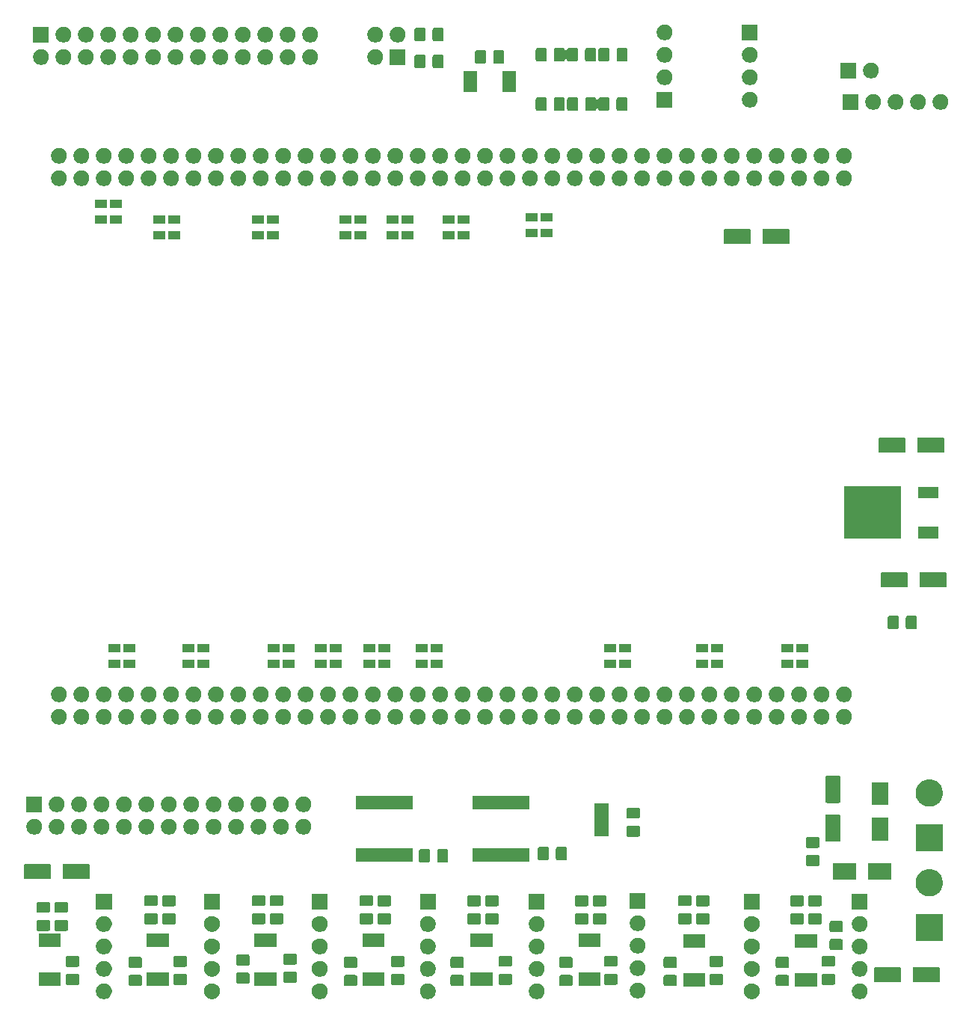
<source format=gbr>
G04 #@! TF.GenerationSoftware,KiCad,Pcbnew,(5.1.5)-3*
G04 #@! TF.CreationDate,2020-07-04T04:53:43+02:00*
G04 #@! TF.ProjectId,mixer,6d697865-722e-46b6-9963-61645f706362,rev?*
G04 #@! TF.SameCoordinates,Original*
G04 #@! TF.FileFunction,Soldermask,Top*
G04 #@! TF.FilePolarity,Negative*
%FSLAX46Y46*%
G04 Gerber Fmt 4.6, Leading zero omitted, Abs format (unit mm)*
G04 Created by KiCad (PCBNEW (5.1.5)-3) date 2020-07-04 04:53:43*
%MOMM*%
%LPD*%
G04 APERTURE LIST*
%ADD10C,0.100000*%
G04 APERTURE END LIST*
D10*
G36*
X187549645Y-318207131D02*
G01*
X187714812Y-318239984D01*
X187878784Y-318307904D01*
X188026354Y-318406507D01*
X188151853Y-318532006D01*
X188250456Y-318679576D01*
X188318376Y-318843548D01*
X188353000Y-319017619D01*
X188353000Y-319195101D01*
X188318376Y-319369172D01*
X188250456Y-319533144D01*
X188151853Y-319680714D01*
X188026354Y-319806213D01*
X187878784Y-319904816D01*
X187714812Y-319972736D01*
X187565512Y-320002433D01*
X187540742Y-320007360D01*
X187363258Y-320007360D01*
X187338488Y-320002433D01*
X187189188Y-319972736D01*
X187025216Y-319904816D01*
X186877646Y-319806213D01*
X186752147Y-319680714D01*
X186653544Y-319533144D01*
X186585624Y-319369172D01*
X186551000Y-319195101D01*
X186551000Y-319017619D01*
X186585624Y-318843548D01*
X186653544Y-318679576D01*
X186752147Y-318532006D01*
X186877646Y-318406507D01*
X187025216Y-318307904D01*
X187189188Y-318239984D01*
X187354355Y-318207131D01*
X187363258Y-318205360D01*
X187540742Y-318205360D01*
X187549645Y-318207131D01*
G37*
G36*
X175321645Y-318207131D02*
G01*
X175486812Y-318239984D01*
X175650784Y-318307904D01*
X175798354Y-318406507D01*
X175923853Y-318532006D01*
X176022456Y-318679576D01*
X176090376Y-318843548D01*
X176125000Y-319017619D01*
X176125000Y-319195101D01*
X176090376Y-319369172D01*
X176022456Y-319533144D01*
X175923853Y-319680714D01*
X175798354Y-319806213D01*
X175650784Y-319904816D01*
X175486812Y-319972736D01*
X175337512Y-320002433D01*
X175312742Y-320007360D01*
X175135258Y-320007360D01*
X175110488Y-320002433D01*
X174961188Y-319972736D01*
X174797216Y-319904816D01*
X174649646Y-319806213D01*
X174524147Y-319680714D01*
X174425544Y-319533144D01*
X174357624Y-319369172D01*
X174323000Y-319195101D01*
X174323000Y-319017619D01*
X174357624Y-318843548D01*
X174425544Y-318679576D01*
X174524147Y-318532006D01*
X174649646Y-318406507D01*
X174797216Y-318307904D01*
X174961188Y-318239984D01*
X175126355Y-318207131D01*
X175135258Y-318205360D01*
X175312742Y-318205360D01*
X175321645Y-318207131D01*
G37*
G36*
X101953645Y-318207131D02*
G01*
X102118812Y-318239984D01*
X102282784Y-318307904D01*
X102430354Y-318406507D01*
X102555853Y-318532006D01*
X102654456Y-318679576D01*
X102722376Y-318843548D01*
X102757000Y-319017619D01*
X102757000Y-319195101D01*
X102722376Y-319369172D01*
X102654456Y-319533144D01*
X102555853Y-319680714D01*
X102430354Y-319806213D01*
X102282784Y-319904816D01*
X102118812Y-319972736D01*
X101969512Y-320002433D01*
X101944742Y-320007360D01*
X101767258Y-320007360D01*
X101742488Y-320002433D01*
X101593188Y-319972736D01*
X101429216Y-319904816D01*
X101281646Y-319806213D01*
X101156147Y-319680714D01*
X101057544Y-319533144D01*
X100989624Y-319369172D01*
X100955000Y-319195101D01*
X100955000Y-319017619D01*
X100989624Y-318843548D01*
X101057544Y-318679576D01*
X101156147Y-318532006D01*
X101281646Y-318406507D01*
X101429216Y-318307904D01*
X101593188Y-318239984D01*
X101758355Y-318207131D01*
X101767258Y-318205360D01*
X101944742Y-318205360D01*
X101953645Y-318207131D01*
G37*
G36*
X114181645Y-318207131D02*
G01*
X114346812Y-318239984D01*
X114510784Y-318307904D01*
X114658354Y-318406507D01*
X114783853Y-318532006D01*
X114882456Y-318679576D01*
X114950376Y-318843548D01*
X114985000Y-319017619D01*
X114985000Y-319195101D01*
X114950376Y-319369172D01*
X114882456Y-319533144D01*
X114783853Y-319680714D01*
X114658354Y-319806213D01*
X114510784Y-319904816D01*
X114346812Y-319972736D01*
X114197512Y-320002433D01*
X114172742Y-320007360D01*
X113995258Y-320007360D01*
X113970488Y-320002433D01*
X113821188Y-319972736D01*
X113657216Y-319904816D01*
X113509646Y-319806213D01*
X113384147Y-319680714D01*
X113285544Y-319533144D01*
X113217624Y-319369172D01*
X113183000Y-319195101D01*
X113183000Y-319017619D01*
X113217624Y-318843548D01*
X113285544Y-318679576D01*
X113384147Y-318532006D01*
X113509646Y-318406507D01*
X113657216Y-318307904D01*
X113821188Y-318239984D01*
X113986355Y-318207131D01*
X113995258Y-318205360D01*
X114172742Y-318205360D01*
X114181645Y-318207131D01*
G37*
G36*
X138637645Y-318207131D02*
G01*
X138802812Y-318239984D01*
X138966784Y-318307904D01*
X139114354Y-318406507D01*
X139239853Y-318532006D01*
X139338456Y-318679576D01*
X139406376Y-318843548D01*
X139441000Y-319017619D01*
X139441000Y-319195101D01*
X139406376Y-319369172D01*
X139338456Y-319533144D01*
X139239853Y-319680714D01*
X139114354Y-319806213D01*
X138966784Y-319904816D01*
X138802812Y-319972736D01*
X138653512Y-320002433D01*
X138628742Y-320007360D01*
X138451258Y-320007360D01*
X138426488Y-320002433D01*
X138277188Y-319972736D01*
X138113216Y-319904816D01*
X137965646Y-319806213D01*
X137840147Y-319680714D01*
X137741544Y-319533144D01*
X137673624Y-319369172D01*
X137639000Y-319195101D01*
X137639000Y-319017619D01*
X137673624Y-318843548D01*
X137741544Y-318679576D01*
X137840147Y-318532006D01*
X137965646Y-318406507D01*
X138113216Y-318307904D01*
X138277188Y-318239984D01*
X138442355Y-318207131D01*
X138451258Y-318205360D01*
X138628742Y-318205360D01*
X138637645Y-318207131D01*
G37*
G36*
X150973645Y-318207131D02*
G01*
X151138812Y-318239984D01*
X151302784Y-318307904D01*
X151450354Y-318406507D01*
X151575853Y-318532006D01*
X151674456Y-318679576D01*
X151742376Y-318843548D01*
X151777000Y-319017619D01*
X151777000Y-319195101D01*
X151742376Y-319369172D01*
X151674456Y-319533144D01*
X151575853Y-319680714D01*
X151450354Y-319806213D01*
X151302784Y-319904816D01*
X151138812Y-319972736D01*
X150989512Y-320002433D01*
X150964742Y-320007360D01*
X150787258Y-320007360D01*
X150762488Y-320002433D01*
X150613188Y-319972736D01*
X150449216Y-319904816D01*
X150301646Y-319806213D01*
X150176147Y-319680714D01*
X150077544Y-319533144D01*
X150009624Y-319369172D01*
X149975000Y-319195101D01*
X149975000Y-319017619D01*
X150009624Y-318843548D01*
X150077544Y-318679576D01*
X150176147Y-318532006D01*
X150301646Y-318406507D01*
X150449216Y-318307904D01*
X150613188Y-318239984D01*
X150778355Y-318207131D01*
X150787258Y-318205360D01*
X150964742Y-318205360D01*
X150973645Y-318207131D01*
G37*
G36*
X126409645Y-318207131D02*
G01*
X126574812Y-318239984D01*
X126738784Y-318307904D01*
X126886354Y-318406507D01*
X127011853Y-318532006D01*
X127110456Y-318679576D01*
X127178376Y-318843548D01*
X127213000Y-319017619D01*
X127213000Y-319195101D01*
X127178376Y-319369172D01*
X127110456Y-319533144D01*
X127011853Y-319680714D01*
X126886354Y-319806213D01*
X126738784Y-319904816D01*
X126574812Y-319972736D01*
X126425512Y-320002433D01*
X126400742Y-320007360D01*
X126223258Y-320007360D01*
X126198488Y-320002433D01*
X126049188Y-319972736D01*
X125885216Y-319904816D01*
X125737646Y-319806213D01*
X125612147Y-319680714D01*
X125513544Y-319533144D01*
X125445624Y-319369172D01*
X125411000Y-319195101D01*
X125411000Y-319017619D01*
X125445624Y-318843548D01*
X125513544Y-318679576D01*
X125612147Y-318532006D01*
X125737646Y-318406507D01*
X125885216Y-318307904D01*
X126049188Y-318239984D01*
X126214355Y-318207131D01*
X126223258Y-318205360D01*
X126400742Y-318205360D01*
X126409645Y-318207131D01*
G37*
G36*
X162408954Y-318125827D02*
G01*
X162568812Y-318157624D01*
X162732784Y-318225544D01*
X162880354Y-318324147D01*
X163005853Y-318449646D01*
X163104456Y-318597216D01*
X163172376Y-318761188D01*
X163207000Y-318935259D01*
X163207000Y-319112741D01*
X163172376Y-319286812D01*
X163104456Y-319450784D01*
X163005853Y-319598354D01*
X162880354Y-319723853D01*
X162732784Y-319822456D01*
X162568812Y-319890376D01*
X162419512Y-319920073D01*
X162394742Y-319925000D01*
X162217258Y-319925000D01*
X162192488Y-319920073D01*
X162043188Y-319890376D01*
X161879216Y-319822456D01*
X161731646Y-319723853D01*
X161606147Y-319598354D01*
X161507544Y-319450784D01*
X161439624Y-319286812D01*
X161405000Y-319112741D01*
X161405000Y-318935259D01*
X161439624Y-318761188D01*
X161507544Y-318597216D01*
X161606147Y-318449646D01*
X161731646Y-318324147D01*
X161879216Y-318225544D01*
X162043188Y-318157624D01*
X162203046Y-318125827D01*
X162217258Y-318123000D01*
X162394742Y-318123000D01*
X162408954Y-318125827D01*
G37*
G36*
X169948000Y-318587000D02*
G01*
X167446000Y-318587000D01*
X167446000Y-317085000D01*
X169948000Y-317085000D01*
X169948000Y-318587000D01*
G37*
G36*
X182607000Y-318587000D02*
G01*
X180105000Y-318587000D01*
X180105000Y-317085000D01*
X182607000Y-317085000D01*
X182607000Y-318587000D01*
G37*
G36*
X179277674Y-317277465D02*
G01*
X179315367Y-317288899D01*
X179350103Y-317307466D01*
X179380548Y-317332452D01*
X179405534Y-317362897D01*
X179424101Y-317397633D01*
X179435535Y-317435326D01*
X179440000Y-317480661D01*
X179440000Y-318317339D01*
X179435535Y-318362674D01*
X179424101Y-318400367D01*
X179405534Y-318435103D01*
X179380548Y-318465548D01*
X179350103Y-318490534D01*
X179315367Y-318509101D01*
X179277674Y-318520535D01*
X179232339Y-318525000D01*
X178145661Y-318525000D01*
X178100326Y-318520535D01*
X178062633Y-318509101D01*
X178027897Y-318490534D01*
X177997452Y-318465548D01*
X177972466Y-318435103D01*
X177953899Y-318400367D01*
X177942465Y-318362674D01*
X177938000Y-318317339D01*
X177938000Y-317480661D01*
X177942465Y-317435326D01*
X177953899Y-317397633D01*
X177972466Y-317362897D01*
X177997452Y-317332452D01*
X178027897Y-317307466D01*
X178062633Y-317288899D01*
X178100326Y-317277465D01*
X178145661Y-317273000D01*
X179232339Y-317273000D01*
X179277674Y-317277465D01*
G37*
G36*
X130382674Y-317277465D02*
G01*
X130420367Y-317288899D01*
X130455103Y-317307466D01*
X130485548Y-317332452D01*
X130510534Y-317362897D01*
X130529101Y-317397633D01*
X130540535Y-317435326D01*
X130545000Y-317480661D01*
X130545000Y-318317339D01*
X130540535Y-318362674D01*
X130529101Y-318400367D01*
X130510534Y-318435103D01*
X130485548Y-318465548D01*
X130455103Y-318490534D01*
X130420367Y-318509101D01*
X130382674Y-318520535D01*
X130337339Y-318525000D01*
X129250661Y-318525000D01*
X129205326Y-318520535D01*
X129167633Y-318509101D01*
X129132897Y-318490534D01*
X129102452Y-318465548D01*
X129077466Y-318435103D01*
X129058899Y-318400367D01*
X129047465Y-318362674D01*
X129043000Y-318317339D01*
X129043000Y-317480661D01*
X129047465Y-317435326D01*
X129058899Y-317397633D01*
X129077466Y-317362897D01*
X129102452Y-317332452D01*
X129132897Y-317307466D01*
X129167633Y-317288899D01*
X129205326Y-317277465D01*
X129250661Y-317273000D01*
X130337339Y-317273000D01*
X130382674Y-317277465D01*
G37*
G36*
X154766674Y-317277465D02*
G01*
X154804367Y-317288899D01*
X154839103Y-317307466D01*
X154869548Y-317332452D01*
X154894534Y-317362897D01*
X154913101Y-317397633D01*
X154924535Y-317435326D01*
X154929000Y-317480661D01*
X154929000Y-318317339D01*
X154924535Y-318362674D01*
X154913101Y-318400367D01*
X154894534Y-318435103D01*
X154869548Y-318465548D01*
X154839103Y-318490534D01*
X154804367Y-318509101D01*
X154766674Y-318520535D01*
X154721339Y-318525000D01*
X153634661Y-318525000D01*
X153589326Y-318520535D01*
X153551633Y-318509101D01*
X153516897Y-318490534D01*
X153486452Y-318465548D01*
X153461466Y-318435103D01*
X153442899Y-318400367D01*
X153431465Y-318362674D01*
X153427000Y-318317339D01*
X153427000Y-317480661D01*
X153431465Y-317435326D01*
X153442899Y-317397633D01*
X153461466Y-317362897D01*
X153486452Y-317332452D01*
X153516897Y-317307466D01*
X153551633Y-317288899D01*
X153589326Y-317277465D01*
X153634661Y-317273000D01*
X154721339Y-317273000D01*
X154766674Y-317277465D01*
G37*
G36*
X166577674Y-317277465D02*
G01*
X166615367Y-317288899D01*
X166650103Y-317307466D01*
X166680548Y-317332452D01*
X166705534Y-317362897D01*
X166724101Y-317397633D01*
X166735535Y-317435326D01*
X166740000Y-317480661D01*
X166740000Y-318317339D01*
X166735535Y-318362674D01*
X166724101Y-318400367D01*
X166705534Y-318435103D01*
X166680548Y-318465548D01*
X166650103Y-318490534D01*
X166615367Y-318509101D01*
X166577674Y-318520535D01*
X166532339Y-318525000D01*
X165445661Y-318525000D01*
X165400326Y-318520535D01*
X165362633Y-318509101D01*
X165327897Y-318490534D01*
X165297452Y-318465548D01*
X165272466Y-318435103D01*
X165253899Y-318400367D01*
X165242465Y-318362674D01*
X165238000Y-318317339D01*
X165238000Y-317480661D01*
X165242465Y-317435326D01*
X165253899Y-317397633D01*
X165272466Y-317362897D01*
X165297452Y-317332452D01*
X165327897Y-317307466D01*
X165362633Y-317288899D01*
X165400326Y-317277465D01*
X165445661Y-317273000D01*
X166532339Y-317273000D01*
X166577674Y-317277465D01*
G37*
G36*
X142447674Y-317268465D02*
G01*
X142485367Y-317279899D01*
X142520103Y-317298466D01*
X142550548Y-317323452D01*
X142575534Y-317353897D01*
X142594101Y-317388633D01*
X142605535Y-317426326D01*
X142610000Y-317471661D01*
X142610000Y-318308339D01*
X142605535Y-318353674D01*
X142594101Y-318391367D01*
X142575534Y-318426103D01*
X142550548Y-318456548D01*
X142520103Y-318481534D01*
X142485367Y-318500101D01*
X142447674Y-318511535D01*
X142402339Y-318516000D01*
X141315661Y-318516000D01*
X141270326Y-318511535D01*
X141232633Y-318500101D01*
X141197897Y-318481534D01*
X141167452Y-318456548D01*
X141142466Y-318426103D01*
X141123899Y-318391367D01*
X141112465Y-318353674D01*
X141108000Y-318308339D01*
X141108000Y-317471661D01*
X141112465Y-317426326D01*
X141123899Y-317388633D01*
X141142466Y-317353897D01*
X141167452Y-317323452D01*
X141197897Y-317298466D01*
X141232633Y-317279899D01*
X141270326Y-317268465D01*
X141315661Y-317264000D01*
X142402339Y-317264000D01*
X142447674Y-317268465D01*
G37*
G36*
X105998674Y-317268465D02*
G01*
X106036367Y-317279899D01*
X106071103Y-317298466D01*
X106101548Y-317323452D01*
X106126534Y-317353897D01*
X106145101Y-317388633D01*
X106156535Y-317426326D01*
X106161000Y-317471661D01*
X106161000Y-318308339D01*
X106156535Y-318353674D01*
X106145101Y-318391367D01*
X106126534Y-318426103D01*
X106101548Y-318456548D01*
X106071103Y-318481534D01*
X106036367Y-318500101D01*
X105998674Y-318511535D01*
X105953339Y-318516000D01*
X104866661Y-318516000D01*
X104821326Y-318511535D01*
X104783633Y-318500101D01*
X104748897Y-318481534D01*
X104718452Y-318456548D01*
X104693466Y-318426103D01*
X104674899Y-318391367D01*
X104663465Y-318353674D01*
X104659000Y-318308339D01*
X104659000Y-317471661D01*
X104663465Y-317426326D01*
X104674899Y-317388633D01*
X104693466Y-317353897D01*
X104718452Y-317323452D01*
X104748897Y-317298466D01*
X104783633Y-317279899D01*
X104821326Y-317268465D01*
X104866661Y-317264000D01*
X105953339Y-317264000D01*
X105998674Y-317268465D01*
G37*
G36*
X96968000Y-318471360D02*
G01*
X94466000Y-318471360D01*
X94466000Y-316969360D01*
X96968000Y-316969360D01*
X96968000Y-318471360D01*
G37*
G36*
X145880000Y-318471360D02*
G01*
X143378000Y-318471360D01*
X143378000Y-316969360D01*
X145880000Y-316969360D01*
X145880000Y-318471360D01*
G37*
G36*
X121424000Y-318471360D02*
G01*
X118922000Y-318471360D01*
X118922000Y-316969360D01*
X121424000Y-316969360D01*
X121424000Y-318471360D01*
G37*
G36*
X109196000Y-318471360D02*
G01*
X106694000Y-318471360D01*
X106694000Y-316969360D01*
X109196000Y-316969360D01*
X109196000Y-318471360D01*
G37*
G36*
X158108000Y-318471360D02*
G01*
X155606000Y-318471360D01*
X155606000Y-316969360D01*
X158108000Y-316969360D01*
X158108000Y-318471360D01*
G37*
G36*
X133652000Y-318471360D02*
G01*
X131150000Y-318471360D01*
X131150000Y-316969360D01*
X133652000Y-316969360D01*
X133652000Y-318471360D01*
G37*
G36*
X135716674Y-317150465D02*
G01*
X135754367Y-317161899D01*
X135789103Y-317180466D01*
X135819548Y-317205452D01*
X135844534Y-317235897D01*
X135863101Y-317270633D01*
X135874535Y-317308326D01*
X135879000Y-317353661D01*
X135879000Y-318190339D01*
X135874535Y-318235674D01*
X135863101Y-318273367D01*
X135844534Y-318308103D01*
X135819548Y-318338548D01*
X135789103Y-318363534D01*
X135754367Y-318382101D01*
X135716674Y-318393535D01*
X135671339Y-318398000D01*
X134584661Y-318398000D01*
X134539326Y-318393535D01*
X134501633Y-318382101D01*
X134466897Y-318363534D01*
X134436452Y-318338548D01*
X134411466Y-318308103D01*
X134392899Y-318273367D01*
X134381465Y-318235674D01*
X134377000Y-318190339D01*
X134377000Y-317353661D01*
X134381465Y-317308326D01*
X134392899Y-317270633D01*
X134411466Y-317235897D01*
X134436452Y-317205452D01*
X134466897Y-317180466D01*
X134501633Y-317161899D01*
X134539326Y-317150465D01*
X134584661Y-317146000D01*
X135671339Y-317146000D01*
X135716674Y-317150465D01*
G37*
G36*
X98886674Y-317150465D02*
G01*
X98924367Y-317161899D01*
X98959103Y-317180466D01*
X98989548Y-317205452D01*
X99014534Y-317235897D01*
X99033101Y-317270633D01*
X99044535Y-317308326D01*
X99049000Y-317353661D01*
X99049000Y-318190339D01*
X99044535Y-318235674D01*
X99033101Y-318273367D01*
X99014534Y-318308103D01*
X98989548Y-318338548D01*
X98959103Y-318363534D01*
X98924367Y-318382101D01*
X98886674Y-318393535D01*
X98841339Y-318398000D01*
X97754661Y-318398000D01*
X97709326Y-318393535D01*
X97671633Y-318382101D01*
X97636897Y-318363534D01*
X97606452Y-318338548D01*
X97581466Y-318308103D01*
X97562899Y-318273367D01*
X97551465Y-318235674D01*
X97547000Y-318190339D01*
X97547000Y-317353661D01*
X97551465Y-317308326D01*
X97562899Y-317270633D01*
X97581466Y-317235897D01*
X97606452Y-317205452D01*
X97636897Y-317180466D01*
X97671633Y-317161899D01*
X97709326Y-317150465D01*
X97754661Y-317146000D01*
X98841339Y-317146000D01*
X98886674Y-317150465D01*
G37*
G36*
X111078674Y-317150465D02*
G01*
X111116367Y-317161899D01*
X111151103Y-317180466D01*
X111181548Y-317205452D01*
X111206534Y-317235897D01*
X111225101Y-317270633D01*
X111236535Y-317308326D01*
X111241000Y-317353661D01*
X111241000Y-318190339D01*
X111236535Y-318235674D01*
X111225101Y-318273367D01*
X111206534Y-318308103D01*
X111181548Y-318338548D01*
X111151103Y-318363534D01*
X111116367Y-318382101D01*
X111078674Y-318393535D01*
X111033339Y-318398000D01*
X109946661Y-318398000D01*
X109901326Y-318393535D01*
X109863633Y-318382101D01*
X109828897Y-318363534D01*
X109798452Y-318338548D01*
X109773466Y-318308103D01*
X109754899Y-318273367D01*
X109743465Y-318235674D01*
X109739000Y-318190339D01*
X109739000Y-317353661D01*
X109743465Y-317308326D01*
X109754899Y-317270633D01*
X109773466Y-317235897D01*
X109798452Y-317205452D01*
X109828897Y-317180466D01*
X109863633Y-317161899D01*
X109901326Y-317150465D01*
X109946661Y-317146000D01*
X111033339Y-317146000D01*
X111078674Y-317150465D01*
G37*
G36*
X171784674Y-317150465D02*
G01*
X171822367Y-317161899D01*
X171857103Y-317180466D01*
X171887548Y-317205452D01*
X171912534Y-317235897D01*
X171931101Y-317270633D01*
X171942535Y-317308326D01*
X171947000Y-317353661D01*
X171947000Y-318190339D01*
X171942535Y-318235674D01*
X171931101Y-318273367D01*
X171912534Y-318308103D01*
X171887548Y-318338548D01*
X171857103Y-318363534D01*
X171822367Y-318382101D01*
X171784674Y-318393535D01*
X171739339Y-318398000D01*
X170652661Y-318398000D01*
X170607326Y-318393535D01*
X170569633Y-318382101D01*
X170534897Y-318363534D01*
X170504452Y-318338548D01*
X170479466Y-318308103D01*
X170460899Y-318273367D01*
X170449465Y-318235674D01*
X170445000Y-318190339D01*
X170445000Y-317353661D01*
X170449465Y-317308326D01*
X170460899Y-317270633D01*
X170479466Y-317235897D01*
X170504452Y-317205452D01*
X170534897Y-317180466D01*
X170569633Y-317161899D01*
X170607326Y-317150465D01*
X170652661Y-317146000D01*
X171739339Y-317146000D01*
X171784674Y-317150465D01*
G37*
G36*
X147908674Y-317132465D02*
G01*
X147946367Y-317143899D01*
X147981103Y-317162466D01*
X148011548Y-317187452D01*
X148036534Y-317217897D01*
X148055101Y-317252633D01*
X148066535Y-317290326D01*
X148071000Y-317335661D01*
X148071000Y-318172339D01*
X148066535Y-318217674D01*
X148055101Y-318255367D01*
X148036534Y-318290103D01*
X148011548Y-318320548D01*
X147981103Y-318345534D01*
X147946367Y-318364101D01*
X147908674Y-318375535D01*
X147863339Y-318380000D01*
X146776661Y-318380000D01*
X146731326Y-318375535D01*
X146693633Y-318364101D01*
X146658897Y-318345534D01*
X146628452Y-318320548D01*
X146603466Y-318290103D01*
X146584899Y-318255367D01*
X146573465Y-318217674D01*
X146569000Y-318172339D01*
X146569000Y-317335661D01*
X146573465Y-317290326D01*
X146584899Y-317252633D01*
X146603466Y-317217897D01*
X146628452Y-317187452D01*
X146658897Y-317162466D01*
X146693633Y-317143899D01*
X146731326Y-317132465D01*
X146776661Y-317128000D01*
X147863339Y-317128000D01*
X147908674Y-317132465D01*
G37*
G36*
X159846674Y-317132465D02*
G01*
X159884367Y-317143899D01*
X159919103Y-317162466D01*
X159949548Y-317187452D01*
X159974534Y-317217897D01*
X159993101Y-317252633D01*
X160004535Y-317290326D01*
X160009000Y-317335661D01*
X160009000Y-318172339D01*
X160004535Y-318217674D01*
X159993101Y-318255367D01*
X159974534Y-318290103D01*
X159949548Y-318320548D01*
X159919103Y-318345534D01*
X159884367Y-318364101D01*
X159846674Y-318375535D01*
X159801339Y-318380000D01*
X158714661Y-318380000D01*
X158669326Y-318375535D01*
X158631633Y-318364101D01*
X158596897Y-318345534D01*
X158566452Y-318320548D01*
X158541466Y-318290103D01*
X158522899Y-318255367D01*
X158511465Y-318217674D01*
X158507000Y-318172339D01*
X158507000Y-317335661D01*
X158511465Y-317290326D01*
X158522899Y-317252633D01*
X158541466Y-317217897D01*
X158566452Y-317187452D01*
X158596897Y-317162466D01*
X158631633Y-317143899D01*
X158669326Y-317132465D01*
X158714661Y-317128000D01*
X159801339Y-317128000D01*
X159846674Y-317132465D01*
G37*
G36*
X184484674Y-317132465D02*
G01*
X184522367Y-317143899D01*
X184557103Y-317162466D01*
X184587548Y-317187452D01*
X184612534Y-317217897D01*
X184631101Y-317252633D01*
X184642535Y-317290326D01*
X184647000Y-317335661D01*
X184647000Y-318172339D01*
X184642535Y-318217674D01*
X184631101Y-318255367D01*
X184612534Y-318290103D01*
X184587548Y-318320548D01*
X184557103Y-318345534D01*
X184522367Y-318364101D01*
X184484674Y-318375535D01*
X184439339Y-318380000D01*
X183352661Y-318380000D01*
X183307326Y-318375535D01*
X183269633Y-318364101D01*
X183234897Y-318345534D01*
X183204452Y-318320548D01*
X183179466Y-318290103D01*
X183160899Y-318255367D01*
X183149465Y-318217674D01*
X183145000Y-318172339D01*
X183145000Y-317335661D01*
X183149465Y-317290326D01*
X183160899Y-317252633D01*
X183179466Y-317217897D01*
X183204452Y-317187452D01*
X183234897Y-317162466D01*
X183269633Y-317143899D01*
X183307326Y-317132465D01*
X183352661Y-317128000D01*
X184439339Y-317128000D01*
X184484674Y-317132465D01*
G37*
G36*
X118190674Y-317005465D02*
G01*
X118228367Y-317016899D01*
X118263103Y-317035466D01*
X118293548Y-317060452D01*
X118318534Y-317090897D01*
X118337101Y-317125633D01*
X118348535Y-317163326D01*
X118353000Y-317208661D01*
X118353000Y-318045339D01*
X118348535Y-318090674D01*
X118337101Y-318128367D01*
X118318534Y-318163103D01*
X118293548Y-318193548D01*
X118263103Y-318218534D01*
X118228367Y-318237101D01*
X118190674Y-318248535D01*
X118145339Y-318253000D01*
X117058661Y-318253000D01*
X117013326Y-318248535D01*
X116975633Y-318237101D01*
X116940897Y-318218534D01*
X116910452Y-318193548D01*
X116885466Y-318163103D01*
X116866899Y-318128367D01*
X116855465Y-318090674D01*
X116851000Y-318045339D01*
X116851000Y-317208661D01*
X116855465Y-317163326D01*
X116866899Y-317125633D01*
X116885466Y-317090897D01*
X116910452Y-317060452D01*
X116940897Y-317035466D01*
X116975633Y-317016899D01*
X117013326Y-317005465D01*
X117058661Y-317001000D01*
X118145339Y-317001000D01*
X118190674Y-317005465D01*
G37*
G36*
X123524674Y-316896465D02*
G01*
X123562367Y-316907899D01*
X123597103Y-316926466D01*
X123627548Y-316951452D01*
X123652534Y-316981897D01*
X123671101Y-317016633D01*
X123682535Y-317054326D01*
X123687000Y-317099661D01*
X123687000Y-317936339D01*
X123682535Y-317981674D01*
X123671101Y-318019367D01*
X123652534Y-318054103D01*
X123627548Y-318084548D01*
X123597103Y-318109534D01*
X123562367Y-318128101D01*
X123524674Y-318139535D01*
X123479339Y-318144000D01*
X122392661Y-318144000D01*
X122347326Y-318139535D01*
X122309633Y-318128101D01*
X122274897Y-318109534D01*
X122244452Y-318084548D01*
X122219466Y-318054103D01*
X122200899Y-318019367D01*
X122189465Y-317981674D01*
X122185000Y-317936339D01*
X122185000Y-317099661D01*
X122189465Y-317054326D01*
X122200899Y-317016633D01*
X122219466Y-316981897D01*
X122244452Y-316951452D01*
X122274897Y-316926466D01*
X122309633Y-316907899D01*
X122347326Y-316896465D01*
X122392661Y-316892000D01*
X123479339Y-316892000D01*
X123524674Y-316896465D01*
G37*
G36*
X191991997Y-316399051D02*
G01*
X192025652Y-316409261D01*
X192056665Y-316425838D01*
X192083851Y-316448149D01*
X192106162Y-316475335D01*
X192122739Y-316506348D01*
X192132949Y-316540003D01*
X192137000Y-316581138D01*
X192137000Y-317910862D01*
X192132949Y-317951997D01*
X192122739Y-317985652D01*
X192106162Y-318016665D01*
X192083851Y-318043851D01*
X192056665Y-318066162D01*
X192025652Y-318082739D01*
X191991997Y-318092949D01*
X191950862Y-318097000D01*
X189221138Y-318097000D01*
X189180003Y-318092949D01*
X189146348Y-318082739D01*
X189115335Y-318066162D01*
X189088149Y-318043851D01*
X189065838Y-318016665D01*
X189049261Y-317985652D01*
X189039051Y-317951997D01*
X189035000Y-317910862D01*
X189035000Y-316581138D01*
X189039051Y-316540003D01*
X189049261Y-316506348D01*
X189065838Y-316475335D01*
X189088149Y-316448149D01*
X189115335Y-316425838D01*
X189146348Y-316409261D01*
X189180003Y-316399051D01*
X189221138Y-316395000D01*
X191950862Y-316395000D01*
X191991997Y-316399051D01*
G37*
G36*
X196391997Y-316399051D02*
G01*
X196425652Y-316409261D01*
X196456665Y-316425838D01*
X196483851Y-316448149D01*
X196506162Y-316475335D01*
X196522739Y-316506348D01*
X196532949Y-316540003D01*
X196537000Y-316581138D01*
X196537000Y-317910862D01*
X196532949Y-317951997D01*
X196522739Y-317985652D01*
X196506162Y-318016665D01*
X196483851Y-318043851D01*
X196456665Y-318066162D01*
X196425652Y-318082739D01*
X196391997Y-318092949D01*
X196350862Y-318097000D01*
X193621138Y-318097000D01*
X193580003Y-318092949D01*
X193546348Y-318082739D01*
X193515335Y-318066162D01*
X193488149Y-318043851D01*
X193465838Y-318016665D01*
X193449261Y-317985652D01*
X193439051Y-317951997D01*
X193435000Y-317910862D01*
X193435000Y-316581138D01*
X193439051Y-316540003D01*
X193449261Y-316506348D01*
X193465838Y-316475335D01*
X193488149Y-316448149D01*
X193515335Y-316425838D01*
X193546348Y-316409261D01*
X193580003Y-316399051D01*
X193621138Y-316395000D01*
X196350862Y-316395000D01*
X196391997Y-316399051D01*
G37*
G36*
X114197512Y-315670287D02*
G01*
X114346812Y-315699984D01*
X114510784Y-315767904D01*
X114658354Y-315866507D01*
X114783853Y-315992006D01*
X114882456Y-316139576D01*
X114950376Y-316303548D01*
X114985000Y-316477619D01*
X114985000Y-316655101D01*
X114950376Y-316829172D01*
X114882456Y-316993144D01*
X114783853Y-317140714D01*
X114658354Y-317266213D01*
X114510784Y-317364816D01*
X114346812Y-317432736D01*
X114197512Y-317462433D01*
X114172742Y-317467360D01*
X113995258Y-317467360D01*
X113970488Y-317462433D01*
X113821188Y-317432736D01*
X113657216Y-317364816D01*
X113509646Y-317266213D01*
X113384147Y-317140714D01*
X113285544Y-316993144D01*
X113217624Y-316829172D01*
X113183000Y-316655101D01*
X113183000Y-316477619D01*
X113217624Y-316303548D01*
X113285544Y-316139576D01*
X113384147Y-315992006D01*
X113509646Y-315866507D01*
X113657216Y-315767904D01*
X113821188Y-315699984D01*
X113970488Y-315670287D01*
X113995258Y-315665360D01*
X114172742Y-315665360D01*
X114197512Y-315670287D01*
G37*
G36*
X175337512Y-315670287D02*
G01*
X175486812Y-315699984D01*
X175650784Y-315767904D01*
X175798354Y-315866507D01*
X175923853Y-315992006D01*
X176022456Y-316139576D01*
X176090376Y-316303548D01*
X176125000Y-316477619D01*
X176125000Y-316655101D01*
X176090376Y-316829172D01*
X176022456Y-316993144D01*
X175923853Y-317140714D01*
X175798354Y-317266213D01*
X175650784Y-317364816D01*
X175486812Y-317432736D01*
X175337512Y-317462433D01*
X175312742Y-317467360D01*
X175135258Y-317467360D01*
X175110488Y-317462433D01*
X174961188Y-317432736D01*
X174797216Y-317364816D01*
X174649646Y-317266213D01*
X174524147Y-317140714D01*
X174425544Y-316993144D01*
X174357624Y-316829172D01*
X174323000Y-316655101D01*
X174323000Y-316477619D01*
X174357624Y-316303548D01*
X174425544Y-316139576D01*
X174524147Y-315992006D01*
X174649646Y-315866507D01*
X174797216Y-315767904D01*
X174961188Y-315699984D01*
X175110488Y-315670287D01*
X175135258Y-315665360D01*
X175312742Y-315665360D01*
X175337512Y-315670287D01*
G37*
G36*
X187565512Y-315670287D02*
G01*
X187714812Y-315699984D01*
X187878784Y-315767904D01*
X188026354Y-315866507D01*
X188151853Y-315992006D01*
X188250456Y-316139576D01*
X188318376Y-316303548D01*
X188353000Y-316477619D01*
X188353000Y-316655101D01*
X188318376Y-316829172D01*
X188250456Y-316993144D01*
X188151853Y-317140714D01*
X188026354Y-317266213D01*
X187878784Y-317364816D01*
X187714812Y-317432736D01*
X187565512Y-317462433D01*
X187540742Y-317467360D01*
X187363258Y-317467360D01*
X187338488Y-317462433D01*
X187189188Y-317432736D01*
X187025216Y-317364816D01*
X186877646Y-317266213D01*
X186752147Y-317140714D01*
X186653544Y-316993144D01*
X186585624Y-316829172D01*
X186551000Y-316655101D01*
X186551000Y-316477619D01*
X186585624Y-316303548D01*
X186653544Y-316139576D01*
X186752147Y-315992006D01*
X186877646Y-315866507D01*
X187025216Y-315767904D01*
X187189188Y-315699984D01*
X187338488Y-315670287D01*
X187363258Y-315665360D01*
X187540742Y-315665360D01*
X187565512Y-315670287D01*
G37*
G36*
X138653512Y-315670287D02*
G01*
X138802812Y-315699984D01*
X138966784Y-315767904D01*
X139114354Y-315866507D01*
X139239853Y-315992006D01*
X139338456Y-316139576D01*
X139406376Y-316303548D01*
X139441000Y-316477619D01*
X139441000Y-316655101D01*
X139406376Y-316829172D01*
X139338456Y-316993144D01*
X139239853Y-317140714D01*
X139114354Y-317266213D01*
X138966784Y-317364816D01*
X138802812Y-317432736D01*
X138653512Y-317462433D01*
X138628742Y-317467360D01*
X138451258Y-317467360D01*
X138426488Y-317462433D01*
X138277188Y-317432736D01*
X138113216Y-317364816D01*
X137965646Y-317266213D01*
X137840147Y-317140714D01*
X137741544Y-316993144D01*
X137673624Y-316829172D01*
X137639000Y-316655101D01*
X137639000Y-316477619D01*
X137673624Y-316303548D01*
X137741544Y-316139576D01*
X137840147Y-315992006D01*
X137965646Y-315866507D01*
X138113216Y-315767904D01*
X138277188Y-315699984D01*
X138426488Y-315670287D01*
X138451258Y-315665360D01*
X138628742Y-315665360D01*
X138653512Y-315670287D01*
G37*
G36*
X101969512Y-315670287D02*
G01*
X102118812Y-315699984D01*
X102282784Y-315767904D01*
X102430354Y-315866507D01*
X102555853Y-315992006D01*
X102654456Y-316139576D01*
X102722376Y-316303548D01*
X102757000Y-316477619D01*
X102757000Y-316655101D01*
X102722376Y-316829172D01*
X102654456Y-316993144D01*
X102555853Y-317140714D01*
X102430354Y-317266213D01*
X102282784Y-317364816D01*
X102118812Y-317432736D01*
X101969512Y-317462433D01*
X101944742Y-317467360D01*
X101767258Y-317467360D01*
X101742488Y-317462433D01*
X101593188Y-317432736D01*
X101429216Y-317364816D01*
X101281646Y-317266213D01*
X101156147Y-317140714D01*
X101057544Y-316993144D01*
X100989624Y-316829172D01*
X100955000Y-316655101D01*
X100955000Y-316477619D01*
X100989624Y-316303548D01*
X101057544Y-316139576D01*
X101156147Y-315992006D01*
X101281646Y-315866507D01*
X101429216Y-315767904D01*
X101593188Y-315699984D01*
X101742488Y-315670287D01*
X101767258Y-315665360D01*
X101944742Y-315665360D01*
X101969512Y-315670287D01*
G37*
G36*
X126425512Y-315670287D02*
G01*
X126574812Y-315699984D01*
X126738784Y-315767904D01*
X126886354Y-315866507D01*
X127011853Y-315992006D01*
X127110456Y-316139576D01*
X127178376Y-316303548D01*
X127213000Y-316477619D01*
X127213000Y-316655101D01*
X127178376Y-316829172D01*
X127110456Y-316993144D01*
X127011853Y-317140714D01*
X126886354Y-317266213D01*
X126738784Y-317364816D01*
X126574812Y-317432736D01*
X126425512Y-317462433D01*
X126400742Y-317467360D01*
X126223258Y-317467360D01*
X126198488Y-317462433D01*
X126049188Y-317432736D01*
X125885216Y-317364816D01*
X125737646Y-317266213D01*
X125612147Y-317140714D01*
X125513544Y-316993144D01*
X125445624Y-316829172D01*
X125411000Y-316655101D01*
X125411000Y-316477619D01*
X125445624Y-316303548D01*
X125513544Y-316139576D01*
X125612147Y-315992006D01*
X125737646Y-315866507D01*
X125885216Y-315767904D01*
X126049188Y-315699984D01*
X126198488Y-315670287D01*
X126223258Y-315665360D01*
X126400742Y-315665360D01*
X126425512Y-315670287D01*
G37*
G36*
X150989512Y-315670287D02*
G01*
X151138812Y-315699984D01*
X151302784Y-315767904D01*
X151450354Y-315866507D01*
X151575853Y-315992006D01*
X151674456Y-316139576D01*
X151742376Y-316303548D01*
X151777000Y-316477619D01*
X151777000Y-316655101D01*
X151742376Y-316829172D01*
X151674456Y-316993144D01*
X151575853Y-317140714D01*
X151450354Y-317266213D01*
X151302784Y-317364816D01*
X151138812Y-317432736D01*
X150989512Y-317462433D01*
X150964742Y-317467360D01*
X150787258Y-317467360D01*
X150762488Y-317462433D01*
X150613188Y-317432736D01*
X150449216Y-317364816D01*
X150301646Y-317266213D01*
X150176147Y-317140714D01*
X150077544Y-316993144D01*
X150009624Y-316829172D01*
X149975000Y-316655101D01*
X149975000Y-316477619D01*
X150009624Y-316303548D01*
X150077544Y-316139576D01*
X150176147Y-315992006D01*
X150301646Y-315866507D01*
X150449216Y-315767904D01*
X150613188Y-315699984D01*
X150762488Y-315670287D01*
X150787258Y-315665360D01*
X150964742Y-315665360D01*
X150989512Y-315670287D01*
G37*
G36*
X162419512Y-315587927D02*
G01*
X162568812Y-315617624D01*
X162732784Y-315685544D01*
X162880354Y-315784147D01*
X163005853Y-315909646D01*
X163104456Y-316057216D01*
X163172376Y-316221188D01*
X163198801Y-316354038D01*
X163206949Y-316395000D01*
X163207000Y-316395259D01*
X163207000Y-316572741D01*
X163172376Y-316746812D01*
X163104456Y-316910784D01*
X163005853Y-317058354D01*
X162880354Y-317183853D01*
X162732784Y-317282456D01*
X162568812Y-317350376D01*
X162419512Y-317380073D01*
X162394742Y-317385000D01*
X162217258Y-317385000D01*
X162192488Y-317380073D01*
X162043188Y-317350376D01*
X161879216Y-317282456D01*
X161731646Y-317183853D01*
X161606147Y-317058354D01*
X161507544Y-316910784D01*
X161439624Y-316746812D01*
X161405000Y-316572741D01*
X161405000Y-316395259D01*
X161405052Y-316395000D01*
X161413199Y-316354038D01*
X161439624Y-316221188D01*
X161507544Y-316057216D01*
X161606147Y-315909646D01*
X161731646Y-315784147D01*
X161879216Y-315685544D01*
X162043188Y-315617624D01*
X162192488Y-315587927D01*
X162217258Y-315583000D01*
X162394742Y-315583000D01*
X162419512Y-315587927D01*
G37*
G36*
X154766674Y-315227465D02*
G01*
X154804367Y-315238899D01*
X154839103Y-315257466D01*
X154869548Y-315282452D01*
X154894534Y-315312897D01*
X154913101Y-315347633D01*
X154924535Y-315385326D01*
X154929000Y-315430661D01*
X154929000Y-316267339D01*
X154924535Y-316312674D01*
X154913101Y-316350367D01*
X154894534Y-316385103D01*
X154869548Y-316415548D01*
X154839103Y-316440534D01*
X154804367Y-316459101D01*
X154766674Y-316470535D01*
X154721339Y-316475000D01*
X153634661Y-316475000D01*
X153589326Y-316470535D01*
X153551633Y-316459101D01*
X153516897Y-316440534D01*
X153486452Y-316415548D01*
X153461466Y-316385103D01*
X153442899Y-316350367D01*
X153431465Y-316312674D01*
X153427000Y-316267339D01*
X153427000Y-315430661D01*
X153431465Y-315385326D01*
X153442899Y-315347633D01*
X153461466Y-315312897D01*
X153486452Y-315282452D01*
X153516897Y-315257466D01*
X153551633Y-315238899D01*
X153589326Y-315227465D01*
X153634661Y-315223000D01*
X154721339Y-315223000D01*
X154766674Y-315227465D01*
G37*
G36*
X166577674Y-315227465D02*
G01*
X166615367Y-315238899D01*
X166650103Y-315257466D01*
X166680548Y-315282452D01*
X166705534Y-315312897D01*
X166724101Y-315347633D01*
X166735535Y-315385326D01*
X166740000Y-315430661D01*
X166740000Y-316267339D01*
X166735535Y-316312674D01*
X166724101Y-316350367D01*
X166705534Y-316385103D01*
X166680548Y-316415548D01*
X166650103Y-316440534D01*
X166615367Y-316459101D01*
X166577674Y-316470535D01*
X166532339Y-316475000D01*
X165445661Y-316475000D01*
X165400326Y-316470535D01*
X165362633Y-316459101D01*
X165327897Y-316440534D01*
X165297452Y-316415548D01*
X165272466Y-316385103D01*
X165253899Y-316350367D01*
X165242465Y-316312674D01*
X165238000Y-316267339D01*
X165238000Y-315430661D01*
X165242465Y-315385326D01*
X165253899Y-315347633D01*
X165272466Y-315312897D01*
X165297452Y-315282452D01*
X165327897Y-315257466D01*
X165362633Y-315238899D01*
X165400326Y-315227465D01*
X165445661Y-315223000D01*
X166532339Y-315223000D01*
X166577674Y-315227465D01*
G37*
G36*
X130382674Y-315227465D02*
G01*
X130420367Y-315238899D01*
X130455103Y-315257466D01*
X130485548Y-315282452D01*
X130510534Y-315312897D01*
X130529101Y-315347633D01*
X130540535Y-315385326D01*
X130545000Y-315430661D01*
X130545000Y-316267339D01*
X130540535Y-316312674D01*
X130529101Y-316350367D01*
X130510534Y-316385103D01*
X130485548Y-316415548D01*
X130455103Y-316440534D01*
X130420367Y-316459101D01*
X130382674Y-316470535D01*
X130337339Y-316475000D01*
X129250661Y-316475000D01*
X129205326Y-316470535D01*
X129167633Y-316459101D01*
X129132897Y-316440534D01*
X129102452Y-316415548D01*
X129077466Y-316385103D01*
X129058899Y-316350367D01*
X129047465Y-316312674D01*
X129043000Y-316267339D01*
X129043000Y-315430661D01*
X129047465Y-315385326D01*
X129058899Y-315347633D01*
X129077466Y-315312897D01*
X129102452Y-315282452D01*
X129132897Y-315257466D01*
X129167633Y-315238899D01*
X129205326Y-315227465D01*
X129250661Y-315223000D01*
X130337339Y-315223000D01*
X130382674Y-315227465D01*
G37*
G36*
X179277674Y-315227465D02*
G01*
X179315367Y-315238899D01*
X179350103Y-315257466D01*
X179380548Y-315282452D01*
X179405534Y-315312897D01*
X179424101Y-315347633D01*
X179435535Y-315385326D01*
X179440000Y-315430661D01*
X179440000Y-316267339D01*
X179435535Y-316312674D01*
X179424101Y-316350367D01*
X179405534Y-316385103D01*
X179380548Y-316415548D01*
X179350103Y-316440534D01*
X179315367Y-316459101D01*
X179277674Y-316470535D01*
X179232339Y-316475000D01*
X178145661Y-316475000D01*
X178100326Y-316470535D01*
X178062633Y-316459101D01*
X178027897Y-316440534D01*
X177997452Y-316415548D01*
X177972466Y-316385103D01*
X177953899Y-316350367D01*
X177942465Y-316312674D01*
X177938000Y-316267339D01*
X177938000Y-315430661D01*
X177942465Y-315385326D01*
X177953899Y-315347633D01*
X177972466Y-315312897D01*
X177997452Y-315282452D01*
X178027897Y-315257466D01*
X178062633Y-315238899D01*
X178100326Y-315227465D01*
X178145661Y-315223000D01*
X179232339Y-315223000D01*
X179277674Y-315227465D01*
G37*
G36*
X105998674Y-315218465D02*
G01*
X106036367Y-315229899D01*
X106071103Y-315248466D01*
X106101548Y-315273452D01*
X106126534Y-315303897D01*
X106145101Y-315338633D01*
X106156535Y-315376326D01*
X106161000Y-315421661D01*
X106161000Y-316258339D01*
X106156535Y-316303674D01*
X106145101Y-316341367D01*
X106126534Y-316376103D01*
X106101548Y-316406548D01*
X106071103Y-316431534D01*
X106036367Y-316450101D01*
X105998674Y-316461535D01*
X105953339Y-316466000D01*
X104866661Y-316466000D01*
X104821326Y-316461535D01*
X104783633Y-316450101D01*
X104748897Y-316431534D01*
X104718452Y-316406548D01*
X104693466Y-316376103D01*
X104674899Y-316341367D01*
X104663465Y-316303674D01*
X104659000Y-316258339D01*
X104659000Y-315421661D01*
X104663465Y-315376326D01*
X104674899Y-315338633D01*
X104693466Y-315303897D01*
X104718452Y-315273452D01*
X104748897Y-315248466D01*
X104783633Y-315229899D01*
X104821326Y-315218465D01*
X104866661Y-315214000D01*
X105953339Y-315214000D01*
X105998674Y-315218465D01*
G37*
G36*
X142447674Y-315218465D02*
G01*
X142485367Y-315229899D01*
X142520103Y-315248466D01*
X142550548Y-315273452D01*
X142575534Y-315303897D01*
X142594101Y-315338633D01*
X142605535Y-315376326D01*
X142610000Y-315421661D01*
X142610000Y-316258339D01*
X142605535Y-316303674D01*
X142594101Y-316341367D01*
X142575534Y-316376103D01*
X142550548Y-316406548D01*
X142520103Y-316431534D01*
X142485367Y-316450101D01*
X142447674Y-316461535D01*
X142402339Y-316466000D01*
X141315661Y-316466000D01*
X141270326Y-316461535D01*
X141232633Y-316450101D01*
X141197897Y-316431534D01*
X141167452Y-316406548D01*
X141142466Y-316376103D01*
X141123899Y-316341367D01*
X141112465Y-316303674D01*
X141108000Y-316258339D01*
X141108000Y-315421661D01*
X141112465Y-315376326D01*
X141123899Y-315338633D01*
X141142466Y-315303897D01*
X141167452Y-315273452D01*
X141197897Y-315248466D01*
X141232633Y-315229899D01*
X141270326Y-315218465D01*
X141315661Y-315214000D01*
X142402339Y-315214000D01*
X142447674Y-315218465D01*
G37*
G36*
X111078674Y-315100465D02*
G01*
X111116367Y-315111899D01*
X111151103Y-315130466D01*
X111181548Y-315155452D01*
X111206534Y-315185897D01*
X111225101Y-315220633D01*
X111236535Y-315258326D01*
X111241000Y-315303661D01*
X111241000Y-316140339D01*
X111236535Y-316185674D01*
X111225101Y-316223367D01*
X111206534Y-316258103D01*
X111181548Y-316288548D01*
X111151103Y-316313534D01*
X111116367Y-316332101D01*
X111078674Y-316343535D01*
X111033339Y-316348000D01*
X109946661Y-316348000D01*
X109901326Y-316343535D01*
X109863633Y-316332101D01*
X109828897Y-316313534D01*
X109798452Y-316288548D01*
X109773466Y-316258103D01*
X109754899Y-316223367D01*
X109743465Y-316185674D01*
X109739000Y-316140339D01*
X109739000Y-315303661D01*
X109743465Y-315258326D01*
X109754899Y-315220633D01*
X109773466Y-315185897D01*
X109798452Y-315155452D01*
X109828897Y-315130466D01*
X109863633Y-315111899D01*
X109901326Y-315100465D01*
X109946661Y-315096000D01*
X111033339Y-315096000D01*
X111078674Y-315100465D01*
G37*
G36*
X98886674Y-315100465D02*
G01*
X98924367Y-315111899D01*
X98959103Y-315130466D01*
X98989548Y-315155452D01*
X99014534Y-315185897D01*
X99033101Y-315220633D01*
X99044535Y-315258326D01*
X99049000Y-315303661D01*
X99049000Y-316140339D01*
X99044535Y-316185674D01*
X99033101Y-316223367D01*
X99014534Y-316258103D01*
X98989548Y-316288548D01*
X98959103Y-316313534D01*
X98924367Y-316332101D01*
X98886674Y-316343535D01*
X98841339Y-316348000D01*
X97754661Y-316348000D01*
X97709326Y-316343535D01*
X97671633Y-316332101D01*
X97636897Y-316313534D01*
X97606452Y-316288548D01*
X97581466Y-316258103D01*
X97562899Y-316223367D01*
X97551465Y-316185674D01*
X97547000Y-316140339D01*
X97547000Y-315303661D01*
X97551465Y-315258326D01*
X97562899Y-315220633D01*
X97581466Y-315185897D01*
X97606452Y-315155452D01*
X97636897Y-315130466D01*
X97671633Y-315111899D01*
X97709326Y-315100465D01*
X97754661Y-315096000D01*
X98841339Y-315096000D01*
X98886674Y-315100465D01*
G37*
G36*
X171784674Y-315100465D02*
G01*
X171822367Y-315111899D01*
X171857103Y-315130466D01*
X171887548Y-315155452D01*
X171912534Y-315185897D01*
X171931101Y-315220633D01*
X171942535Y-315258326D01*
X171947000Y-315303661D01*
X171947000Y-316140339D01*
X171942535Y-316185674D01*
X171931101Y-316223367D01*
X171912534Y-316258103D01*
X171887548Y-316288548D01*
X171857103Y-316313534D01*
X171822367Y-316332101D01*
X171784674Y-316343535D01*
X171739339Y-316348000D01*
X170652661Y-316348000D01*
X170607326Y-316343535D01*
X170569633Y-316332101D01*
X170534897Y-316313534D01*
X170504452Y-316288548D01*
X170479466Y-316258103D01*
X170460899Y-316223367D01*
X170449465Y-316185674D01*
X170445000Y-316140339D01*
X170445000Y-315303661D01*
X170449465Y-315258326D01*
X170460899Y-315220633D01*
X170479466Y-315185897D01*
X170504452Y-315155452D01*
X170534897Y-315130466D01*
X170569633Y-315111899D01*
X170607326Y-315100465D01*
X170652661Y-315096000D01*
X171739339Y-315096000D01*
X171784674Y-315100465D01*
G37*
G36*
X135716674Y-315100465D02*
G01*
X135754367Y-315111899D01*
X135789103Y-315130466D01*
X135819548Y-315155452D01*
X135844534Y-315185897D01*
X135863101Y-315220633D01*
X135874535Y-315258326D01*
X135879000Y-315303661D01*
X135879000Y-316140339D01*
X135874535Y-316185674D01*
X135863101Y-316223367D01*
X135844534Y-316258103D01*
X135819548Y-316288548D01*
X135789103Y-316313534D01*
X135754367Y-316332101D01*
X135716674Y-316343535D01*
X135671339Y-316348000D01*
X134584661Y-316348000D01*
X134539326Y-316343535D01*
X134501633Y-316332101D01*
X134466897Y-316313534D01*
X134436452Y-316288548D01*
X134411466Y-316258103D01*
X134392899Y-316223367D01*
X134381465Y-316185674D01*
X134377000Y-316140339D01*
X134377000Y-315303661D01*
X134381465Y-315258326D01*
X134392899Y-315220633D01*
X134411466Y-315185897D01*
X134436452Y-315155452D01*
X134466897Y-315130466D01*
X134501633Y-315111899D01*
X134539326Y-315100465D01*
X134584661Y-315096000D01*
X135671339Y-315096000D01*
X135716674Y-315100465D01*
G37*
G36*
X184484674Y-315082465D02*
G01*
X184522367Y-315093899D01*
X184557103Y-315112466D01*
X184587548Y-315137452D01*
X184612534Y-315167897D01*
X184631101Y-315202633D01*
X184642535Y-315240326D01*
X184647000Y-315285661D01*
X184647000Y-316122339D01*
X184642535Y-316167674D01*
X184631101Y-316205367D01*
X184612534Y-316240103D01*
X184587548Y-316270548D01*
X184557103Y-316295534D01*
X184522367Y-316314101D01*
X184484674Y-316325535D01*
X184439339Y-316330000D01*
X183352661Y-316330000D01*
X183307326Y-316325535D01*
X183269633Y-316314101D01*
X183234897Y-316295534D01*
X183204452Y-316270548D01*
X183179466Y-316240103D01*
X183160899Y-316205367D01*
X183149465Y-316167674D01*
X183145000Y-316122339D01*
X183145000Y-315285661D01*
X183149465Y-315240326D01*
X183160899Y-315202633D01*
X183179466Y-315167897D01*
X183204452Y-315137452D01*
X183234897Y-315112466D01*
X183269633Y-315093899D01*
X183307326Y-315082465D01*
X183352661Y-315078000D01*
X184439339Y-315078000D01*
X184484674Y-315082465D01*
G37*
G36*
X159846674Y-315082465D02*
G01*
X159884367Y-315093899D01*
X159919103Y-315112466D01*
X159949548Y-315137452D01*
X159974534Y-315167897D01*
X159993101Y-315202633D01*
X160004535Y-315240326D01*
X160009000Y-315285661D01*
X160009000Y-316122339D01*
X160004535Y-316167674D01*
X159993101Y-316205367D01*
X159974534Y-316240103D01*
X159949548Y-316270548D01*
X159919103Y-316295534D01*
X159884367Y-316314101D01*
X159846674Y-316325535D01*
X159801339Y-316330000D01*
X158714661Y-316330000D01*
X158669326Y-316325535D01*
X158631633Y-316314101D01*
X158596897Y-316295534D01*
X158566452Y-316270548D01*
X158541466Y-316240103D01*
X158522899Y-316205367D01*
X158511465Y-316167674D01*
X158507000Y-316122339D01*
X158507000Y-315285661D01*
X158511465Y-315240326D01*
X158522899Y-315202633D01*
X158541466Y-315167897D01*
X158566452Y-315137452D01*
X158596897Y-315112466D01*
X158631633Y-315093899D01*
X158669326Y-315082465D01*
X158714661Y-315078000D01*
X159801339Y-315078000D01*
X159846674Y-315082465D01*
G37*
G36*
X147908674Y-315082465D02*
G01*
X147946367Y-315093899D01*
X147981103Y-315112466D01*
X148011548Y-315137452D01*
X148036534Y-315167897D01*
X148055101Y-315202633D01*
X148066535Y-315240326D01*
X148071000Y-315285661D01*
X148071000Y-316122339D01*
X148066535Y-316167674D01*
X148055101Y-316205367D01*
X148036534Y-316240103D01*
X148011548Y-316270548D01*
X147981103Y-316295534D01*
X147946367Y-316314101D01*
X147908674Y-316325535D01*
X147863339Y-316330000D01*
X146776661Y-316330000D01*
X146731326Y-316325535D01*
X146693633Y-316314101D01*
X146658897Y-316295534D01*
X146628452Y-316270548D01*
X146603466Y-316240103D01*
X146584899Y-316205367D01*
X146573465Y-316167674D01*
X146569000Y-316122339D01*
X146569000Y-315285661D01*
X146573465Y-315240326D01*
X146584899Y-315202633D01*
X146603466Y-315167897D01*
X146628452Y-315137452D01*
X146658897Y-315112466D01*
X146693633Y-315093899D01*
X146731326Y-315082465D01*
X146776661Y-315078000D01*
X147863339Y-315078000D01*
X147908674Y-315082465D01*
G37*
G36*
X118190674Y-314955465D02*
G01*
X118228367Y-314966899D01*
X118263103Y-314985466D01*
X118293548Y-315010452D01*
X118318534Y-315040897D01*
X118337101Y-315075633D01*
X118348535Y-315113326D01*
X118353000Y-315158661D01*
X118353000Y-315995339D01*
X118348535Y-316040674D01*
X118337101Y-316078367D01*
X118318534Y-316113103D01*
X118293548Y-316143548D01*
X118263103Y-316168534D01*
X118228367Y-316187101D01*
X118190674Y-316198535D01*
X118145339Y-316203000D01*
X117058661Y-316203000D01*
X117013326Y-316198535D01*
X116975633Y-316187101D01*
X116940897Y-316168534D01*
X116910452Y-316143548D01*
X116885466Y-316113103D01*
X116866899Y-316078367D01*
X116855465Y-316040674D01*
X116851000Y-315995339D01*
X116851000Y-315158661D01*
X116855465Y-315113326D01*
X116866899Y-315075633D01*
X116885466Y-315040897D01*
X116910452Y-315010452D01*
X116940897Y-314985466D01*
X116975633Y-314966899D01*
X117013326Y-314955465D01*
X117058661Y-314951000D01*
X118145339Y-314951000D01*
X118190674Y-314955465D01*
G37*
G36*
X123524674Y-314846465D02*
G01*
X123562367Y-314857899D01*
X123597103Y-314876466D01*
X123627548Y-314901452D01*
X123652534Y-314931897D01*
X123671101Y-314966633D01*
X123682535Y-315004326D01*
X123687000Y-315049661D01*
X123687000Y-315886339D01*
X123682535Y-315931674D01*
X123671101Y-315969367D01*
X123652534Y-316004103D01*
X123627548Y-316034548D01*
X123597103Y-316059534D01*
X123562367Y-316078101D01*
X123524674Y-316089535D01*
X123479339Y-316094000D01*
X122392661Y-316094000D01*
X122347326Y-316089535D01*
X122309633Y-316078101D01*
X122274897Y-316059534D01*
X122244452Y-316034548D01*
X122219466Y-316004103D01*
X122200899Y-315969367D01*
X122189465Y-315931674D01*
X122185000Y-315886339D01*
X122185000Y-315049661D01*
X122189465Y-315004326D01*
X122200899Y-314966633D01*
X122219466Y-314931897D01*
X122244452Y-314901452D01*
X122274897Y-314876466D01*
X122309633Y-314857899D01*
X122347326Y-314846465D01*
X122392661Y-314842000D01*
X123479339Y-314842000D01*
X123524674Y-314846465D01*
G37*
G36*
X114197512Y-313130287D02*
G01*
X114346812Y-313159984D01*
X114510784Y-313227904D01*
X114658354Y-313326507D01*
X114783853Y-313452006D01*
X114882456Y-313599576D01*
X114950376Y-313763548D01*
X114985000Y-313937619D01*
X114985000Y-314115101D01*
X114950376Y-314289172D01*
X114882456Y-314453144D01*
X114783853Y-314600714D01*
X114658354Y-314726213D01*
X114510784Y-314824816D01*
X114346812Y-314892736D01*
X114201106Y-314921718D01*
X114172742Y-314927360D01*
X113995258Y-314927360D01*
X113966894Y-314921718D01*
X113821188Y-314892736D01*
X113657216Y-314824816D01*
X113509646Y-314726213D01*
X113384147Y-314600714D01*
X113285544Y-314453144D01*
X113217624Y-314289172D01*
X113183000Y-314115101D01*
X113183000Y-313937619D01*
X113217624Y-313763548D01*
X113285544Y-313599576D01*
X113384147Y-313452006D01*
X113509646Y-313326507D01*
X113657216Y-313227904D01*
X113821188Y-313159984D01*
X113970488Y-313130287D01*
X113995258Y-313125360D01*
X114172742Y-313125360D01*
X114197512Y-313130287D01*
G37*
G36*
X101969512Y-313130287D02*
G01*
X102118812Y-313159984D01*
X102282784Y-313227904D01*
X102430354Y-313326507D01*
X102555853Y-313452006D01*
X102654456Y-313599576D01*
X102722376Y-313763548D01*
X102757000Y-313937619D01*
X102757000Y-314115101D01*
X102722376Y-314289172D01*
X102654456Y-314453144D01*
X102555853Y-314600714D01*
X102430354Y-314726213D01*
X102282784Y-314824816D01*
X102118812Y-314892736D01*
X101973106Y-314921718D01*
X101944742Y-314927360D01*
X101767258Y-314927360D01*
X101738894Y-314921718D01*
X101593188Y-314892736D01*
X101429216Y-314824816D01*
X101281646Y-314726213D01*
X101156147Y-314600714D01*
X101057544Y-314453144D01*
X100989624Y-314289172D01*
X100955000Y-314115101D01*
X100955000Y-313937619D01*
X100989624Y-313763548D01*
X101057544Y-313599576D01*
X101156147Y-313452006D01*
X101281646Y-313326507D01*
X101429216Y-313227904D01*
X101593188Y-313159984D01*
X101742488Y-313130287D01*
X101767258Y-313125360D01*
X101944742Y-313125360D01*
X101969512Y-313130287D01*
G37*
G36*
X175337512Y-313130287D02*
G01*
X175486812Y-313159984D01*
X175650784Y-313227904D01*
X175798354Y-313326507D01*
X175923853Y-313452006D01*
X176022456Y-313599576D01*
X176090376Y-313763548D01*
X176125000Y-313937619D01*
X176125000Y-314115101D01*
X176090376Y-314289172D01*
X176022456Y-314453144D01*
X175923853Y-314600714D01*
X175798354Y-314726213D01*
X175650784Y-314824816D01*
X175486812Y-314892736D01*
X175341106Y-314921718D01*
X175312742Y-314927360D01*
X175135258Y-314927360D01*
X175106894Y-314921718D01*
X174961188Y-314892736D01*
X174797216Y-314824816D01*
X174649646Y-314726213D01*
X174524147Y-314600714D01*
X174425544Y-314453144D01*
X174357624Y-314289172D01*
X174323000Y-314115101D01*
X174323000Y-313937619D01*
X174357624Y-313763548D01*
X174425544Y-313599576D01*
X174524147Y-313452006D01*
X174649646Y-313326507D01*
X174797216Y-313227904D01*
X174961188Y-313159984D01*
X175110488Y-313130287D01*
X175135258Y-313125360D01*
X175312742Y-313125360D01*
X175337512Y-313130287D01*
G37*
G36*
X150989512Y-313130287D02*
G01*
X151138812Y-313159984D01*
X151302784Y-313227904D01*
X151450354Y-313326507D01*
X151575853Y-313452006D01*
X151674456Y-313599576D01*
X151742376Y-313763548D01*
X151777000Y-313937619D01*
X151777000Y-314115101D01*
X151742376Y-314289172D01*
X151674456Y-314453144D01*
X151575853Y-314600714D01*
X151450354Y-314726213D01*
X151302784Y-314824816D01*
X151138812Y-314892736D01*
X150993106Y-314921718D01*
X150964742Y-314927360D01*
X150787258Y-314927360D01*
X150758894Y-314921718D01*
X150613188Y-314892736D01*
X150449216Y-314824816D01*
X150301646Y-314726213D01*
X150176147Y-314600714D01*
X150077544Y-314453144D01*
X150009624Y-314289172D01*
X149975000Y-314115101D01*
X149975000Y-313937619D01*
X150009624Y-313763548D01*
X150077544Y-313599576D01*
X150176147Y-313452006D01*
X150301646Y-313326507D01*
X150449216Y-313227904D01*
X150613188Y-313159984D01*
X150762488Y-313130287D01*
X150787258Y-313125360D01*
X150964742Y-313125360D01*
X150989512Y-313130287D01*
G37*
G36*
X126425512Y-313130287D02*
G01*
X126574812Y-313159984D01*
X126738784Y-313227904D01*
X126886354Y-313326507D01*
X127011853Y-313452006D01*
X127110456Y-313599576D01*
X127178376Y-313763548D01*
X127213000Y-313937619D01*
X127213000Y-314115101D01*
X127178376Y-314289172D01*
X127110456Y-314453144D01*
X127011853Y-314600714D01*
X126886354Y-314726213D01*
X126738784Y-314824816D01*
X126574812Y-314892736D01*
X126429106Y-314921718D01*
X126400742Y-314927360D01*
X126223258Y-314927360D01*
X126194894Y-314921718D01*
X126049188Y-314892736D01*
X125885216Y-314824816D01*
X125737646Y-314726213D01*
X125612147Y-314600714D01*
X125513544Y-314453144D01*
X125445624Y-314289172D01*
X125411000Y-314115101D01*
X125411000Y-313937619D01*
X125445624Y-313763548D01*
X125513544Y-313599576D01*
X125612147Y-313452006D01*
X125737646Y-313326507D01*
X125885216Y-313227904D01*
X126049188Y-313159984D01*
X126198488Y-313130287D01*
X126223258Y-313125360D01*
X126400742Y-313125360D01*
X126425512Y-313130287D01*
G37*
G36*
X187565512Y-313130287D02*
G01*
X187714812Y-313159984D01*
X187878784Y-313227904D01*
X188026354Y-313326507D01*
X188151853Y-313452006D01*
X188250456Y-313599576D01*
X188318376Y-313763548D01*
X188353000Y-313937619D01*
X188353000Y-314115101D01*
X188318376Y-314289172D01*
X188250456Y-314453144D01*
X188151853Y-314600714D01*
X188026354Y-314726213D01*
X187878784Y-314824816D01*
X187714812Y-314892736D01*
X187569106Y-314921718D01*
X187540742Y-314927360D01*
X187363258Y-314927360D01*
X187334894Y-314921718D01*
X187189188Y-314892736D01*
X187025216Y-314824816D01*
X186877646Y-314726213D01*
X186752147Y-314600714D01*
X186653544Y-314453144D01*
X186585624Y-314289172D01*
X186551000Y-314115101D01*
X186551000Y-313937619D01*
X186585624Y-313763548D01*
X186653544Y-313599576D01*
X186752147Y-313452006D01*
X186877646Y-313326507D01*
X187025216Y-313227904D01*
X187189188Y-313159984D01*
X187338488Y-313130287D01*
X187363258Y-313125360D01*
X187540742Y-313125360D01*
X187565512Y-313130287D01*
G37*
G36*
X138653512Y-313130287D02*
G01*
X138802812Y-313159984D01*
X138966784Y-313227904D01*
X139114354Y-313326507D01*
X139239853Y-313452006D01*
X139338456Y-313599576D01*
X139406376Y-313763548D01*
X139441000Y-313937619D01*
X139441000Y-314115101D01*
X139406376Y-314289172D01*
X139338456Y-314453144D01*
X139239853Y-314600714D01*
X139114354Y-314726213D01*
X138966784Y-314824816D01*
X138802812Y-314892736D01*
X138657106Y-314921718D01*
X138628742Y-314927360D01*
X138451258Y-314927360D01*
X138422894Y-314921718D01*
X138277188Y-314892736D01*
X138113216Y-314824816D01*
X137965646Y-314726213D01*
X137840147Y-314600714D01*
X137741544Y-314453144D01*
X137673624Y-314289172D01*
X137639000Y-314115101D01*
X137639000Y-313937619D01*
X137673624Y-313763548D01*
X137741544Y-313599576D01*
X137840147Y-313452006D01*
X137965646Y-313326507D01*
X138113216Y-313227904D01*
X138277188Y-313159984D01*
X138426488Y-313130287D01*
X138451258Y-313125360D01*
X138628742Y-313125360D01*
X138653512Y-313130287D01*
G37*
G36*
X162419512Y-313047927D02*
G01*
X162568812Y-313077624D01*
X162732784Y-313145544D01*
X162880354Y-313244147D01*
X163005853Y-313369646D01*
X163104456Y-313517216D01*
X163172376Y-313681188D01*
X163207000Y-313855259D01*
X163207000Y-314032741D01*
X163172376Y-314206812D01*
X163104456Y-314370784D01*
X163005853Y-314518354D01*
X162880354Y-314643853D01*
X162732784Y-314742456D01*
X162568812Y-314810376D01*
X162419512Y-314840073D01*
X162394742Y-314845000D01*
X162217258Y-314845000D01*
X162192488Y-314840073D01*
X162043188Y-314810376D01*
X161879216Y-314742456D01*
X161731646Y-314643853D01*
X161606147Y-314518354D01*
X161507544Y-314370784D01*
X161439624Y-314206812D01*
X161405000Y-314032741D01*
X161405000Y-313855259D01*
X161439624Y-313681188D01*
X161507544Y-313517216D01*
X161606147Y-313369646D01*
X161731646Y-313244147D01*
X161879216Y-313145544D01*
X162043188Y-313077624D01*
X162192488Y-313047927D01*
X162217258Y-313043000D01*
X162394742Y-313043000D01*
X162419512Y-313047927D01*
G37*
G36*
X185373674Y-313204465D02*
G01*
X185411367Y-313215899D01*
X185446103Y-313234466D01*
X185476548Y-313259452D01*
X185501534Y-313289897D01*
X185520101Y-313324633D01*
X185531535Y-313362326D01*
X185536000Y-313407661D01*
X185536000Y-314244339D01*
X185531535Y-314289674D01*
X185520101Y-314327367D01*
X185501534Y-314362103D01*
X185476548Y-314392548D01*
X185446103Y-314417534D01*
X185411367Y-314436101D01*
X185373674Y-314447535D01*
X185328339Y-314452000D01*
X184241661Y-314452000D01*
X184196326Y-314447535D01*
X184158633Y-314436101D01*
X184123897Y-314417534D01*
X184093452Y-314392548D01*
X184068466Y-314362103D01*
X184049899Y-314327367D01*
X184038465Y-314289674D01*
X184034000Y-314244339D01*
X184034000Y-313407661D01*
X184038465Y-313362326D01*
X184049899Y-313324633D01*
X184068466Y-313289897D01*
X184093452Y-313259452D01*
X184123897Y-313234466D01*
X184158633Y-313215899D01*
X184196326Y-313204465D01*
X184241661Y-313200000D01*
X185328339Y-313200000D01*
X185373674Y-313204465D01*
G37*
G36*
X169948000Y-314187000D02*
G01*
X167446000Y-314187000D01*
X167446000Y-312685000D01*
X169948000Y-312685000D01*
X169948000Y-314187000D01*
G37*
G36*
X182607000Y-314187000D02*
G01*
X180105000Y-314187000D01*
X180105000Y-312685000D01*
X182607000Y-312685000D01*
X182607000Y-314187000D01*
G37*
G36*
X109196000Y-314071360D02*
G01*
X106694000Y-314071360D01*
X106694000Y-312569360D01*
X109196000Y-312569360D01*
X109196000Y-314071360D01*
G37*
G36*
X133652000Y-314071360D02*
G01*
X131150000Y-314071360D01*
X131150000Y-312569360D01*
X133652000Y-312569360D01*
X133652000Y-314071360D01*
G37*
G36*
X145880000Y-314071360D02*
G01*
X143378000Y-314071360D01*
X143378000Y-312569360D01*
X145880000Y-312569360D01*
X145880000Y-314071360D01*
G37*
G36*
X121424000Y-314071360D02*
G01*
X118922000Y-314071360D01*
X118922000Y-312569360D01*
X121424000Y-312569360D01*
X121424000Y-314071360D01*
G37*
G36*
X96968000Y-314071360D02*
G01*
X94466000Y-314071360D01*
X94466000Y-312569360D01*
X96968000Y-312569360D01*
X96968000Y-314071360D01*
G37*
G36*
X158108000Y-314071360D02*
G01*
X155606000Y-314071360D01*
X155606000Y-312569360D01*
X158108000Y-312569360D01*
X158108000Y-314071360D01*
G37*
G36*
X196877000Y-313463000D02*
G01*
X193775000Y-313463000D01*
X193775000Y-310361000D01*
X196877000Y-310361000D01*
X196877000Y-313463000D01*
G37*
G36*
X185373674Y-311154465D02*
G01*
X185411367Y-311165899D01*
X185446103Y-311184466D01*
X185476548Y-311209452D01*
X185501534Y-311239897D01*
X185520101Y-311274633D01*
X185531535Y-311312326D01*
X185536000Y-311357661D01*
X185536000Y-312194339D01*
X185531535Y-312239674D01*
X185520101Y-312277367D01*
X185501534Y-312312103D01*
X185476548Y-312342548D01*
X185446103Y-312367534D01*
X185411367Y-312386101D01*
X185373674Y-312397535D01*
X185328339Y-312402000D01*
X184241661Y-312402000D01*
X184196326Y-312397535D01*
X184158633Y-312386101D01*
X184123897Y-312367534D01*
X184093452Y-312342548D01*
X184068466Y-312312103D01*
X184049899Y-312277367D01*
X184038465Y-312239674D01*
X184034000Y-312194339D01*
X184034000Y-311357661D01*
X184038465Y-311312326D01*
X184049899Y-311274633D01*
X184068466Y-311239897D01*
X184093452Y-311209452D01*
X184123897Y-311184466D01*
X184158633Y-311165899D01*
X184196326Y-311154465D01*
X184241661Y-311150000D01*
X185328339Y-311150000D01*
X185373674Y-311154465D01*
G37*
G36*
X126425512Y-310590287D02*
G01*
X126574812Y-310619984D01*
X126738784Y-310687904D01*
X126886354Y-310786507D01*
X127011853Y-310912006D01*
X127110456Y-311059576D01*
X127178376Y-311223548D01*
X127213000Y-311397619D01*
X127213000Y-311575101D01*
X127178376Y-311749172D01*
X127110456Y-311913144D01*
X127011853Y-312060714D01*
X126886354Y-312186213D01*
X126738784Y-312284816D01*
X126574812Y-312352736D01*
X126431298Y-312381282D01*
X126400742Y-312387360D01*
X126223258Y-312387360D01*
X126192702Y-312381282D01*
X126049188Y-312352736D01*
X125885216Y-312284816D01*
X125737646Y-312186213D01*
X125612147Y-312060714D01*
X125513544Y-311913144D01*
X125445624Y-311749172D01*
X125411000Y-311575101D01*
X125411000Y-311397619D01*
X125445624Y-311223548D01*
X125513544Y-311059576D01*
X125612147Y-310912006D01*
X125737646Y-310786507D01*
X125885216Y-310687904D01*
X126049188Y-310619984D01*
X126198488Y-310590287D01*
X126223258Y-310585360D01*
X126400742Y-310585360D01*
X126425512Y-310590287D01*
G37*
G36*
X150989512Y-310590287D02*
G01*
X151138812Y-310619984D01*
X151302784Y-310687904D01*
X151450354Y-310786507D01*
X151575853Y-310912006D01*
X151674456Y-311059576D01*
X151742376Y-311223548D01*
X151777000Y-311397619D01*
X151777000Y-311575101D01*
X151742376Y-311749172D01*
X151674456Y-311913144D01*
X151575853Y-312060714D01*
X151450354Y-312186213D01*
X151302784Y-312284816D01*
X151138812Y-312352736D01*
X150995298Y-312381282D01*
X150964742Y-312387360D01*
X150787258Y-312387360D01*
X150756702Y-312381282D01*
X150613188Y-312352736D01*
X150449216Y-312284816D01*
X150301646Y-312186213D01*
X150176147Y-312060714D01*
X150077544Y-311913144D01*
X150009624Y-311749172D01*
X149975000Y-311575101D01*
X149975000Y-311397619D01*
X150009624Y-311223548D01*
X150077544Y-311059576D01*
X150176147Y-310912006D01*
X150301646Y-310786507D01*
X150449216Y-310687904D01*
X150613188Y-310619984D01*
X150762488Y-310590287D01*
X150787258Y-310585360D01*
X150964742Y-310585360D01*
X150989512Y-310590287D01*
G37*
G36*
X138653512Y-310590287D02*
G01*
X138802812Y-310619984D01*
X138966784Y-310687904D01*
X139114354Y-310786507D01*
X139239853Y-310912006D01*
X139338456Y-311059576D01*
X139406376Y-311223548D01*
X139441000Y-311397619D01*
X139441000Y-311575101D01*
X139406376Y-311749172D01*
X139338456Y-311913144D01*
X139239853Y-312060714D01*
X139114354Y-312186213D01*
X138966784Y-312284816D01*
X138802812Y-312352736D01*
X138659298Y-312381282D01*
X138628742Y-312387360D01*
X138451258Y-312387360D01*
X138420702Y-312381282D01*
X138277188Y-312352736D01*
X138113216Y-312284816D01*
X137965646Y-312186213D01*
X137840147Y-312060714D01*
X137741544Y-311913144D01*
X137673624Y-311749172D01*
X137639000Y-311575101D01*
X137639000Y-311397619D01*
X137673624Y-311223548D01*
X137741544Y-311059576D01*
X137840147Y-310912006D01*
X137965646Y-310786507D01*
X138113216Y-310687904D01*
X138277188Y-310619984D01*
X138426488Y-310590287D01*
X138451258Y-310585360D01*
X138628742Y-310585360D01*
X138653512Y-310590287D01*
G37*
G36*
X175337512Y-310590287D02*
G01*
X175486812Y-310619984D01*
X175650784Y-310687904D01*
X175798354Y-310786507D01*
X175923853Y-310912006D01*
X176022456Y-311059576D01*
X176090376Y-311223548D01*
X176125000Y-311397619D01*
X176125000Y-311575101D01*
X176090376Y-311749172D01*
X176022456Y-311913144D01*
X175923853Y-312060714D01*
X175798354Y-312186213D01*
X175650784Y-312284816D01*
X175486812Y-312352736D01*
X175343298Y-312381282D01*
X175312742Y-312387360D01*
X175135258Y-312387360D01*
X175104702Y-312381282D01*
X174961188Y-312352736D01*
X174797216Y-312284816D01*
X174649646Y-312186213D01*
X174524147Y-312060714D01*
X174425544Y-311913144D01*
X174357624Y-311749172D01*
X174323000Y-311575101D01*
X174323000Y-311397619D01*
X174357624Y-311223548D01*
X174425544Y-311059576D01*
X174524147Y-310912006D01*
X174649646Y-310786507D01*
X174797216Y-310687904D01*
X174961188Y-310619984D01*
X175110488Y-310590287D01*
X175135258Y-310585360D01*
X175312742Y-310585360D01*
X175337512Y-310590287D01*
G37*
G36*
X187565512Y-310590287D02*
G01*
X187714812Y-310619984D01*
X187878784Y-310687904D01*
X188026354Y-310786507D01*
X188151853Y-310912006D01*
X188250456Y-311059576D01*
X188318376Y-311223548D01*
X188353000Y-311397619D01*
X188353000Y-311575101D01*
X188318376Y-311749172D01*
X188250456Y-311913144D01*
X188151853Y-312060714D01*
X188026354Y-312186213D01*
X187878784Y-312284816D01*
X187714812Y-312352736D01*
X187571298Y-312381282D01*
X187540742Y-312387360D01*
X187363258Y-312387360D01*
X187332702Y-312381282D01*
X187189188Y-312352736D01*
X187025216Y-312284816D01*
X186877646Y-312186213D01*
X186752147Y-312060714D01*
X186653544Y-311913144D01*
X186585624Y-311749172D01*
X186551000Y-311575101D01*
X186551000Y-311397619D01*
X186585624Y-311223548D01*
X186653544Y-311059576D01*
X186752147Y-310912006D01*
X186877646Y-310786507D01*
X187025216Y-310687904D01*
X187189188Y-310619984D01*
X187338488Y-310590287D01*
X187363258Y-310585360D01*
X187540742Y-310585360D01*
X187565512Y-310590287D01*
G37*
G36*
X101969512Y-310590287D02*
G01*
X102118812Y-310619984D01*
X102282784Y-310687904D01*
X102430354Y-310786507D01*
X102555853Y-310912006D01*
X102654456Y-311059576D01*
X102722376Y-311223548D01*
X102757000Y-311397619D01*
X102757000Y-311575101D01*
X102722376Y-311749172D01*
X102654456Y-311913144D01*
X102555853Y-312060714D01*
X102430354Y-312186213D01*
X102282784Y-312284816D01*
X102118812Y-312352736D01*
X101975298Y-312381282D01*
X101944742Y-312387360D01*
X101767258Y-312387360D01*
X101736702Y-312381282D01*
X101593188Y-312352736D01*
X101429216Y-312284816D01*
X101281646Y-312186213D01*
X101156147Y-312060714D01*
X101057544Y-311913144D01*
X100989624Y-311749172D01*
X100955000Y-311575101D01*
X100955000Y-311397619D01*
X100989624Y-311223548D01*
X101057544Y-311059576D01*
X101156147Y-310912006D01*
X101281646Y-310786507D01*
X101429216Y-310687904D01*
X101593188Y-310619984D01*
X101742488Y-310590287D01*
X101767258Y-310585360D01*
X101944742Y-310585360D01*
X101969512Y-310590287D01*
G37*
G36*
X114197512Y-310590287D02*
G01*
X114346812Y-310619984D01*
X114510784Y-310687904D01*
X114658354Y-310786507D01*
X114783853Y-310912006D01*
X114882456Y-311059576D01*
X114950376Y-311223548D01*
X114985000Y-311397619D01*
X114985000Y-311575101D01*
X114950376Y-311749172D01*
X114882456Y-311913144D01*
X114783853Y-312060714D01*
X114658354Y-312186213D01*
X114510784Y-312284816D01*
X114346812Y-312352736D01*
X114203298Y-312381282D01*
X114172742Y-312387360D01*
X113995258Y-312387360D01*
X113964702Y-312381282D01*
X113821188Y-312352736D01*
X113657216Y-312284816D01*
X113509646Y-312186213D01*
X113384147Y-312060714D01*
X113285544Y-311913144D01*
X113217624Y-311749172D01*
X113183000Y-311575101D01*
X113183000Y-311397619D01*
X113217624Y-311223548D01*
X113285544Y-311059576D01*
X113384147Y-310912006D01*
X113509646Y-310786507D01*
X113657216Y-310687904D01*
X113821188Y-310619984D01*
X113970488Y-310590287D01*
X113995258Y-310585360D01*
X114172742Y-310585360D01*
X114197512Y-310590287D01*
G37*
G36*
X162415228Y-310507075D02*
G01*
X162568812Y-310537624D01*
X162732784Y-310605544D01*
X162880354Y-310704147D01*
X163005853Y-310829646D01*
X163104456Y-310977216D01*
X163172376Y-311141188D01*
X163207000Y-311315259D01*
X163207000Y-311492741D01*
X163172376Y-311666812D01*
X163104456Y-311830784D01*
X163005853Y-311978354D01*
X162880354Y-312103853D01*
X162732784Y-312202456D01*
X162568812Y-312270376D01*
X162419512Y-312300073D01*
X162394742Y-312305000D01*
X162217258Y-312305000D01*
X162192488Y-312300073D01*
X162043188Y-312270376D01*
X161879216Y-312202456D01*
X161731646Y-312103853D01*
X161606147Y-311978354D01*
X161507544Y-311830784D01*
X161439624Y-311666812D01*
X161405000Y-311492741D01*
X161405000Y-311315259D01*
X161439624Y-311141188D01*
X161507544Y-310977216D01*
X161606147Y-310829646D01*
X161731646Y-310704147D01*
X161879216Y-310605544D01*
X162043188Y-310537624D01*
X162196772Y-310507075D01*
X162217258Y-310503000D01*
X162394742Y-310503000D01*
X162415228Y-310507075D01*
G37*
G36*
X95584674Y-311045465D02*
G01*
X95622367Y-311056899D01*
X95657103Y-311075466D01*
X95687548Y-311100452D01*
X95712534Y-311130897D01*
X95731101Y-311165633D01*
X95742535Y-311203326D01*
X95747000Y-311248661D01*
X95747000Y-312085339D01*
X95742535Y-312130674D01*
X95731101Y-312168367D01*
X95712534Y-312203103D01*
X95687548Y-312233548D01*
X95657103Y-312258534D01*
X95622367Y-312277101D01*
X95584674Y-312288535D01*
X95539339Y-312293000D01*
X94452661Y-312293000D01*
X94407326Y-312288535D01*
X94369633Y-312277101D01*
X94334897Y-312258534D01*
X94304452Y-312233548D01*
X94279466Y-312203103D01*
X94260899Y-312168367D01*
X94249465Y-312130674D01*
X94245000Y-312085339D01*
X94245000Y-311248661D01*
X94249465Y-311203326D01*
X94260899Y-311165633D01*
X94279466Y-311130897D01*
X94304452Y-311100452D01*
X94334897Y-311075466D01*
X94369633Y-311056899D01*
X94407326Y-311045465D01*
X94452661Y-311041000D01*
X95539339Y-311041000D01*
X95584674Y-311045465D01*
G37*
G36*
X97616674Y-311045465D02*
G01*
X97654367Y-311056899D01*
X97689103Y-311075466D01*
X97719548Y-311100452D01*
X97744534Y-311130897D01*
X97763101Y-311165633D01*
X97774535Y-311203326D01*
X97779000Y-311248661D01*
X97779000Y-312085339D01*
X97774535Y-312130674D01*
X97763101Y-312168367D01*
X97744534Y-312203103D01*
X97719548Y-312233548D01*
X97689103Y-312258534D01*
X97654367Y-312277101D01*
X97616674Y-312288535D01*
X97571339Y-312293000D01*
X96484661Y-312293000D01*
X96439326Y-312288535D01*
X96401633Y-312277101D01*
X96366897Y-312258534D01*
X96336452Y-312233548D01*
X96311466Y-312203103D01*
X96292899Y-312168367D01*
X96281465Y-312130674D01*
X96277000Y-312085339D01*
X96277000Y-311248661D01*
X96281465Y-311203326D01*
X96292899Y-311165633D01*
X96311466Y-311130897D01*
X96336452Y-311100452D01*
X96366897Y-311075466D01*
X96401633Y-311056899D01*
X96439326Y-311045465D01*
X96484661Y-311041000D01*
X97571339Y-311041000D01*
X97616674Y-311045465D01*
G37*
G36*
X134192674Y-310292465D02*
G01*
X134230367Y-310303899D01*
X134265103Y-310322466D01*
X134295548Y-310347452D01*
X134320534Y-310377897D01*
X134339101Y-310412633D01*
X134350535Y-310450326D01*
X134355000Y-310495661D01*
X134355000Y-311332339D01*
X134350535Y-311377674D01*
X134339101Y-311415367D01*
X134320534Y-311450103D01*
X134295548Y-311480548D01*
X134265103Y-311505534D01*
X134230367Y-311524101D01*
X134192674Y-311535535D01*
X134147339Y-311540000D01*
X133060661Y-311540000D01*
X133015326Y-311535535D01*
X132977633Y-311524101D01*
X132942897Y-311505534D01*
X132912452Y-311480548D01*
X132887466Y-311450103D01*
X132868899Y-311415367D01*
X132857465Y-311377674D01*
X132853000Y-311332339D01*
X132853000Y-310495661D01*
X132857465Y-310450326D01*
X132868899Y-310412633D01*
X132887466Y-310377897D01*
X132912452Y-310347452D01*
X132942897Y-310322466D01*
X132977633Y-310303899D01*
X133015326Y-310292465D01*
X133060661Y-310288000D01*
X134147339Y-310288000D01*
X134192674Y-310292465D01*
G37*
G36*
X170260674Y-310292465D02*
G01*
X170298367Y-310303899D01*
X170333103Y-310322466D01*
X170363548Y-310347452D01*
X170388534Y-310377897D01*
X170407101Y-310412633D01*
X170418535Y-310450326D01*
X170423000Y-310495661D01*
X170423000Y-311332339D01*
X170418535Y-311377674D01*
X170407101Y-311415367D01*
X170388534Y-311450103D01*
X170363548Y-311480548D01*
X170333103Y-311505534D01*
X170298367Y-311524101D01*
X170260674Y-311535535D01*
X170215339Y-311540000D01*
X169128661Y-311540000D01*
X169083326Y-311535535D01*
X169045633Y-311524101D01*
X169010897Y-311505534D01*
X168980452Y-311480548D01*
X168955466Y-311450103D01*
X168936899Y-311415367D01*
X168925465Y-311377674D01*
X168921000Y-311332339D01*
X168921000Y-310495661D01*
X168925465Y-310450326D01*
X168936899Y-310412633D01*
X168955466Y-310377897D01*
X168980452Y-310347452D01*
X169010897Y-310322466D01*
X169045633Y-310303899D01*
X169083326Y-310292465D01*
X169128661Y-310288000D01*
X170215339Y-310288000D01*
X170260674Y-310292465D01*
G37*
G36*
X146384674Y-310292465D02*
G01*
X146422367Y-310303899D01*
X146457103Y-310322466D01*
X146487548Y-310347452D01*
X146512534Y-310377897D01*
X146531101Y-310412633D01*
X146542535Y-310450326D01*
X146547000Y-310495661D01*
X146547000Y-311332339D01*
X146542535Y-311377674D01*
X146531101Y-311415367D01*
X146512534Y-311450103D01*
X146487548Y-311480548D01*
X146457103Y-311505534D01*
X146422367Y-311524101D01*
X146384674Y-311535535D01*
X146339339Y-311540000D01*
X145252661Y-311540000D01*
X145207326Y-311535535D01*
X145169633Y-311524101D01*
X145134897Y-311505534D01*
X145104452Y-311480548D01*
X145079466Y-311450103D01*
X145060899Y-311415367D01*
X145049465Y-311377674D01*
X145045000Y-311332339D01*
X145045000Y-310495661D01*
X145049465Y-310450326D01*
X145060899Y-310412633D01*
X145079466Y-310377897D01*
X145104452Y-310347452D01*
X145134897Y-310322466D01*
X145169633Y-310303899D01*
X145207326Y-310292465D01*
X145252661Y-310288000D01*
X146339339Y-310288000D01*
X146384674Y-310292465D01*
G37*
G36*
X182960674Y-310292465D02*
G01*
X182998367Y-310303899D01*
X183033103Y-310322466D01*
X183063548Y-310347452D01*
X183088534Y-310377897D01*
X183107101Y-310412633D01*
X183118535Y-310450326D01*
X183123000Y-310495661D01*
X183123000Y-311332339D01*
X183118535Y-311377674D01*
X183107101Y-311415367D01*
X183088534Y-311450103D01*
X183063548Y-311480548D01*
X183033103Y-311505534D01*
X182998367Y-311524101D01*
X182960674Y-311535535D01*
X182915339Y-311540000D01*
X181828661Y-311540000D01*
X181783326Y-311535535D01*
X181745633Y-311524101D01*
X181710897Y-311505534D01*
X181680452Y-311480548D01*
X181655466Y-311450103D01*
X181636899Y-311415367D01*
X181625465Y-311377674D01*
X181621000Y-311332339D01*
X181621000Y-310495661D01*
X181625465Y-310450326D01*
X181636899Y-310412633D01*
X181655466Y-310377897D01*
X181680452Y-310347452D01*
X181710897Y-310322466D01*
X181745633Y-310303899D01*
X181783326Y-310292465D01*
X181828661Y-310288000D01*
X182915339Y-310288000D01*
X182960674Y-310292465D01*
G37*
G36*
X180928674Y-310292465D02*
G01*
X180966367Y-310303899D01*
X181001103Y-310322466D01*
X181031548Y-310347452D01*
X181056534Y-310377897D01*
X181075101Y-310412633D01*
X181086535Y-310450326D01*
X181091000Y-310495661D01*
X181091000Y-311332339D01*
X181086535Y-311377674D01*
X181075101Y-311415367D01*
X181056534Y-311450103D01*
X181031548Y-311480548D01*
X181001103Y-311505534D01*
X180966367Y-311524101D01*
X180928674Y-311535535D01*
X180883339Y-311540000D01*
X179796661Y-311540000D01*
X179751326Y-311535535D01*
X179713633Y-311524101D01*
X179678897Y-311505534D01*
X179648452Y-311480548D01*
X179623466Y-311450103D01*
X179604899Y-311415367D01*
X179593465Y-311377674D01*
X179589000Y-311332339D01*
X179589000Y-310495661D01*
X179593465Y-310450326D01*
X179604899Y-310412633D01*
X179623466Y-310377897D01*
X179648452Y-310347452D01*
X179678897Y-310322466D01*
X179713633Y-310303899D01*
X179751326Y-310292465D01*
X179796661Y-310288000D01*
X180883339Y-310288000D01*
X180928674Y-310292465D01*
G37*
G36*
X158576674Y-310292465D02*
G01*
X158614367Y-310303899D01*
X158649103Y-310322466D01*
X158679548Y-310347452D01*
X158704534Y-310377897D01*
X158723101Y-310412633D01*
X158734535Y-310450326D01*
X158739000Y-310495661D01*
X158739000Y-311332339D01*
X158734535Y-311377674D01*
X158723101Y-311415367D01*
X158704534Y-311450103D01*
X158679548Y-311480548D01*
X158649103Y-311505534D01*
X158614367Y-311524101D01*
X158576674Y-311535535D01*
X158531339Y-311540000D01*
X157444661Y-311540000D01*
X157399326Y-311535535D01*
X157361633Y-311524101D01*
X157326897Y-311505534D01*
X157296452Y-311480548D01*
X157271466Y-311450103D01*
X157252899Y-311415367D01*
X157241465Y-311377674D01*
X157237000Y-311332339D01*
X157237000Y-310495661D01*
X157241465Y-310450326D01*
X157252899Y-310412633D01*
X157271466Y-310377897D01*
X157296452Y-310347452D01*
X157326897Y-310322466D01*
X157361633Y-310303899D01*
X157399326Y-310292465D01*
X157444661Y-310288000D01*
X158531339Y-310288000D01*
X158576674Y-310292465D01*
G37*
G36*
X156544674Y-310292465D02*
G01*
X156582367Y-310303899D01*
X156617103Y-310322466D01*
X156647548Y-310347452D01*
X156672534Y-310377897D01*
X156691101Y-310412633D01*
X156702535Y-310450326D01*
X156707000Y-310495661D01*
X156707000Y-311332339D01*
X156702535Y-311377674D01*
X156691101Y-311415367D01*
X156672534Y-311450103D01*
X156647548Y-311480548D01*
X156617103Y-311505534D01*
X156582367Y-311524101D01*
X156544674Y-311535535D01*
X156499339Y-311540000D01*
X155412661Y-311540000D01*
X155367326Y-311535535D01*
X155329633Y-311524101D01*
X155294897Y-311505534D01*
X155264452Y-311480548D01*
X155239466Y-311450103D01*
X155220899Y-311415367D01*
X155209465Y-311377674D01*
X155205000Y-311332339D01*
X155205000Y-310495661D01*
X155209465Y-310450326D01*
X155220899Y-310412633D01*
X155239466Y-310377897D01*
X155264452Y-310347452D01*
X155294897Y-310322466D01*
X155329633Y-310303899D01*
X155367326Y-310292465D01*
X155412661Y-310288000D01*
X156499339Y-310288000D01*
X156544674Y-310292465D01*
G37*
G36*
X144352674Y-310292465D02*
G01*
X144390367Y-310303899D01*
X144425103Y-310322466D01*
X144455548Y-310347452D01*
X144480534Y-310377897D01*
X144499101Y-310412633D01*
X144510535Y-310450326D01*
X144515000Y-310495661D01*
X144515000Y-311332339D01*
X144510535Y-311377674D01*
X144499101Y-311415367D01*
X144480534Y-311450103D01*
X144455548Y-311480548D01*
X144425103Y-311505534D01*
X144390367Y-311524101D01*
X144352674Y-311535535D01*
X144307339Y-311540000D01*
X143220661Y-311540000D01*
X143175326Y-311535535D01*
X143137633Y-311524101D01*
X143102897Y-311505534D01*
X143072452Y-311480548D01*
X143047466Y-311450103D01*
X143028899Y-311415367D01*
X143017465Y-311377674D01*
X143013000Y-311332339D01*
X143013000Y-310495661D01*
X143017465Y-310450326D01*
X143028899Y-310412633D01*
X143047466Y-310377897D01*
X143072452Y-310347452D01*
X143102897Y-310322466D01*
X143137633Y-310303899D01*
X143175326Y-310292465D01*
X143220661Y-310288000D01*
X144307339Y-310288000D01*
X144352674Y-310292465D01*
G37*
G36*
X109808674Y-310292465D02*
G01*
X109846367Y-310303899D01*
X109881103Y-310322466D01*
X109911548Y-310347452D01*
X109936534Y-310377897D01*
X109955101Y-310412633D01*
X109966535Y-310450326D01*
X109971000Y-310495661D01*
X109971000Y-311332339D01*
X109966535Y-311377674D01*
X109955101Y-311415367D01*
X109936534Y-311450103D01*
X109911548Y-311480548D01*
X109881103Y-311505534D01*
X109846367Y-311524101D01*
X109808674Y-311535535D01*
X109763339Y-311540000D01*
X108676661Y-311540000D01*
X108631326Y-311535535D01*
X108593633Y-311524101D01*
X108558897Y-311505534D01*
X108528452Y-311480548D01*
X108503466Y-311450103D01*
X108484899Y-311415367D01*
X108473465Y-311377674D01*
X108469000Y-311332339D01*
X108469000Y-310495661D01*
X108473465Y-310450326D01*
X108484899Y-310412633D01*
X108503466Y-310377897D01*
X108528452Y-310347452D01*
X108558897Y-310322466D01*
X108593633Y-310303899D01*
X108631326Y-310292465D01*
X108676661Y-310288000D01*
X109763339Y-310288000D01*
X109808674Y-310292465D01*
G37*
G36*
X107776674Y-310283465D02*
G01*
X107814367Y-310294899D01*
X107849103Y-310313466D01*
X107879548Y-310338452D01*
X107904534Y-310368897D01*
X107923101Y-310403633D01*
X107934535Y-310441326D01*
X107939000Y-310486661D01*
X107939000Y-311323339D01*
X107934535Y-311368674D01*
X107923101Y-311406367D01*
X107904534Y-311441103D01*
X107879548Y-311471548D01*
X107849103Y-311496534D01*
X107814367Y-311515101D01*
X107776674Y-311526535D01*
X107731339Y-311531000D01*
X106644661Y-311531000D01*
X106599326Y-311526535D01*
X106561633Y-311515101D01*
X106526897Y-311496534D01*
X106496452Y-311471548D01*
X106471466Y-311441103D01*
X106452899Y-311406367D01*
X106441465Y-311368674D01*
X106437000Y-311323339D01*
X106437000Y-310486661D01*
X106441465Y-310441326D01*
X106452899Y-310403633D01*
X106471466Y-310368897D01*
X106496452Y-310338452D01*
X106526897Y-310313466D01*
X106561633Y-310294899D01*
X106599326Y-310283465D01*
X106644661Y-310279000D01*
X107731339Y-310279000D01*
X107776674Y-310283465D01*
G37*
G36*
X168228674Y-310283465D02*
G01*
X168266367Y-310294899D01*
X168301103Y-310313466D01*
X168331548Y-310338452D01*
X168356534Y-310368897D01*
X168375101Y-310403633D01*
X168386535Y-310441326D01*
X168391000Y-310486661D01*
X168391000Y-311323339D01*
X168386535Y-311368674D01*
X168375101Y-311406367D01*
X168356534Y-311441103D01*
X168331548Y-311471548D01*
X168301103Y-311496534D01*
X168266367Y-311515101D01*
X168228674Y-311526535D01*
X168183339Y-311531000D01*
X167096661Y-311531000D01*
X167051326Y-311526535D01*
X167013633Y-311515101D01*
X166978897Y-311496534D01*
X166948452Y-311471548D01*
X166923466Y-311441103D01*
X166904899Y-311406367D01*
X166893465Y-311368674D01*
X166889000Y-311323339D01*
X166889000Y-310486661D01*
X166893465Y-310441326D01*
X166904899Y-310403633D01*
X166923466Y-310368897D01*
X166948452Y-310338452D01*
X166978897Y-310313466D01*
X167013633Y-310294899D01*
X167051326Y-310283465D01*
X167096661Y-310279000D01*
X168183339Y-310279000D01*
X168228674Y-310283465D01*
G37*
G36*
X132160674Y-310283465D02*
G01*
X132198367Y-310294899D01*
X132233103Y-310313466D01*
X132263548Y-310338452D01*
X132288534Y-310368897D01*
X132307101Y-310403633D01*
X132318535Y-310441326D01*
X132323000Y-310486661D01*
X132323000Y-311323339D01*
X132318535Y-311368674D01*
X132307101Y-311406367D01*
X132288534Y-311441103D01*
X132263548Y-311471548D01*
X132233103Y-311496534D01*
X132198367Y-311515101D01*
X132160674Y-311526535D01*
X132115339Y-311531000D01*
X131028661Y-311531000D01*
X130983326Y-311526535D01*
X130945633Y-311515101D01*
X130910897Y-311496534D01*
X130880452Y-311471548D01*
X130855466Y-311441103D01*
X130836899Y-311406367D01*
X130825465Y-311368674D01*
X130821000Y-311323339D01*
X130821000Y-310486661D01*
X130825465Y-310441326D01*
X130836899Y-310403633D01*
X130855466Y-310368897D01*
X130880452Y-310338452D01*
X130910897Y-310313466D01*
X130945633Y-310294899D01*
X130983326Y-310283465D01*
X131028661Y-310279000D01*
X132115339Y-310279000D01*
X132160674Y-310283465D01*
G37*
G36*
X119968674Y-310274465D02*
G01*
X120006367Y-310285899D01*
X120041103Y-310304466D01*
X120071548Y-310329452D01*
X120096534Y-310359897D01*
X120115101Y-310394633D01*
X120126535Y-310432326D01*
X120131000Y-310477661D01*
X120131000Y-311314339D01*
X120126535Y-311359674D01*
X120115101Y-311397367D01*
X120096534Y-311432103D01*
X120071548Y-311462548D01*
X120041103Y-311487534D01*
X120006367Y-311506101D01*
X119968674Y-311517535D01*
X119923339Y-311522000D01*
X118836661Y-311522000D01*
X118791326Y-311517535D01*
X118753633Y-311506101D01*
X118718897Y-311487534D01*
X118688452Y-311462548D01*
X118663466Y-311432103D01*
X118644899Y-311397367D01*
X118633465Y-311359674D01*
X118629000Y-311314339D01*
X118629000Y-310477661D01*
X118633465Y-310432326D01*
X118644899Y-310394633D01*
X118663466Y-310359897D01*
X118688452Y-310329452D01*
X118718897Y-310304466D01*
X118753633Y-310285899D01*
X118791326Y-310274465D01*
X118836661Y-310270000D01*
X119923339Y-310270000D01*
X119968674Y-310274465D01*
G37*
G36*
X122000674Y-310274465D02*
G01*
X122038367Y-310285899D01*
X122073103Y-310304466D01*
X122103548Y-310329452D01*
X122128534Y-310359897D01*
X122147101Y-310394633D01*
X122158535Y-310432326D01*
X122163000Y-310477661D01*
X122163000Y-311314339D01*
X122158535Y-311359674D01*
X122147101Y-311397367D01*
X122128534Y-311432103D01*
X122103548Y-311462548D01*
X122073103Y-311487534D01*
X122038367Y-311506101D01*
X122000674Y-311517535D01*
X121955339Y-311522000D01*
X120868661Y-311522000D01*
X120823326Y-311517535D01*
X120785633Y-311506101D01*
X120750897Y-311487534D01*
X120720452Y-311462548D01*
X120695466Y-311432103D01*
X120676899Y-311397367D01*
X120665465Y-311359674D01*
X120661000Y-311314339D01*
X120661000Y-310477661D01*
X120665465Y-310432326D01*
X120676899Y-310394633D01*
X120695466Y-310359897D01*
X120720452Y-310329452D01*
X120750897Y-310304466D01*
X120785633Y-310285899D01*
X120823326Y-310274465D01*
X120868661Y-310270000D01*
X121955339Y-310270000D01*
X122000674Y-310274465D01*
G37*
G36*
X97616674Y-308995465D02*
G01*
X97654367Y-309006899D01*
X97689103Y-309025466D01*
X97719548Y-309050452D01*
X97744534Y-309080897D01*
X97763101Y-309115633D01*
X97774535Y-309153326D01*
X97779000Y-309198661D01*
X97779000Y-310035339D01*
X97774535Y-310080674D01*
X97763101Y-310118367D01*
X97744534Y-310153103D01*
X97719548Y-310183548D01*
X97689103Y-310208534D01*
X97654367Y-310227101D01*
X97616674Y-310238535D01*
X97571339Y-310243000D01*
X96484661Y-310243000D01*
X96439326Y-310238535D01*
X96401633Y-310227101D01*
X96366897Y-310208534D01*
X96336452Y-310183548D01*
X96311466Y-310153103D01*
X96292899Y-310118367D01*
X96281465Y-310080674D01*
X96277000Y-310035339D01*
X96277000Y-309198661D01*
X96281465Y-309153326D01*
X96292899Y-309115633D01*
X96311466Y-309080897D01*
X96336452Y-309050452D01*
X96366897Y-309025466D01*
X96401633Y-309006899D01*
X96439326Y-308995465D01*
X96484661Y-308991000D01*
X97571339Y-308991000D01*
X97616674Y-308995465D01*
G37*
G36*
X95584674Y-308995465D02*
G01*
X95622367Y-309006899D01*
X95657103Y-309025466D01*
X95687548Y-309050452D01*
X95712534Y-309080897D01*
X95731101Y-309115633D01*
X95742535Y-309153326D01*
X95747000Y-309198661D01*
X95747000Y-310035339D01*
X95742535Y-310080674D01*
X95731101Y-310118367D01*
X95712534Y-310153103D01*
X95687548Y-310183548D01*
X95657103Y-310208534D01*
X95622367Y-310227101D01*
X95584674Y-310238535D01*
X95539339Y-310243000D01*
X94452661Y-310243000D01*
X94407326Y-310238535D01*
X94369633Y-310227101D01*
X94334897Y-310208534D01*
X94304452Y-310183548D01*
X94279466Y-310153103D01*
X94260899Y-310118367D01*
X94249465Y-310080674D01*
X94245000Y-310035339D01*
X94245000Y-309198661D01*
X94249465Y-309153326D01*
X94260899Y-309115633D01*
X94279466Y-309080897D01*
X94304452Y-309050452D01*
X94334897Y-309025466D01*
X94369633Y-309006899D01*
X94407326Y-308995465D01*
X94452661Y-308991000D01*
X95539339Y-308991000D01*
X95584674Y-308995465D01*
G37*
G36*
X188353000Y-309847360D02*
G01*
X186551000Y-309847360D01*
X186551000Y-308045360D01*
X188353000Y-308045360D01*
X188353000Y-309847360D01*
G37*
G36*
X102757000Y-309847360D02*
G01*
X100955000Y-309847360D01*
X100955000Y-308045360D01*
X102757000Y-308045360D01*
X102757000Y-309847360D01*
G37*
G36*
X127213000Y-309847360D02*
G01*
X125411000Y-309847360D01*
X125411000Y-308045360D01*
X127213000Y-308045360D01*
X127213000Y-309847360D01*
G37*
G36*
X139441000Y-309847360D02*
G01*
X137639000Y-309847360D01*
X137639000Y-308045360D01*
X139441000Y-308045360D01*
X139441000Y-309847360D01*
G37*
G36*
X151777000Y-309847360D02*
G01*
X149975000Y-309847360D01*
X149975000Y-308045360D01*
X151777000Y-308045360D01*
X151777000Y-309847360D01*
G37*
G36*
X176125000Y-309847360D02*
G01*
X174323000Y-309847360D01*
X174323000Y-308045360D01*
X176125000Y-308045360D01*
X176125000Y-309847360D01*
G37*
G36*
X114985000Y-309847360D02*
G01*
X113183000Y-309847360D01*
X113183000Y-308045360D01*
X114985000Y-308045360D01*
X114985000Y-309847360D01*
G37*
G36*
X163207000Y-309765000D02*
G01*
X161405000Y-309765000D01*
X161405000Y-307963000D01*
X163207000Y-307963000D01*
X163207000Y-309765000D01*
G37*
G36*
X158576674Y-308242465D02*
G01*
X158614367Y-308253899D01*
X158649103Y-308272466D01*
X158679548Y-308297452D01*
X158704534Y-308327897D01*
X158723101Y-308362633D01*
X158734535Y-308400326D01*
X158739000Y-308445661D01*
X158739000Y-309282339D01*
X158734535Y-309327674D01*
X158723101Y-309365367D01*
X158704534Y-309400103D01*
X158679548Y-309430548D01*
X158649103Y-309455534D01*
X158614367Y-309474101D01*
X158576674Y-309485535D01*
X158531339Y-309490000D01*
X157444661Y-309490000D01*
X157399326Y-309485535D01*
X157361633Y-309474101D01*
X157326897Y-309455534D01*
X157296452Y-309430548D01*
X157271466Y-309400103D01*
X157252899Y-309365367D01*
X157241465Y-309327674D01*
X157237000Y-309282339D01*
X157237000Y-308445661D01*
X157241465Y-308400326D01*
X157252899Y-308362633D01*
X157271466Y-308327897D01*
X157296452Y-308297452D01*
X157326897Y-308272466D01*
X157361633Y-308253899D01*
X157399326Y-308242465D01*
X157444661Y-308238000D01*
X158531339Y-308238000D01*
X158576674Y-308242465D01*
G37*
G36*
X180928674Y-308242465D02*
G01*
X180966367Y-308253899D01*
X181001103Y-308272466D01*
X181031548Y-308297452D01*
X181056534Y-308327897D01*
X181075101Y-308362633D01*
X181086535Y-308400326D01*
X181091000Y-308445661D01*
X181091000Y-309282339D01*
X181086535Y-309327674D01*
X181075101Y-309365367D01*
X181056534Y-309400103D01*
X181031548Y-309430548D01*
X181001103Y-309455534D01*
X180966367Y-309474101D01*
X180928674Y-309485535D01*
X180883339Y-309490000D01*
X179796661Y-309490000D01*
X179751326Y-309485535D01*
X179713633Y-309474101D01*
X179678897Y-309455534D01*
X179648452Y-309430548D01*
X179623466Y-309400103D01*
X179604899Y-309365367D01*
X179593465Y-309327674D01*
X179589000Y-309282339D01*
X179589000Y-308445661D01*
X179593465Y-308400326D01*
X179604899Y-308362633D01*
X179623466Y-308327897D01*
X179648452Y-308297452D01*
X179678897Y-308272466D01*
X179713633Y-308253899D01*
X179751326Y-308242465D01*
X179796661Y-308238000D01*
X180883339Y-308238000D01*
X180928674Y-308242465D01*
G37*
G36*
X182960674Y-308242465D02*
G01*
X182998367Y-308253899D01*
X183033103Y-308272466D01*
X183063548Y-308297452D01*
X183088534Y-308327897D01*
X183107101Y-308362633D01*
X183118535Y-308400326D01*
X183123000Y-308445661D01*
X183123000Y-309282339D01*
X183118535Y-309327674D01*
X183107101Y-309365367D01*
X183088534Y-309400103D01*
X183063548Y-309430548D01*
X183033103Y-309455534D01*
X182998367Y-309474101D01*
X182960674Y-309485535D01*
X182915339Y-309490000D01*
X181828661Y-309490000D01*
X181783326Y-309485535D01*
X181745633Y-309474101D01*
X181710897Y-309455534D01*
X181680452Y-309430548D01*
X181655466Y-309400103D01*
X181636899Y-309365367D01*
X181625465Y-309327674D01*
X181621000Y-309282339D01*
X181621000Y-308445661D01*
X181625465Y-308400326D01*
X181636899Y-308362633D01*
X181655466Y-308327897D01*
X181680452Y-308297452D01*
X181710897Y-308272466D01*
X181745633Y-308253899D01*
X181783326Y-308242465D01*
X181828661Y-308238000D01*
X182915339Y-308238000D01*
X182960674Y-308242465D01*
G37*
G36*
X170260674Y-308242465D02*
G01*
X170298367Y-308253899D01*
X170333103Y-308272466D01*
X170363548Y-308297452D01*
X170388534Y-308327897D01*
X170407101Y-308362633D01*
X170418535Y-308400326D01*
X170423000Y-308445661D01*
X170423000Y-309282339D01*
X170418535Y-309327674D01*
X170407101Y-309365367D01*
X170388534Y-309400103D01*
X170363548Y-309430548D01*
X170333103Y-309455534D01*
X170298367Y-309474101D01*
X170260674Y-309485535D01*
X170215339Y-309490000D01*
X169128661Y-309490000D01*
X169083326Y-309485535D01*
X169045633Y-309474101D01*
X169010897Y-309455534D01*
X168980452Y-309430548D01*
X168955466Y-309400103D01*
X168936899Y-309365367D01*
X168925465Y-309327674D01*
X168921000Y-309282339D01*
X168921000Y-308445661D01*
X168925465Y-308400326D01*
X168936899Y-308362633D01*
X168955466Y-308327897D01*
X168980452Y-308297452D01*
X169010897Y-308272466D01*
X169045633Y-308253899D01*
X169083326Y-308242465D01*
X169128661Y-308238000D01*
X170215339Y-308238000D01*
X170260674Y-308242465D01*
G37*
G36*
X156544674Y-308242465D02*
G01*
X156582367Y-308253899D01*
X156617103Y-308272466D01*
X156647548Y-308297452D01*
X156672534Y-308327897D01*
X156691101Y-308362633D01*
X156702535Y-308400326D01*
X156707000Y-308445661D01*
X156707000Y-309282339D01*
X156702535Y-309327674D01*
X156691101Y-309365367D01*
X156672534Y-309400103D01*
X156647548Y-309430548D01*
X156617103Y-309455534D01*
X156582367Y-309474101D01*
X156544674Y-309485535D01*
X156499339Y-309490000D01*
X155412661Y-309490000D01*
X155367326Y-309485535D01*
X155329633Y-309474101D01*
X155294897Y-309455534D01*
X155264452Y-309430548D01*
X155239466Y-309400103D01*
X155220899Y-309365367D01*
X155209465Y-309327674D01*
X155205000Y-309282339D01*
X155205000Y-308445661D01*
X155209465Y-308400326D01*
X155220899Y-308362633D01*
X155239466Y-308327897D01*
X155264452Y-308297452D01*
X155294897Y-308272466D01*
X155329633Y-308253899D01*
X155367326Y-308242465D01*
X155412661Y-308238000D01*
X156499339Y-308238000D01*
X156544674Y-308242465D01*
G37*
G36*
X134192674Y-308242465D02*
G01*
X134230367Y-308253899D01*
X134265103Y-308272466D01*
X134295548Y-308297452D01*
X134320534Y-308327897D01*
X134339101Y-308362633D01*
X134350535Y-308400326D01*
X134355000Y-308445661D01*
X134355000Y-309282339D01*
X134350535Y-309327674D01*
X134339101Y-309365367D01*
X134320534Y-309400103D01*
X134295548Y-309430548D01*
X134265103Y-309455534D01*
X134230367Y-309474101D01*
X134192674Y-309485535D01*
X134147339Y-309490000D01*
X133060661Y-309490000D01*
X133015326Y-309485535D01*
X132977633Y-309474101D01*
X132942897Y-309455534D01*
X132912452Y-309430548D01*
X132887466Y-309400103D01*
X132868899Y-309365367D01*
X132857465Y-309327674D01*
X132853000Y-309282339D01*
X132853000Y-308445661D01*
X132857465Y-308400326D01*
X132868899Y-308362633D01*
X132887466Y-308327897D01*
X132912452Y-308297452D01*
X132942897Y-308272466D01*
X132977633Y-308253899D01*
X133015326Y-308242465D01*
X133060661Y-308238000D01*
X134147339Y-308238000D01*
X134192674Y-308242465D01*
G37*
G36*
X146384674Y-308242465D02*
G01*
X146422367Y-308253899D01*
X146457103Y-308272466D01*
X146487548Y-308297452D01*
X146512534Y-308327897D01*
X146531101Y-308362633D01*
X146542535Y-308400326D01*
X146547000Y-308445661D01*
X146547000Y-309282339D01*
X146542535Y-309327674D01*
X146531101Y-309365367D01*
X146512534Y-309400103D01*
X146487548Y-309430548D01*
X146457103Y-309455534D01*
X146422367Y-309474101D01*
X146384674Y-309485535D01*
X146339339Y-309490000D01*
X145252661Y-309490000D01*
X145207326Y-309485535D01*
X145169633Y-309474101D01*
X145134897Y-309455534D01*
X145104452Y-309430548D01*
X145079466Y-309400103D01*
X145060899Y-309365367D01*
X145049465Y-309327674D01*
X145045000Y-309282339D01*
X145045000Y-308445661D01*
X145049465Y-308400326D01*
X145060899Y-308362633D01*
X145079466Y-308327897D01*
X145104452Y-308297452D01*
X145134897Y-308272466D01*
X145169633Y-308253899D01*
X145207326Y-308242465D01*
X145252661Y-308238000D01*
X146339339Y-308238000D01*
X146384674Y-308242465D01*
G37*
G36*
X109808674Y-308242465D02*
G01*
X109846367Y-308253899D01*
X109881103Y-308272466D01*
X109911548Y-308297452D01*
X109936534Y-308327897D01*
X109955101Y-308362633D01*
X109966535Y-308400326D01*
X109971000Y-308445661D01*
X109971000Y-309282339D01*
X109966535Y-309327674D01*
X109955101Y-309365367D01*
X109936534Y-309400103D01*
X109911548Y-309430548D01*
X109881103Y-309455534D01*
X109846367Y-309474101D01*
X109808674Y-309485535D01*
X109763339Y-309490000D01*
X108676661Y-309490000D01*
X108631326Y-309485535D01*
X108593633Y-309474101D01*
X108558897Y-309455534D01*
X108528452Y-309430548D01*
X108503466Y-309400103D01*
X108484899Y-309365367D01*
X108473465Y-309327674D01*
X108469000Y-309282339D01*
X108469000Y-308445661D01*
X108473465Y-308400326D01*
X108484899Y-308362633D01*
X108503466Y-308327897D01*
X108528452Y-308297452D01*
X108558897Y-308272466D01*
X108593633Y-308253899D01*
X108631326Y-308242465D01*
X108676661Y-308238000D01*
X109763339Y-308238000D01*
X109808674Y-308242465D01*
G37*
G36*
X144352674Y-308242465D02*
G01*
X144390367Y-308253899D01*
X144425103Y-308272466D01*
X144455548Y-308297452D01*
X144480534Y-308327897D01*
X144499101Y-308362633D01*
X144510535Y-308400326D01*
X144515000Y-308445661D01*
X144515000Y-309282339D01*
X144510535Y-309327674D01*
X144499101Y-309365367D01*
X144480534Y-309400103D01*
X144455548Y-309430548D01*
X144425103Y-309455534D01*
X144390367Y-309474101D01*
X144352674Y-309485535D01*
X144307339Y-309490000D01*
X143220661Y-309490000D01*
X143175326Y-309485535D01*
X143137633Y-309474101D01*
X143102897Y-309455534D01*
X143072452Y-309430548D01*
X143047466Y-309400103D01*
X143028899Y-309365367D01*
X143017465Y-309327674D01*
X143013000Y-309282339D01*
X143013000Y-308445661D01*
X143017465Y-308400326D01*
X143028899Y-308362633D01*
X143047466Y-308327897D01*
X143072452Y-308297452D01*
X143102897Y-308272466D01*
X143137633Y-308253899D01*
X143175326Y-308242465D01*
X143220661Y-308238000D01*
X144307339Y-308238000D01*
X144352674Y-308242465D01*
G37*
G36*
X168228674Y-308233465D02*
G01*
X168266367Y-308244899D01*
X168301103Y-308263466D01*
X168331548Y-308288452D01*
X168356534Y-308318897D01*
X168375101Y-308353633D01*
X168386535Y-308391326D01*
X168391000Y-308436661D01*
X168391000Y-309273339D01*
X168386535Y-309318674D01*
X168375101Y-309356367D01*
X168356534Y-309391103D01*
X168331548Y-309421548D01*
X168301103Y-309446534D01*
X168266367Y-309465101D01*
X168228674Y-309476535D01*
X168183339Y-309481000D01*
X167096661Y-309481000D01*
X167051326Y-309476535D01*
X167013633Y-309465101D01*
X166978897Y-309446534D01*
X166948452Y-309421548D01*
X166923466Y-309391103D01*
X166904899Y-309356367D01*
X166893465Y-309318674D01*
X166889000Y-309273339D01*
X166889000Y-308436661D01*
X166893465Y-308391326D01*
X166904899Y-308353633D01*
X166923466Y-308318897D01*
X166948452Y-308288452D01*
X166978897Y-308263466D01*
X167013633Y-308244899D01*
X167051326Y-308233465D01*
X167096661Y-308229000D01*
X168183339Y-308229000D01*
X168228674Y-308233465D01*
G37*
G36*
X132160674Y-308233465D02*
G01*
X132198367Y-308244899D01*
X132233103Y-308263466D01*
X132263548Y-308288452D01*
X132288534Y-308318897D01*
X132307101Y-308353633D01*
X132318535Y-308391326D01*
X132323000Y-308436661D01*
X132323000Y-309273339D01*
X132318535Y-309318674D01*
X132307101Y-309356367D01*
X132288534Y-309391103D01*
X132263548Y-309421548D01*
X132233103Y-309446534D01*
X132198367Y-309465101D01*
X132160674Y-309476535D01*
X132115339Y-309481000D01*
X131028661Y-309481000D01*
X130983326Y-309476535D01*
X130945633Y-309465101D01*
X130910897Y-309446534D01*
X130880452Y-309421548D01*
X130855466Y-309391103D01*
X130836899Y-309356367D01*
X130825465Y-309318674D01*
X130821000Y-309273339D01*
X130821000Y-308436661D01*
X130825465Y-308391326D01*
X130836899Y-308353633D01*
X130855466Y-308318897D01*
X130880452Y-308288452D01*
X130910897Y-308263466D01*
X130945633Y-308244899D01*
X130983326Y-308233465D01*
X131028661Y-308229000D01*
X132115339Y-308229000D01*
X132160674Y-308233465D01*
G37*
G36*
X107776674Y-308233465D02*
G01*
X107814367Y-308244899D01*
X107849103Y-308263466D01*
X107879548Y-308288452D01*
X107904534Y-308318897D01*
X107923101Y-308353633D01*
X107934535Y-308391326D01*
X107939000Y-308436661D01*
X107939000Y-309273339D01*
X107934535Y-309318674D01*
X107923101Y-309356367D01*
X107904534Y-309391103D01*
X107879548Y-309421548D01*
X107849103Y-309446534D01*
X107814367Y-309465101D01*
X107776674Y-309476535D01*
X107731339Y-309481000D01*
X106644661Y-309481000D01*
X106599326Y-309476535D01*
X106561633Y-309465101D01*
X106526897Y-309446534D01*
X106496452Y-309421548D01*
X106471466Y-309391103D01*
X106452899Y-309356367D01*
X106441465Y-309318674D01*
X106437000Y-309273339D01*
X106437000Y-308436661D01*
X106441465Y-308391326D01*
X106452899Y-308353633D01*
X106471466Y-308318897D01*
X106496452Y-308288452D01*
X106526897Y-308263466D01*
X106561633Y-308244899D01*
X106599326Y-308233465D01*
X106644661Y-308229000D01*
X107731339Y-308229000D01*
X107776674Y-308233465D01*
G37*
G36*
X119968674Y-308224465D02*
G01*
X120006367Y-308235899D01*
X120041103Y-308254466D01*
X120071548Y-308279452D01*
X120096534Y-308309897D01*
X120115101Y-308344633D01*
X120126535Y-308382326D01*
X120131000Y-308427661D01*
X120131000Y-309264339D01*
X120126535Y-309309674D01*
X120115101Y-309347367D01*
X120096534Y-309382103D01*
X120071548Y-309412548D01*
X120041103Y-309437534D01*
X120006367Y-309456101D01*
X119968674Y-309467535D01*
X119923339Y-309472000D01*
X118836661Y-309472000D01*
X118791326Y-309467535D01*
X118753633Y-309456101D01*
X118718897Y-309437534D01*
X118688452Y-309412548D01*
X118663466Y-309382103D01*
X118644899Y-309347367D01*
X118633465Y-309309674D01*
X118629000Y-309264339D01*
X118629000Y-308427661D01*
X118633465Y-308382326D01*
X118644899Y-308344633D01*
X118663466Y-308309897D01*
X118688452Y-308279452D01*
X118718897Y-308254466D01*
X118753633Y-308235899D01*
X118791326Y-308224465D01*
X118836661Y-308220000D01*
X119923339Y-308220000D01*
X119968674Y-308224465D01*
G37*
G36*
X122000674Y-308224465D02*
G01*
X122038367Y-308235899D01*
X122073103Y-308254466D01*
X122103548Y-308279452D01*
X122128534Y-308309897D01*
X122147101Y-308344633D01*
X122158535Y-308382326D01*
X122163000Y-308427661D01*
X122163000Y-309264339D01*
X122158535Y-309309674D01*
X122147101Y-309347367D01*
X122128534Y-309382103D01*
X122103548Y-309412548D01*
X122073103Y-309437534D01*
X122038367Y-309456101D01*
X122000674Y-309467535D01*
X121955339Y-309472000D01*
X120868661Y-309472000D01*
X120823326Y-309467535D01*
X120785633Y-309456101D01*
X120750897Y-309437534D01*
X120720452Y-309412548D01*
X120695466Y-309382103D01*
X120676899Y-309347367D01*
X120665465Y-309309674D01*
X120661000Y-309264339D01*
X120661000Y-308427661D01*
X120665465Y-308382326D01*
X120676899Y-308344633D01*
X120695466Y-308309897D01*
X120720452Y-308279452D01*
X120750897Y-308254466D01*
X120785633Y-308235899D01*
X120823326Y-308224465D01*
X120868661Y-308220000D01*
X121955339Y-308220000D01*
X122000674Y-308224465D01*
G37*
G36*
X195628585Y-305310802D02*
G01*
X195778410Y-305340604D01*
X196060674Y-305457521D01*
X196314705Y-305627259D01*
X196530741Y-305843295D01*
X196700479Y-306097326D01*
X196817396Y-306379590D01*
X196877000Y-306679240D01*
X196877000Y-306984760D01*
X196817396Y-307284410D01*
X196700479Y-307566674D01*
X196530741Y-307820705D01*
X196314705Y-308036741D01*
X196060674Y-308206479D01*
X195778410Y-308323396D01*
X195671644Y-308344633D01*
X195478761Y-308383000D01*
X195173239Y-308383000D01*
X194980356Y-308344633D01*
X194873590Y-308323396D01*
X194591326Y-308206479D01*
X194337295Y-308036741D01*
X194121259Y-307820705D01*
X193951521Y-307566674D01*
X193834604Y-307284410D01*
X193775000Y-306984760D01*
X193775000Y-306679240D01*
X193834604Y-306379590D01*
X193951521Y-306097326D01*
X194121259Y-305843295D01*
X194337295Y-305627259D01*
X194591326Y-305457521D01*
X194873590Y-305340604D01*
X195023415Y-305310802D01*
X195173239Y-305281000D01*
X195478761Y-305281000D01*
X195628585Y-305310802D01*
G37*
G36*
X191007000Y-306513000D02*
G01*
X188405000Y-306513000D01*
X188405000Y-304611000D01*
X191007000Y-304611000D01*
X191007000Y-306513000D01*
G37*
G36*
X187007000Y-306513000D02*
G01*
X184405000Y-306513000D01*
X184405000Y-304611000D01*
X187007000Y-304611000D01*
X187007000Y-306513000D01*
G37*
G36*
X95725997Y-304715051D02*
G01*
X95759652Y-304725261D01*
X95790665Y-304741838D01*
X95817851Y-304764149D01*
X95840162Y-304791335D01*
X95856739Y-304822348D01*
X95866949Y-304856003D01*
X95871000Y-304897138D01*
X95871000Y-306226862D01*
X95866949Y-306267997D01*
X95856739Y-306301652D01*
X95840162Y-306332665D01*
X95817851Y-306359851D01*
X95790665Y-306382162D01*
X95759652Y-306398739D01*
X95725997Y-306408949D01*
X95684862Y-306413000D01*
X92955138Y-306413000D01*
X92914003Y-306408949D01*
X92880348Y-306398739D01*
X92849335Y-306382162D01*
X92822149Y-306359851D01*
X92799838Y-306332665D01*
X92783261Y-306301652D01*
X92773051Y-306267997D01*
X92769000Y-306226862D01*
X92769000Y-304897138D01*
X92773051Y-304856003D01*
X92783261Y-304822348D01*
X92799838Y-304791335D01*
X92822149Y-304764149D01*
X92849335Y-304741838D01*
X92880348Y-304725261D01*
X92914003Y-304715051D01*
X92955138Y-304711000D01*
X95684862Y-304711000D01*
X95725997Y-304715051D01*
G37*
G36*
X100125997Y-304715051D02*
G01*
X100159652Y-304725261D01*
X100190665Y-304741838D01*
X100217851Y-304764149D01*
X100240162Y-304791335D01*
X100256739Y-304822348D01*
X100266949Y-304856003D01*
X100271000Y-304897138D01*
X100271000Y-306226862D01*
X100266949Y-306267997D01*
X100256739Y-306301652D01*
X100240162Y-306332665D01*
X100217851Y-306359851D01*
X100190665Y-306382162D01*
X100159652Y-306398739D01*
X100125997Y-306408949D01*
X100084862Y-306413000D01*
X97355138Y-306413000D01*
X97314003Y-306408949D01*
X97280348Y-306398739D01*
X97249335Y-306382162D01*
X97222149Y-306359851D01*
X97199838Y-306332665D01*
X97183261Y-306301652D01*
X97173051Y-306267997D01*
X97169000Y-306226862D01*
X97169000Y-304897138D01*
X97173051Y-304856003D01*
X97183261Y-304822348D01*
X97199838Y-304791335D01*
X97222149Y-304764149D01*
X97249335Y-304741838D01*
X97280348Y-304725261D01*
X97314003Y-304715051D01*
X97355138Y-304711000D01*
X100084862Y-304711000D01*
X100125997Y-304715051D01*
G37*
G36*
X182706674Y-303688465D02*
G01*
X182744367Y-303699899D01*
X182779103Y-303718466D01*
X182809548Y-303743452D01*
X182834534Y-303773897D01*
X182853101Y-303808633D01*
X182864535Y-303846326D01*
X182869000Y-303891661D01*
X182869000Y-304728339D01*
X182864535Y-304773674D01*
X182853101Y-304811367D01*
X182834534Y-304846103D01*
X182809548Y-304876548D01*
X182779103Y-304901534D01*
X182744367Y-304920101D01*
X182706674Y-304931535D01*
X182661339Y-304936000D01*
X181574661Y-304936000D01*
X181529326Y-304931535D01*
X181491633Y-304920101D01*
X181456897Y-304901534D01*
X181426452Y-304876548D01*
X181401466Y-304846103D01*
X181382899Y-304811367D01*
X181371465Y-304773674D01*
X181367000Y-304728339D01*
X181367000Y-303891661D01*
X181371465Y-303846326D01*
X181382899Y-303808633D01*
X181401466Y-303773897D01*
X181426452Y-303743452D01*
X181456897Y-303718466D01*
X181491633Y-303699899D01*
X181529326Y-303688465D01*
X181574661Y-303684000D01*
X182661339Y-303684000D01*
X182706674Y-303688465D01*
G37*
G36*
X140680674Y-303037465D02*
G01*
X140718367Y-303048899D01*
X140753103Y-303067466D01*
X140783548Y-303092452D01*
X140808534Y-303122897D01*
X140827101Y-303157633D01*
X140838535Y-303195326D01*
X140843000Y-303240661D01*
X140843000Y-304327339D01*
X140838535Y-304372674D01*
X140827101Y-304410367D01*
X140808534Y-304445103D01*
X140783548Y-304475548D01*
X140753103Y-304500534D01*
X140718367Y-304519101D01*
X140680674Y-304530535D01*
X140635339Y-304535000D01*
X139798661Y-304535000D01*
X139753326Y-304530535D01*
X139715633Y-304519101D01*
X139680897Y-304500534D01*
X139650452Y-304475548D01*
X139625466Y-304445103D01*
X139606899Y-304410367D01*
X139595465Y-304372674D01*
X139591000Y-304327339D01*
X139591000Y-303240661D01*
X139595465Y-303195326D01*
X139606899Y-303157633D01*
X139625466Y-303122897D01*
X139650452Y-303092452D01*
X139680897Y-303067466D01*
X139715633Y-303048899D01*
X139753326Y-303037465D01*
X139798661Y-303033000D01*
X140635339Y-303033000D01*
X140680674Y-303037465D01*
G37*
G36*
X138630674Y-303037465D02*
G01*
X138668367Y-303048899D01*
X138703103Y-303067466D01*
X138733548Y-303092452D01*
X138758534Y-303122897D01*
X138777101Y-303157633D01*
X138788535Y-303195326D01*
X138793000Y-303240661D01*
X138793000Y-304327339D01*
X138788535Y-304372674D01*
X138777101Y-304410367D01*
X138758534Y-304445103D01*
X138733548Y-304475548D01*
X138703103Y-304500534D01*
X138668367Y-304519101D01*
X138630674Y-304530535D01*
X138585339Y-304535000D01*
X137748661Y-304535000D01*
X137703326Y-304530535D01*
X137665633Y-304519101D01*
X137630897Y-304500534D01*
X137600452Y-304475548D01*
X137575466Y-304445103D01*
X137556899Y-304410367D01*
X137545465Y-304372674D01*
X137541000Y-304327339D01*
X137541000Y-303240661D01*
X137545465Y-303195326D01*
X137556899Y-303157633D01*
X137575466Y-303122897D01*
X137600452Y-303092452D01*
X137630897Y-303067466D01*
X137665633Y-303048899D01*
X137703326Y-303037465D01*
X137748661Y-303033000D01*
X138585339Y-303033000D01*
X138630674Y-303037465D01*
G37*
G36*
X136805000Y-304462000D02*
G01*
X130403000Y-304462000D01*
X130403000Y-302910000D01*
X136805000Y-302910000D01*
X136805000Y-304462000D01*
G37*
G36*
X150013000Y-304462000D02*
G01*
X143611000Y-304462000D01*
X143611000Y-302910000D01*
X150013000Y-302910000D01*
X150013000Y-304462000D01*
G37*
G36*
X154133674Y-302783465D02*
G01*
X154171367Y-302794899D01*
X154206103Y-302813466D01*
X154236548Y-302838452D01*
X154261534Y-302868897D01*
X154280101Y-302903633D01*
X154291535Y-302941326D01*
X154296000Y-302986661D01*
X154296000Y-304073339D01*
X154291535Y-304118674D01*
X154280101Y-304156367D01*
X154261534Y-304191103D01*
X154236548Y-304221548D01*
X154206103Y-304246534D01*
X154171367Y-304265101D01*
X154133674Y-304276535D01*
X154088339Y-304281000D01*
X153251661Y-304281000D01*
X153206326Y-304276535D01*
X153168633Y-304265101D01*
X153133897Y-304246534D01*
X153103452Y-304221548D01*
X153078466Y-304191103D01*
X153059899Y-304156367D01*
X153048465Y-304118674D01*
X153044000Y-304073339D01*
X153044000Y-302986661D01*
X153048465Y-302941326D01*
X153059899Y-302903633D01*
X153078466Y-302868897D01*
X153103452Y-302838452D01*
X153133897Y-302813466D01*
X153168633Y-302794899D01*
X153206326Y-302783465D01*
X153251661Y-302779000D01*
X154088339Y-302779000D01*
X154133674Y-302783465D01*
G37*
G36*
X152083674Y-302783465D02*
G01*
X152121367Y-302794899D01*
X152156103Y-302813466D01*
X152186548Y-302838452D01*
X152211534Y-302868897D01*
X152230101Y-302903633D01*
X152241535Y-302941326D01*
X152246000Y-302986661D01*
X152246000Y-304073339D01*
X152241535Y-304118674D01*
X152230101Y-304156367D01*
X152211534Y-304191103D01*
X152186548Y-304221548D01*
X152156103Y-304246534D01*
X152121367Y-304265101D01*
X152083674Y-304276535D01*
X152038339Y-304281000D01*
X151201661Y-304281000D01*
X151156326Y-304276535D01*
X151118633Y-304265101D01*
X151083897Y-304246534D01*
X151053452Y-304221548D01*
X151028466Y-304191103D01*
X151009899Y-304156367D01*
X150998465Y-304118674D01*
X150994000Y-304073339D01*
X150994000Y-302986661D01*
X150998465Y-302941326D01*
X151009899Y-302903633D01*
X151028466Y-302868897D01*
X151053452Y-302838452D01*
X151083897Y-302813466D01*
X151118633Y-302794899D01*
X151156326Y-302783465D01*
X151201661Y-302779000D01*
X152038339Y-302779000D01*
X152083674Y-302783465D01*
G37*
G36*
X196877000Y-303303000D02*
G01*
X193775000Y-303303000D01*
X193775000Y-300201000D01*
X196877000Y-300201000D01*
X196877000Y-303303000D01*
G37*
G36*
X182706674Y-301638465D02*
G01*
X182744367Y-301649899D01*
X182779103Y-301668466D01*
X182809548Y-301693452D01*
X182834534Y-301723897D01*
X182853101Y-301758633D01*
X182864535Y-301796326D01*
X182869000Y-301841661D01*
X182869000Y-302678339D01*
X182864535Y-302723674D01*
X182853101Y-302761367D01*
X182834534Y-302796103D01*
X182809548Y-302826548D01*
X182779103Y-302851534D01*
X182744367Y-302870101D01*
X182706674Y-302881535D01*
X182661339Y-302886000D01*
X181574661Y-302886000D01*
X181529326Y-302881535D01*
X181491633Y-302870101D01*
X181456897Y-302851534D01*
X181426452Y-302826548D01*
X181401466Y-302796103D01*
X181382899Y-302761367D01*
X181371465Y-302723674D01*
X181367000Y-302678339D01*
X181367000Y-301841661D01*
X181371465Y-301796326D01*
X181382899Y-301758633D01*
X181401466Y-301723897D01*
X181426452Y-301693452D01*
X181456897Y-301668466D01*
X181491633Y-301649899D01*
X181529326Y-301638465D01*
X181574661Y-301634000D01*
X182661339Y-301634000D01*
X182706674Y-301638465D01*
G37*
G36*
X185109997Y-299103051D02*
G01*
X185143652Y-299113261D01*
X185174665Y-299129838D01*
X185201851Y-299152149D01*
X185224162Y-299179335D01*
X185240739Y-299210348D01*
X185250949Y-299244003D01*
X185255000Y-299285138D01*
X185255000Y-302014862D01*
X185250949Y-302055997D01*
X185240739Y-302089652D01*
X185224162Y-302120665D01*
X185201851Y-302147851D01*
X185174665Y-302170162D01*
X185143652Y-302186739D01*
X185109997Y-302196949D01*
X185068862Y-302201000D01*
X183739138Y-302201000D01*
X183698003Y-302196949D01*
X183664348Y-302186739D01*
X183633335Y-302170162D01*
X183606149Y-302147851D01*
X183583838Y-302120665D01*
X183567261Y-302089652D01*
X183557051Y-302055997D01*
X183553000Y-302014862D01*
X183553000Y-299285138D01*
X183557051Y-299244003D01*
X183567261Y-299210348D01*
X183583838Y-299179335D01*
X183606149Y-299152149D01*
X183633335Y-299129838D01*
X183664348Y-299113261D01*
X183698003Y-299103051D01*
X183739138Y-299099000D01*
X185068862Y-299099000D01*
X185109997Y-299103051D01*
G37*
G36*
X190689000Y-302037000D02*
G01*
X188787000Y-302037000D01*
X188787000Y-299435000D01*
X190689000Y-299435000D01*
X190689000Y-302037000D01*
G37*
G36*
X162386674Y-300368465D02*
G01*
X162424367Y-300379899D01*
X162459103Y-300398466D01*
X162489548Y-300423452D01*
X162514534Y-300453897D01*
X162533101Y-300488633D01*
X162544535Y-300526326D01*
X162549000Y-300571661D01*
X162549000Y-301408339D01*
X162544535Y-301453674D01*
X162533101Y-301491367D01*
X162514534Y-301526103D01*
X162489548Y-301556548D01*
X162459103Y-301581534D01*
X162424367Y-301600101D01*
X162386674Y-301611535D01*
X162341339Y-301616000D01*
X161254661Y-301616000D01*
X161209326Y-301611535D01*
X161171633Y-301600101D01*
X161136897Y-301581534D01*
X161106452Y-301556548D01*
X161081466Y-301526103D01*
X161062899Y-301491367D01*
X161051465Y-301453674D01*
X161047000Y-301408339D01*
X161047000Y-300571661D01*
X161051465Y-300526326D01*
X161062899Y-300488633D01*
X161081466Y-300453897D01*
X161106452Y-300423452D01*
X161136897Y-300398466D01*
X161171633Y-300379899D01*
X161209326Y-300368465D01*
X161254661Y-300364000D01*
X162341339Y-300364000D01*
X162386674Y-300368465D01*
G37*
G36*
X159043000Y-301571000D02*
G01*
X157441000Y-301571000D01*
X157441000Y-297869000D01*
X159043000Y-297869000D01*
X159043000Y-301571000D01*
G37*
G36*
X116953512Y-299585927D02*
G01*
X117102812Y-299615624D01*
X117266784Y-299683544D01*
X117414354Y-299782147D01*
X117539853Y-299907646D01*
X117638456Y-300055216D01*
X117706376Y-300219188D01*
X117741000Y-300393259D01*
X117741000Y-300570741D01*
X117706376Y-300744812D01*
X117638456Y-300908784D01*
X117539853Y-301056354D01*
X117414354Y-301181853D01*
X117266784Y-301280456D01*
X117102812Y-301348376D01*
X116953512Y-301378073D01*
X116928742Y-301383000D01*
X116751258Y-301383000D01*
X116726488Y-301378073D01*
X116577188Y-301348376D01*
X116413216Y-301280456D01*
X116265646Y-301181853D01*
X116140147Y-301056354D01*
X116041544Y-300908784D01*
X115973624Y-300744812D01*
X115939000Y-300570741D01*
X115939000Y-300393259D01*
X115973624Y-300219188D01*
X116041544Y-300055216D01*
X116140147Y-299907646D01*
X116265646Y-299782147D01*
X116413216Y-299683544D01*
X116577188Y-299615624D01*
X116726488Y-299585927D01*
X116751258Y-299581000D01*
X116928742Y-299581000D01*
X116953512Y-299585927D01*
G37*
G36*
X111873512Y-299585927D02*
G01*
X112022812Y-299615624D01*
X112186784Y-299683544D01*
X112334354Y-299782147D01*
X112459853Y-299907646D01*
X112558456Y-300055216D01*
X112626376Y-300219188D01*
X112661000Y-300393259D01*
X112661000Y-300570741D01*
X112626376Y-300744812D01*
X112558456Y-300908784D01*
X112459853Y-301056354D01*
X112334354Y-301181853D01*
X112186784Y-301280456D01*
X112022812Y-301348376D01*
X111873512Y-301378073D01*
X111848742Y-301383000D01*
X111671258Y-301383000D01*
X111646488Y-301378073D01*
X111497188Y-301348376D01*
X111333216Y-301280456D01*
X111185646Y-301181853D01*
X111060147Y-301056354D01*
X110961544Y-300908784D01*
X110893624Y-300744812D01*
X110859000Y-300570741D01*
X110859000Y-300393259D01*
X110893624Y-300219188D01*
X110961544Y-300055216D01*
X111060147Y-299907646D01*
X111185646Y-299782147D01*
X111333216Y-299683544D01*
X111497188Y-299615624D01*
X111646488Y-299585927D01*
X111671258Y-299581000D01*
X111848742Y-299581000D01*
X111873512Y-299585927D01*
G37*
G36*
X104253512Y-299585927D02*
G01*
X104402812Y-299615624D01*
X104566784Y-299683544D01*
X104714354Y-299782147D01*
X104839853Y-299907646D01*
X104938456Y-300055216D01*
X105006376Y-300219188D01*
X105041000Y-300393259D01*
X105041000Y-300570741D01*
X105006376Y-300744812D01*
X104938456Y-300908784D01*
X104839853Y-301056354D01*
X104714354Y-301181853D01*
X104566784Y-301280456D01*
X104402812Y-301348376D01*
X104253512Y-301378073D01*
X104228742Y-301383000D01*
X104051258Y-301383000D01*
X104026488Y-301378073D01*
X103877188Y-301348376D01*
X103713216Y-301280456D01*
X103565646Y-301181853D01*
X103440147Y-301056354D01*
X103341544Y-300908784D01*
X103273624Y-300744812D01*
X103239000Y-300570741D01*
X103239000Y-300393259D01*
X103273624Y-300219188D01*
X103341544Y-300055216D01*
X103440147Y-299907646D01*
X103565646Y-299782147D01*
X103713216Y-299683544D01*
X103877188Y-299615624D01*
X104026488Y-299585927D01*
X104051258Y-299581000D01*
X104228742Y-299581000D01*
X104253512Y-299585927D01*
G37*
G36*
X106793512Y-299585927D02*
G01*
X106942812Y-299615624D01*
X107106784Y-299683544D01*
X107254354Y-299782147D01*
X107379853Y-299907646D01*
X107478456Y-300055216D01*
X107546376Y-300219188D01*
X107581000Y-300393259D01*
X107581000Y-300570741D01*
X107546376Y-300744812D01*
X107478456Y-300908784D01*
X107379853Y-301056354D01*
X107254354Y-301181853D01*
X107106784Y-301280456D01*
X106942812Y-301348376D01*
X106793512Y-301378073D01*
X106768742Y-301383000D01*
X106591258Y-301383000D01*
X106566488Y-301378073D01*
X106417188Y-301348376D01*
X106253216Y-301280456D01*
X106105646Y-301181853D01*
X105980147Y-301056354D01*
X105881544Y-300908784D01*
X105813624Y-300744812D01*
X105779000Y-300570741D01*
X105779000Y-300393259D01*
X105813624Y-300219188D01*
X105881544Y-300055216D01*
X105980147Y-299907646D01*
X106105646Y-299782147D01*
X106253216Y-299683544D01*
X106417188Y-299615624D01*
X106566488Y-299585927D01*
X106591258Y-299581000D01*
X106768742Y-299581000D01*
X106793512Y-299585927D01*
G37*
G36*
X94093512Y-299585927D02*
G01*
X94242812Y-299615624D01*
X94406784Y-299683544D01*
X94554354Y-299782147D01*
X94679853Y-299907646D01*
X94778456Y-300055216D01*
X94846376Y-300219188D01*
X94881000Y-300393259D01*
X94881000Y-300570741D01*
X94846376Y-300744812D01*
X94778456Y-300908784D01*
X94679853Y-301056354D01*
X94554354Y-301181853D01*
X94406784Y-301280456D01*
X94242812Y-301348376D01*
X94093512Y-301378073D01*
X94068742Y-301383000D01*
X93891258Y-301383000D01*
X93866488Y-301378073D01*
X93717188Y-301348376D01*
X93553216Y-301280456D01*
X93405646Y-301181853D01*
X93280147Y-301056354D01*
X93181544Y-300908784D01*
X93113624Y-300744812D01*
X93079000Y-300570741D01*
X93079000Y-300393259D01*
X93113624Y-300219188D01*
X93181544Y-300055216D01*
X93280147Y-299907646D01*
X93405646Y-299782147D01*
X93553216Y-299683544D01*
X93717188Y-299615624D01*
X93866488Y-299585927D01*
X93891258Y-299581000D01*
X94068742Y-299581000D01*
X94093512Y-299585927D01*
G37*
G36*
X96633512Y-299585927D02*
G01*
X96782812Y-299615624D01*
X96946784Y-299683544D01*
X97094354Y-299782147D01*
X97219853Y-299907646D01*
X97318456Y-300055216D01*
X97386376Y-300219188D01*
X97421000Y-300393259D01*
X97421000Y-300570741D01*
X97386376Y-300744812D01*
X97318456Y-300908784D01*
X97219853Y-301056354D01*
X97094354Y-301181853D01*
X96946784Y-301280456D01*
X96782812Y-301348376D01*
X96633512Y-301378073D01*
X96608742Y-301383000D01*
X96431258Y-301383000D01*
X96406488Y-301378073D01*
X96257188Y-301348376D01*
X96093216Y-301280456D01*
X95945646Y-301181853D01*
X95820147Y-301056354D01*
X95721544Y-300908784D01*
X95653624Y-300744812D01*
X95619000Y-300570741D01*
X95619000Y-300393259D01*
X95653624Y-300219188D01*
X95721544Y-300055216D01*
X95820147Y-299907646D01*
X95945646Y-299782147D01*
X96093216Y-299683544D01*
X96257188Y-299615624D01*
X96406488Y-299585927D01*
X96431258Y-299581000D01*
X96608742Y-299581000D01*
X96633512Y-299585927D01*
G37*
G36*
X109333512Y-299585927D02*
G01*
X109482812Y-299615624D01*
X109646784Y-299683544D01*
X109794354Y-299782147D01*
X109919853Y-299907646D01*
X110018456Y-300055216D01*
X110086376Y-300219188D01*
X110121000Y-300393259D01*
X110121000Y-300570741D01*
X110086376Y-300744812D01*
X110018456Y-300908784D01*
X109919853Y-301056354D01*
X109794354Y-301181853D01*
X109646784Y-301280456D01*
X109482812Y-301348376D01*
X109333512Y-301378073D01*
X109308742Y-301383000D01*
X109131258Y-301383000D01*
X109106488Y-301378073D01*
X108957188Y-301348376D01*
X108793216Y-301280456D01*
X108645646Y-301181853D01*
X108520147Y-301056354D01*
X108421544Y-300908784D01*
X108353624Y-300744812D01*
X108319000Y-300570741D01*
X108319000Y-300393259D01*
X108353624Y-300219188D01*
X108421544Y-300055216D01*
X108520147Y-299907646D01*
X108645646Y-299782147D01*
X108793216Y-299683544D01*
X108957188Y-299615624D01*
X109106488Y-299585927D01*
X109131258Y-299581000D01*
X109308742Y-299581000D01*
X109333512Y-299585927D01*
G37*
G36*
X99173512Y-299585927D02*
G01*
X99322812Y-299615624D01*
X99486784Y-299683544D01*
X99634354Y-299782147D01*
X99759853Y-299907646D01*
X99858456Y-300055216D01*
X99926376Y-300219188D01*
X99961000Y-300393259D01*
X99961000Y-300570741D01*
X99926376Y-300744812D01*
X99858456Y-300908784D01*
X99759853Y-301056354D01*
X99634354Y-301181853D01*
X99486784Y-301280456D01*
X99322812Y-301348376D01*
X99173512Y-301378073D01*
X99148742Y-301383000D01*
X98971258Y-301383000D01*
X98946488Y-301378073D01*
X98797188Y-301348376D01*
X98633216Y-301280456D01*
X98485646Y-301181853D01*
X98360147Y-301056354D01*
X98261544Y-300908784D01*
X98193624Y-300744812D01*
X98159000Y-300570741D01*
X98159000Y-300393259D01*
X98193624Y-300219188D01*
X98261544Y-300055216D01*
X98360147Y-299907646D01*
X98485646Y-299782147D01*
X98633216Y-299683544D01*
X98797188Y-299615624D01*
X98946488Y-299585927D01*
X98971258Y-299581000D01*
X99148742Y-299581000D01*
X99173512Y-299585927D01*
G37*
G36*
X114413512Y-299585927D02*
G01*
X114562812Y-299615624D01*
X114726784Y-299683544D01*
X114874354Y-299782147D01*
X114999853Y-299907646D01*
X115098456Y-300055216D01*
X115166376Y-300219188D01*
X115201000Y-300393259D01*
X115201000Y-300570741D01*
X115166376Y-300744812D01*
X115098456Y-300908784D01*
X114999853Y-301056354D01*
X114874354Y-301181853D01*
X114726784Y-301280456D01*
X114562812Y-301348376D01*
X114413512Y-301378073D01*
X114388742Y-301383000D01*
X114211258Y-301383000D01*
X114186488Y-301378073D01*
X114037188Y-301348376D01*
X113873216Y-301280456D01*
X113725646Y-301181853D01*
X113600147Y-301056354D01*
X113501544Y-300908784D01*
X113433624Y-300744812D01*
X113399000Y-300570741D01*
X113399000Y-300393259D01*
X113433624Y-300219188D01*
X113501544Y-300055216D01*
X113600147Y-299907646D01*
X113725646Y-299782147D01*
X113873216Y-299683544D01*
X114037188Y-299615624D01*
X114186488Y-299585927D01*
X114211258Y-299581000D01*
X114388742Y-299581000D01*
X114413512Y-299585927D01*
G37*
G36*
X119493512Y-299585927D02*
G01*
X119642812Y-299615624D01*
X119806784Y-299683544D01*
X119954354Y-299782147D01*
X120079853Y-299907646D01*
X120178456Y-300055216D01*
X120246376Y-300219188D01*
X120281000Y-300393259D01*
X120281000Y-300570741D01*
X120246376Y-300744812D01*
X120178456Y-300908784D01*
X120079853Y-301056354D01*
X119954354Y-301181853D01*
X119806784Y-301280456D01*
X119642812Y-301348376D01*
X119493512Y-301378073D01*
X119468742Y-301383000D01*
X119291258Y-301383000D01*
X119266488Y-301378073D01*
X119117188Y-301348376D01*
X118953216Y-301280456D01*
X118805646Y-301181853D01*
X118680147Y-301056354D01*
X118581544Y-300908784D01*
X118513624Y-300744812D01*
X118479000Y-300570741D01*
X118479000Y-300393259D01*
X118513624Y-300219188D01*
X118581544Y-300055216D01*
X118680147Y-299907646D01*
X118805646Y-299782147D01*
X118953216Y-299683544D01*
X119117188Y-299615624D01*
X119266488Y-299585927D01*
X119291258Y-299581000D01*
X119468742Y-299581000D01*
X119493512Y-299585927D01*
G37*
G36*
X122033512Y-299585927D02*
G01*
X122182812Y-299615624D01*
X122346784Y-299683544D01*
X122494354Y-299782147D01*
X122619853Y-299907646D01*
X122718456Y-300055216D01*
X122786376Y-300219188D01*
X122821000Y-300393259D01*
X122821000Y-300570741D01*
X122786376Y-300744812D01*
X122718456Y-300908784D01*
X122619853Y-301056354D01*
X122494354Y-301181853D01*
X122346784Y-301280456D01*
X122182812Y-301348376D01*
X122033512Y-301378073D01*
X122008742Y-301383000D01*
X121831258Y-301383000D01*
X121806488Y-301378073D01*
X121657188Y-301348376D01*
X121493216Y-301280456D01*
X121345646Y-301181853D01*
X121220147Y-301056354D01*
X121121544Y-300908784D01*
X121053624Y-300744812D01*
X121019000Y-300570741D01*
X121019000Y-300393259D01*
X121053624Y-300219188D01*
X121121544Y-300055216D01*
X121220147Y-299907646D01*
X121345646Y-299782147D01*
X121493216Y-299683544D01*
X121657188Y-299615624D01*
X121806488Y-299585927D01*
X121831258Y-299581000D01*
X122008742Y-299581000D01*
X122033512Y-299585927D01*
G37*
G36*
X124573512Y-299585927D02*
G01*
X124722812Y-299615624D01*
X124886784Y-299683544D01*
X125034354Y-299782147D01*
X125159853Y-299907646D01*
X125258456Y-300055216D01*
X125326376Y-300219188D01*
X125361000Y-300393259D01*
X125361000Y-300570741D01*
X125326376Y-300744812D01*
X125258456Y-300908784D01*
X125159853Y-301056354D01*
X125034354Y-301181853D01*
X124886784Y-301280456D01*
X124722812Y-301348376D01*
X124573512Y-301378073D01*
X124548742Y-301383000D01*
X124371258Y-301383000D01*
X124346488Y-301378073D01*
X124197188Y-301348376D01*
X124033216Y-301280456D01*
X123885646Y-301181853D01*
X123760147Y-301056354D01*
X123661544Y-300908784D01*
X123593624Y-300744812D01*
X123559000Y-300570741D01*
X123559000Y-300393259D01*
X123593624Y-300219188D01*
X123661544Y-300055216D01*
X123760147Y-299907646D01*
X123885646Y-299782147D01*
X124033216Y-299683544D01*
X124197188Y-299615624D01*
X124346488Y-299585927D01*
X124371258Y-299581000D01*
X124548742Y-299581000D01*
X124573512Y-299585927D01*
G37*
G36*
X101713512Y-299585927D02*
G01*
X101862812Y-299615624D01*
X102026784Y-299683544D01*
X102174354Y-299782147D01*
X102299853Y-299907646D01*
X102398456Y-300055216D01*
X102466376Y-300219188D01*
X102501000Y-300393259D01*
X102501000Y-300570741D01*
X102466376Y-300744812D01*
X102398456Y-300908784D01*
X102299853Y-301056354D01*
X102174354Y-301181853D01*
X102026784Y-301280456D01*
X101862812Y-301348376D01*
X101713512Y-301378073D01*
X101688742Y-301383000D01*
X101511258Y-301383000D01*
X101486488Y-301378073D01*
X101337188Y-301348376D01*
X101173216Y-301280456D01*
X101025646Y-301181853D01*
X100900147Y-301056354D01*
X100801544Y-300908784D01*
X100733624Y-300744812D01*
X100699000Y-300570741D01*
X100699000Y-300393259D01*
X100733624Y-300219188D01*
X100801544Y-300055216D01*
X100900147Y-299907646D01*
X101025646Y-299782147D01*
X101173216Y-299683544D01*
X101337188Y-299615624D01*
X101486488Y-299585927D01*
X101511258Y-299581000D01*
X101688742Y-299581000D01*
X101713512Y-299585927D01*
G37*
G36*
X162386674Y-298318465D02*
G01*
X162424367Y-298329899D01*
X162459103Y-298348466D01*
X162489548Y-298373452D01*
X162514534Y-298403897D01*
X162533101Y-298438633D01*
X162544535Y-298476326D01*
X162549000Y-298521661D01*
X162549000Y-299358339D01*
X162544535Y-299403674D01*
X162533101Y-299441367D01*
X162514534Y-299476103D01*
X162489548Y-299506548D01*
X162459103Y-299531534D01*
X162424367Y-299550101D01*
X162386674Y-299561535D01*
X162341339Y-299566000D01*
X161254661Y-299566000D01*
X161209326Y-299561535D01*
X161171633Y-299550101D01*
X161136897Y-299531534D01*
X161106452Y-299506548D01*
X161081466Y-299476103D01*
X161062899Y-299441367D01*
X161051465Y-299403674D01*
X161047000Y-299358339D01*
X161047000Y-298521661D01*
X161051465Y-298476326D01*
X161062899Y-298438633D01*
X161081466Y-298403897D01*
X161106452Y-298373452D01*
X161136897Y-298348466D01*
X161171633Y-298329899D01*
X161209326Y-298318465D01*
X161254661Y-298314000D01*
X162341339Y-298314000D01*
X162386674Y-298318465D01*
G37*
G36*
X106793512Y-297045927D02*
G01*
X106942812Y-297075624D01*
X107106784Y-297143544D01*
X107254354Y-297242147D01*
X107379853Y-297367646D01*
X107478456Y-297515216D01*
X107546376Y-297679188D01*
X107581000Y-297853259D01*
X107581000Y-298030741D01*
X107546376Y-298204812D01*
X107478456Y-298368784D01*
X107379853Y-298516354D01*
X107254354Y-298641853D01*
X107106784Y-298740456D01*
X106942812Y-298808376D01*
X106793512Y-298838073D01*
X106768742Y-298843000D01*
X106591258Y-298843000D01*
X106566488Y-298838073D01*
X106417188Y-298808376D01*
X106253216Y-298740456D01*
X106105646Y-298641853D01*
X105980147Y-298516354D01*
X105881544Y-298368784D01*
X105813624Y-298204812D01*
X105779000Y-298030741D01*
X105779000Y-297853259D01*
X105813624Y-297679188D01*
X105881544Y-297515216D01*
X105980147Y-297367646D01*
X106105646Y-297242147D01*
X106253216Y-297143544D01*
X106417188Y-297075624D01*
X106566488Y-297045927D01*
X106591258Y-297041000D01*
X106768742Y-297041000D01*
X106793512Y-297045927D01*
G37*
G36*
X119493512Y-297045927D02*
G01*
X119642812Y-297075624D01*
X119806784Y-297143544D01*
X119954354Y-297242147D01*
X120079853Y-297367646D01*
X120178456Y-297515216D01*
X120246376Y-297679188D01*
X120281000Y-297853259D01*
X120281000Y-298030741D01*
X120246376Y-298204812D01*
X120178456Y-298368784D01*
X120079853Y-298516354D01*
X119954354Y-298641853D01*
X119806784Y-298740456D01*
X119642812Y-298808376D01*
X119493512Y-298838073D01*
X119468742Y-298843000D01*
X119291258Y-298843000D01*
X119266488Y-298838073D01*
X119117188Y-298808376D01*
X118953216Y-298740456D01*
X118805646Y-298641853D01*
X118680147Y-298516354D01*
X118581544Y-298368784D01*
X118513624Y-298204812D01*
X118479000Y-298030741D01*
X118479000Y-297853259D01*
X118513624Y-297679188D01*
X118581544Y-297515216D01*
X118680147Y-297367646D01*
X118805646Y-297242147D01*
X118953216Y-297143544D01*
X119117188Y-297075624D01*
X119266488Y-297045927D01*
X119291258Y-297041000D01*
X119468742Y-297041000D01*
X119493512Y-297045927D01*
G37*
G36*
X124573512Y-297045927D02*
G01*
X124722812Y-297075624D01*
X124886784Y-297143544D01*
X125034354Y-297242147D01*
X125159853Y-297367646D01*
X125258456Y-297515216D01*
X125326376Y-297679188D01*
X125361000Y-297853259D01*
X125361000Y-298030741D01*
X125326376Y-298204812D01*
X125258456Y-298368784D01*
X125159853Y-298516354D01*
X125034354Y-298641853D01*
X124886784Y-298740456D01*
X124722812Y-298808376D01*
X124573512Y-298838073D01*
X124548742Y-298843000D01*
X124371258Y-298843000D01*
X124346488Y-298838073D01*
X124197188Y-298808376D01*
X124033216Y-298740456D01*
X123885646Y-298641853D01*
X123760147Y-298516354D01*
X123661544Y-298368784D01*
X123593624Y-298204812D01*
X123559000Y-298030741D01*
X123559000Y-297853259D01*
X123593624Y-297679188D01*
X123661544Y-297515216D01*
X123760147Y-297367646D01*
X123885646Y-297242147D01*
X124033216Y-297143544D01*
X124197188Y-297075624D01*
X124346488Y-297045927D01*
X124371258Y-297041000D01*
X124548742Y-297041000D01*
X124573512Y-297045927D01*
G37*
G36*
X122033512Y-297045927D02*
G01*
X122182812Y-297075624D01*
X122346784Y-297143544D01*
X122494354Y-297242147D01*
X122619853Y-297367646D01*
X122718456Y-297515216D01*
X122786376Y-297679188D01*
X122821000Y-297853259D01*
X122821000Y-298030741D01*
X122786376Y-298204812D01*
X122718456Y-298368784D01*
X122619853Y-298516354D01*
X122494354Y-298641853D01*
X122346784Y-298740456D01*
X122182812Y-298808376D01*
X122033512Y-298838073D01*
X122008742Y-298843000D01*
X121831258Y-298843000D01*
X121806488Y-298838073D01*
X121657188Y-298808376D01*
X121493216Y-298740456D01*
X121345646Y-298641853D01*
X121220147Y-298516354D01*
X121121544Y-298368784D01*
X121053624Y-298204812D01*
X121019000Y-298030741D01*
X121019000Y-297853259D01*
X121053624Y-297679188D01*
X121121544Y-297515216D01*
X121220147Y-297367646D01*
X121345646Y-297242147D01*
X121493216Y-297143544D01*
X121657188Y-297075624D01*
X121806488Y-297045927D01*
X121831258Y-297041000D01*
X122008742Y-297041000D01*
X122033512Y-297045927D01*
G37*
G36*
X99173512Y-297045927D02*
G01*
X99322812Y-297075624D01*
X99486784Y-297143544D01*
X99634354Y-297242147D01*
X99759853Y-297367646D01*
X99858456Y-297515216D01*
X99926376Y-297679188D01*
X99961000Y-297853259D01*
X99961000Y-298030741D01*
X99926376Y-298204812D01*
X99858456Y-298368784D01*
X99759853Y-298516354D01*
X99634354Y-298641853D01*
X99486784Y-298740456D01*
X99322812Y-298808376D01*
X99173512Y-298838073D01*
X99148742Y-298843000D01*
X98971258Y-298843000D01*
X98946488Y-298838073D01*
X98797188Y-298808376D01*
X98633216Y-298740456D01*
X98485646Y-298641853D01*
X98360147Y-298516354D01*
X98261544Y-298368784D01*
X98193624Y-298204812D01*
X98159000Y-298030741D01*
X98159000Y-297853259D01*
X98193624Y-297679188D01*
X98261544Y-297515216D01*
X98360147Y-297367646D01*
X98485646Y-297242147D01*
X98633216Y-297143544D01*
X98797188Y-297075624D01*
X98946488Y-297045927D01*
X98971258Y-297041000D01*
X99148742Y-297041000D01*
X99173512Y-297045927D01*
G37*
G36*
X109333512Y-297045927D02*
G01*
X109482812Y-297075624D01*
X109646784Y-297143544D01*
X109794354Y-297242147D01*
X109919853Y-297367646D01*
X110018456Y-297515216D01*
X110086376Y-297679188D01*
X110121000Y-297853259D01*
X110121000Y-298030741D01*
X110086376Y-298204812D01*
X110018456Y-298368784D01*
X109919853Y-298516354D01*
X109794354Y-298641853D01*
X109646784Y-298740456D01*
X109482812Y-298808376D01*
X109333512Y-298838073D01*
X109308742Y-298843000D01*
X109131258Y-298843000D01*
X109106488Y-298838073D01*
X108957188Y-298808376D01*
X108793216Y-298740456D01*
X108645646Y-298641853D01*
X108520147Y-298516354D01*
X108421544Y-298368784D01*
X108353624Y-298204812D01*
X108319000Y-298030741D01*
X108319000Y-297853259D01*
X108353624Y-297679188D01*
X108421544Y-297515216D01*
X108520147Y-297367646D01*
X108645646Y-297242147D01*
X108793216Y-297143544D01*
X108957188Y-297075624D01*
X109106488Y-297045927D01*
X109131258Y-297041000D01*
X109308742Y-297041000D01*
X109333512Y-297045927D01*
G37*
G36*
X101713512Y-297045927D02*
G01*
X101862812Y-297075624D01*
X102026784Y-297143544D01*
X102174354Y-297242147D01*
X102299853Y-297367646D01*
X102398456Y-297515216D01*
X102466376Y-297679188D01*
X102501000Y-297853259D01*
X102501000Y-298030741D01*
X102466376Y-298204812D01*
X102398456Y-298368784D01*
X102299853Y-298516354D01*
X102174354Y-298641853D01*
X102026784Y-298740456D01*
X101862812Y-298808376D01*
X101713512Y-298838073D01*
X101688742Y-298843000D01*
X101511258Y-298843000D01*
X101486488Y-298838073D01*
X101337188Y-298808376D01*
X101173216Y-298740456D01*
X101025646Y-298641853D01*
X100900147Y-298516354D01*
X100801544Y-298368784D01*
X100733624Y-298204812D01*
X100699000Y-298030741D01*
X100699000Y-297853259D01*
X100733624Y-297679188D01*
X100801544Y-297515216D01*
X100900147Y-297367646D01*
X101025646Y-297242147D01*
X101173216Y-297143544D01*
X101337188Y-297075624D01*
X101486488Y-297045927D01*
X101511258Y-297041000D01*
X101688742Y-297041000D01*
X101713512Y-297045927D01*
G37*
G36*
X104253512Y-297045927D02*
G01*
X104402812Y-297075624D01*
X104566784Y-297143544D01*
X104714354Y-297242147D01*
X104839853Y-297367646D01*
X104938456Y-297515216D01*
X105006376Y-297679188D01*
X105041000Y-297853259D01*
X105041000Y-298030741D01*
X105006376Y-298204812D01*
X104938456Y-298368784D01*
X104839853Y-298516354D01*
X104714354Y-298641853D01*
X104566784Y-298740456D01*
X104402812Y-298808376D01*
X104253512Y-298838073D01*
X104228742Y-298843000D01*
X104051258Y-298843000D01*
X104026488Y-298838073D01*
X103877188Y-298808376D01*
X103713216Y-298740456D01*
X103565646Y-298641853D01*
X103440147Y-298516354D01*
X103341544Y-298368784D01*
X103273624Y-298204812D01*
X103239000Y-298030741D01*
X103239000Y-297853259D01*
X103273624Y-297679188D01*
X103341544Y-297515216D01*
X103440147Y-297367646D01*
X103565646Y-297242147D01*
X103713216Y-297143544D01*
X103877188Y-297075624D01*
X104026488Y-297045927D01*
X104051258Y-297041000D01*
X104228742Y-297041000D01*
X104253512Y-297045927D01*
G37*
G36*
X114413512Y-297045927D02*
G01*
X114562812Y-297075624D01*
X114726784Y-297143544D01*
X114874354Y-297242147D01*
X114999853Y-297367646D01*
X115098456Y-297515216D01*
X115166376Y-297679188D01*
X115201000Y-297853259D01*
X115201000Y-298030741D01*
X115166376Y-298204812D01*
X115098456Y-298368784D01*
X114999853Y-298516354D01*
X114874354Y-298641853D01*
X114726784Y-298740456D01*
X114562812Y-298808376D01*
X114413512Y-298838073D01*
X114388742Y-298843000D01*
X114211258Y-298843000D01*
X114186488Y-298838073D01*
X114037188Y-298808376D01*
X113873216Y-298740456D01*
X113725646Y-298641853D01*
X113600147Y-298516354D01*
X113501544Y-298368784D01*
X113433624Y-298204812D01*
X113399000Y-298030741D01*
X113399000Y-297853259D01*
X113433624Y-297679188D01*
X113501544Y-297515216D01*
X113600147Y-297367646D01*
X113725646Y-297242147D01*
X113873216Y-297143544D01*
X114037188Y-297075624D01*
X114186488Y-297045927D01*
X114211258Y-297041000D01*
X114388742Y-297041000D01*
X114413512Y-297045927D01*
G37*
G36*
X94881000Y-298843000D02*
G01*
X93079000Y-298843000D01*
X93079000Y-297041000D01*
X94881000Y-297041000D01*
X94881000Y-298843000D01*
G37*
G36*
X116953512Y-297045927D02*
G01*
X117102812Y-297075624D01*
X117266784Y-297143544D01*
X117414354Y-297242147D01*
X117539853Y-297367646D01*
X117638456Y-297515216D01*
X117706376Y-297679188D01*
X117741000Y-297853259D01*
X117741000Y-298030741D01*
X117706376Y-298204812D01*
X117638456Y-298368784D01*
X117539853Y-298516354D01*
X117414354Y-298641853D01*
X117266784Y-298740456D01*
X117102812Y-298808376D01*
X116953512Y-298838073D01*
X116928742Y-298843000D01*
X116751258Y-298843000D01*
X116726488Y-298838073D01*
X116577188Y-298808376D01*
X116413216Y-298740456D01*
X116265646Y-298641853D01*
X116140147Y-298516354D01*
X116041544Y-298368784D01*
X115973624Y-298204812D01*
X115939000Y-298030741D01*
X115939000Y-297853259D01*
X115973624Y-297679188D01*
X116041544Y-297515216D01*
X116140147Y-297367646D01*
X116265646Y-297242147D01*
X116413216Y-297143544D01*
X116577188Y-297075624D01*
X116726488Y-297045927D01*
X116751258Y-297041000D01*
X116928742Y-297041000D01*
X116953512Y-297045927D01*
G37*
G36*
X96633512Y-297045927D02*
G01*
X96782812Y-297075624D01*
X96946784Y-297143544D01*
X97094354Y-297242147D01*
X97219853Y-297367646D01*
X97318456Y-297515216D01*
X97386376Y-297679188D01*
X97421000Y-297853259D01*
X97421000Y-298030741D01*
X97386376Y-298204812D01*
X97318456Y-298368784D01*
X97219853Y-298516354D01*
X97094354Y-298641853D01*
X96946784Y-298740456D01*
X96782812Y-298808376D01*
X96633512Y-298838073D01*
X96608742Y-298843000D01*
X96431258Y-298843000D01*
X96406488Y-298838073D01*
X96257188Y-298808376D01*
X96093216Y-298740456D01*
X95945646Y-298641853D01*
X95820147Y-298516354D01*
X95721544Y-298368784D01*
X95653624Y-298204812D01*
X95619000Y-298030741D01*
X95619000Y-297853259D01*
X95653624Y-297679188D01*
X95721544Y-297515216D01*
X95820147Y-297367646D01*
X95945646Y-297242147D01*
X96093216Y-297143544D01*
X96257188Y-297075624D01*
X96406488Y-297045927D01*
X96431258Y-297041000D01*
X96608742Y-297041000D01*
X96633512Y-297045927D01*
G37*
G36*
X111873512Y-297045927D02*
G01*
X112022812Y-297075624D01*
X112186784Y-297143544D01*
X112334354Y-297242147D01*
X112459853Y-297367646D01*
X112558456Y-297515216D01*
X112626376Y-297679188D01*
X112661000Y-297853259D01*
X112661000Y-298030741D01*
X112626376Y-298204812D01*
X112558456Y-298368784D01*
X112459853Y-298516354D01*
X112334354Y-298641853D01*
X112186784Y-298740456D01*
X112022812Y-298808376D01*
X111873512Y-298838073D01*
X111848742Y-298843000D01*
X111671258Y-298843000D01*
X111646488Y-298838073D01*
X111497188Y-298808376D01*
X111333216Y-298740456D01*
X111185646Y-298641853D01*
X111060147Y-298516354D01*
X110961544Y-298368784D01*
X110893624Y-298204812D01*
X110859000Y-298030741D01*
X110859000Y-297853259D01*
X110893624Y-297679188D01*
X110961544Y-297515216D01*
X111060147Y-297367646D01*
X111185646Y-297242147D01*
X111333216Y-297143544D01*
X111497188Y-297075624D01*
X111646488Y-297045927D01*
X111671258Y-297041000D01*
X111848742Y-297041000D01*
X111873512Y-297045927D01*
G37*
G36*
X150013000Y-298562000D02*
G01*
X143611000Y-298562000D01*
X143611000Y-297010000D01*
X150013000Y-297010000D01*
X150013000Y-298562000D01*
G37*
G36*
X136805000Y-298562000D02*
G01*
X130403000Y-298562000D01*
X130403000Y-297010000D01*
X136805000Y-297010000D01*
X136805000Y-298562000D01*
G37*
G36*
X195628585Y-295150802D02*
G01*
X195778410Y-295180604D01*
X196060674Y-295297521D01*
X196314705Y-295467259D01*
X196530741Y-295683295D01*
X196700479Y-295937326D01*
X196817396Y-296219590D01*
X196877000Y-296519240D01*
X196877000Y-296824760D01*
X196817396Y-297124410D01*
X196700479Y-297406674D01*
X196530741Y-297660705D01*
X196314705Y-297876741D01*
X196060674Y-298046479D01*
X195778410Y-298163396D01*
X195628585Y-298193198D01*
X195478761Y-298223000D01*
X195173239Y-298223000D01*
X195023415Y-298193198D01*
X194873590Y-298163396D01*
X194591326Y-298046479D01*
X194337295Y-297876741D01*
X194121259Y-297660705D01*
X193951521Y-297406674D01*
X193834604Y-297124410D01*
X193775000Y-296824760D01*
X193775000Y-296519240D01*
X193834604Y-296219590D01*
X193951521Y-295937326D01*
X194121259Y-295683295D01*
X194337295Y-295467259D01*
X194591326Y-295297521D01*
X194873590Y-295180604D01*
X195023415Y-295150802D01*
X195173239Y-295121000D01*
X195478761Y-295121000D01*
X195628585Y-295150802D01*
G37*
G36*
X190689000Y-298037000D02*
G01*
X188787000Y-298037000D01*
X188787000Y-295435000D01*
X190689000Y-295435000D01*
X190689000Y-298037000D01*
G37*
G36*
X185109997Y-294703051D02*
G01*
X185143652Y-294713261D01*
X185174665Y-294729838D01*
X185201851Y-294752149D01*
X185224162Y-294779335D01*
X185240739Y-294810348D01*
X185250949Y-294844003D01*
X185255000Y-294885138D01*
X185255000Y-297614862D01*
X185250949Y-297655997D01*
X185240739Y-297689652D01*
X185224162Y-297720665D01*
X185201851Y-297747851D01*
X185174665Y-297770162D01*
X185143652Y-297786739D01*
X185109997Y-297796949D01*
X185068862Y-297801000D01*
X183739138Y-297801000D01*
X183698003Y-297796949D01*
X183664348Y-297786739D01*
X183633335Y-297770162D01*
X183606149Y-297747851D01*
X183583838Y-297720665D01*
X183567261Y-297689652D01*
X183557051Y-297655997D01*
X183553000Y-297614862D01*
X183553000Y-294885138D01*
X183557051Y-294844003D01*
X183567261Y-294810348D01*
X183583838Y-294779335D01*
X183606149Y-294752149D01*
X183633335Y-294729838D01*
X183664348Y-294713261D01*
X183698003Y-294703051D01*
X183739138Y-294699000D01*
X185068862Y-294699000D01*
X185109997Y-294703051D01*
G37*
G36*
X165467512Y-287139927D02*
G01*
X165616812Y-287169624D01*
X165780784Y-287237544D01*
X165928354Y-287336147D01*
X166053853Y-287461646D01*
X166152456Y-287609216D01*
X166220376Y-287773188D01*
X166255000Y-287947259D01*
X166255000Y-288124741D01*
X166220376Y-288298812D01*
X166152456Y-288462784D01*
X166053853Y-288610354D01*
X165928354Y-288735853D01*
X165780784Y-288834456D01*
X165616812Y-288902376D01*
X165467512Y-288932073D01*
X165442742Y-288937000D01*
X165265258Y-288937000D01*
X165240488Y-288932073D01*
X165091188Y-288902376D01*
X164927216Y-288834456D01*
X164779646Y-288735853D01*
X164654147Y-288610354D01*
X164555544Y-288462784D01*
X164487624Y-288298812D01*
X164453000Y-288124741D01*
X164453000Y-287947259D01*
X164487624Y-287773188D01*
X164555544Y-287609216D01*
X164654147Y-287461646D01*
X164779646Y-287336147D01*
X164927216Y-287237544D01*
X165091188Y-287169624D01*
X165240488Y-287139927D01*
X165265258Y-287135000D01*
X165442742Y-287135000D01*
X165467512Y-287139927D01*
G37*
G36*
X142607512Y-287139927D02*
G01*
X142756812Y-287169624D01*
X142920784Y-287237544D01*
X143068354Y-287336147D01*
X143193853Y-287461646D01*
X143292456Y-287609216D01*
X143360376Y-287773188D01*
X143395000Y-287947259D01*
X143395000Y-288124741D01*
X143360376Y-288298812D01*
X143292456Y-288462784D01*
X143193853Y-288610354D01*
X143068354Y-288735853D01*
X142920784Y-288834456D01*
X142756812Y-288902376D01*
X142607512Y-288932073D01*
X142582742Y-288937000D01*
X142405258Y-288937000D01*
X142380488Y-288932073D01*
X142231188Y-288902376D01*
X142067216Y-288834456D01*
X141919646Y-288735853D01*
X141794147Y-288610354D01*
X141695544Y-288462784D01*
X141627624Y-288298812D01*
X141593000Y-288124741D01*
X141593000Y-287947259D01*
X141627624Y-287773188D01*
X141695544Y-287609216D01*
X141794147Y-287461646D01*
X141919646Y-287336147D01*
X142067216Y-287237544D01*
X142231188Y-287169624D01*
X142380488Y-287139927D01*
X142405258Y-287135000D01*
X142582742Y-287135000D01*
X142607512Y-287139927D01*
G37*
G36*
X162927512Y-287139927D02*
G01*
X163076812Y-287169624D01*
X163240784Y-287237544D01*
X163388354Y-287336147D01*
X163513853Y-287461646D01*
X163612456Y-287609216D01*
X163680376Y-287773188D01*
X163715000Y-287947259D01*
X163715000Y-288124741D01*
X163680376Y-288298812D01*
X163612456Y-288462784D01*
X163513853Y-288610354D01*
X163388354Y-288735853D01*
X163240784Y-288834456D01*
X163076812Y-288902376D01*
X162927512Y-288932073D01*
X162902742Y-288937000D01*
X162725258Y-288937000D01*
X162700488Y-288932073D01*
X162551188Y-288902376D01*
X162387216Y-288834456D01*
X162239646Y-288735853D01*
X162114147Y-288610354D01*
X162015544Y-288462784D01*
X161947624Y-288298812D01*
X161913000Y-288124741D01*
X161913000Y-287947259D01*
X161947624Y-287773188D01*
X162015544Y-287609216D01*
X162114147Y-287461646D01*
X162239646Y-287336147D01*
X162387216Y-287237544D01*
X162551188Y-287169624D01*
X162700488Y-287139927D01*
X162725258Y-287135000D01*
X162902742Y-287135000D01*
X162927512Y-287139927D01*
G37*
G36*
X160387512Y-287139927D02*
G01*
X160536812Y-287169624D01*
X160700784Y-287237544D01*
X160848354Y-287336147D01*
X160973853Y-287461646D01*
X161072456Y-287609216D01*
X161140376Y-287773188D01*
X161175000Y-287947259D01*
X161175000Y-288124741D01*
X161140376Y-288298812D01*
X161072456Y-288462784D01*
X160973853Y-288610354D01*
X160848354Y-288735853D01*
X160700784Y-288834456D01*
X160536812Y-288902376D01*
X160387512Y-288932073D01*
X160362742Y-288937000D01*
X160185258Y-288937000D01*
X160160488Y-288932073D01*
X160011188Y-288902376D01*
X159847216Y-288834456D01*
X159699646Y-288735853D01*
X159574147Y-288610354D01*
X159475544Y-288462784D01*
X159407624Y-288298812D01*
X159373000Y-288124741D01*
X159373000Y-287947259D01*
X159407624Y-287773188D01*
X159475544Y-287609216D01*
X159574147Y-287461646D01*
X159699646Y-287336147D01*
X159847216Y-287237544D01*
X160011188Y-287169624D01*
X160160488Y-287139927D01*
X160185258Y-287135000D01*
X160362742Y-287135000D01*
X160387512Y-287139927D01*
G37*
G36*
X157847512Y-287139927D02*
G01*
X157996812Y-287169624D01*
X158160784Y-287237544D01*
X158308354Y-287336147D01*
X158433853Y-287461646D01*
X158532456Y-287609216D01*
X158600376Y-287773188D01*
X158635000Y-287947259D01*
X158635000Y-288124741D01*
X158600376Y-288298812D01*
X158532456Y-288462784D01*
X158433853Y-288610354D01*
X158308354Y-288735853D01*
X158160784Y-288834456D01*
X157996812Y-288902376D01*
X157847512Y-288932073D01*
X157822742Y-288937000D01*
X157645258Y-288937000D01*
X157620488Y-288932073D01*
X157471188Y-288902376D01*
X157307216Y-288834456D01*
X157159646Y-288735853D01*
X157034147Y-288610354D01*
X156935544Y-288462784D01*
X156867624Y-288298812D01*
X156833000Y-288124741D01*
X156833000Y-287947259D01*
X156867624Y-287773188D01*
X156935544Y-287609216D01*
X157034147Y-287461646D01*
X157159646Y-287336147D01*
X157307216Y-287237544D01*
X157471188Y-287169624D01*
X157620488Y-287139927D01*
X157645258Y-287135000D01*
X157822742Y-287135000D01*
X157847512Y-287139927D01*
G37*
G36*
X155307512Y-287139927D02*
G01*
X155456812Y-287169624D01*
X155620784Y-287237544D01*
X155768354Y-287336147D01*
X155893853Y-287461646D01*
X155992456Y-287609216D01*
X156060376Y-287773188D01*
X156095000Y-287947259D01*
X156095000Y-288124741D01*
X156060376Y-288298812D01*
X155992456Y-288462784D01*
X155893853Y-288610354D01*
X155768354Y-288735853D01*
X155620784Y-288834456D01*
X155456812Y-288902376D01*
X155307512Y-288932073D01*
X155282742Y-288937000D01*
X155105258Y-288937000D01*
X155080488Y-288932073D01*
X154931188Y-288902376D01*
X154767216Y-288834456D01*
X154619646Y-288735853D01*
X154494147Y-288610354D01*
X154395544Y-288462784D01*
X154327624Y-288298812D01*
X154293000Y-288124741D01*
X154293000Y-287947259D01*
X154327624Y-287773188D01*
X154395544Y-287609216D01*
X154494147Y-287461646D01*
X154619646Y-287336147D01*
X154767216Y-287237544D01*
X154931188Y-287169624D01*
X155080488Y-287139927D01*
X155105258Y-287135000D01*
X155282742Y-287135000D01*
X155307512Y-287139927D01*
G37*
G36*
X117207512Y-287139927D02*
G01*
X117356812Y-287169624D01*
X117520784Y-287237544D01*
X117668354Y-287336147D01*
X117793853Y-287461646D01*
X117892456Y-287609216D01*
X117960376Y-287773188D01*
X117995000Y-287947259D01*
X117995000Y-288124741D01*
X117960376Y-288298812D01*
X117892456Y-288462784D01*
X117793853Y-288610354D01*
X117668354Y-288735853D01*
X117520784Y-288834456D01*
X117356812Y-288902376D01*
X117207512Y-288932073D01*
X117182742Y-288937000D01*
X117005258Y-288937000D01*
X116980488Y-288932073D01*
X116831188Y-288902376D01*
X116667216Y-288834456D01*
X116519646Y-288735853D01*
X116394147Y-288610354D01*
X116295544Y-288462784D01*
X116227624Y-288298812D01*
X116193000Y-288124741D01*
X116193000Y-287947259D01*
X116227624Y-287773188D01*
X116295544Y-287609216D01*
X116394147Y-287461646D01*
X116519646Y-287336147D01*
X116667216Y-287237544D01*
X116831188Y-287169624D01*
X116980488Y-287139927D01*
X117005258Y-287135000D01*
X117182742Y-287135000D01*
X117207512Y-287139927D01*
G37*
G36*
X150227512Y-287139927D02*
G01*
X150376812Y-287169624D01*
X150540784Y-287237544D01*
X150688354Y-287336147D01*
X150813853Y-287461646D01*
X150912456Y-287609216D01*
X150980376Y-287773188D01*
X151015000Y-287947259D01*
X151015000Y-288124741D01*
X150980376Y-288298812D01*
X150912456Y-288462784D01*
X150813853Y-288610354D01*
X150688354Y-288735853D01*
X150540784Y-288834456D01*
X150376812Y-288902376D01*
X150227512Y-288932073D01*
X150202742Y-288937000D01*
X150025258Y-288937000D01*
X150000488Y-288932073D01*
X149851188Y-288902376D01*
X149687216Y-288834456D01*
X149539646Y-288735853D01*
X149414147Y-288610354D01*
X149315544Y-288462784D01*
X149247624Y-288298812D01*
X149213000Y-288124741D01*
X149213000Y-287947259D01*
X149247624Y-287773188D01*
X149315544Y-287609216D01*
X149414147Y-287461646D01*
X149539646Y-287336147D01*
X149687216Y-287237544D01*
X149851188Y-287169624D01*
X150000488Y-287139927D01*
X150025258Y-287135000D01*
X150202742Y-287135000D01*
X150227512Y-287139927D01*
G37*
G36*
X147687512Y-287139927D02*
G01*
X147836812Y-287169624D01*
X148000784Y-287237544D01*
X148148354Y-287336147D01*
X148273853Y-287461646D01*
X148372456Y-287609216D01*
X148440376Y-287773188D01*
X148475000Y-287947259D01*
X148475000Y-288124741D01*
X148440376Y-288298812D01*
X148372456Y-288462784D01*
X148273853Y-288610354D01*
X148148354Y-288735853D01*
X148000784Y-288834456D01*
X147836812Y-288902376D01*
X147687512Y-288932073D01*
X147662742Y-288937000D01*
X147485258Y-288937000D01*
X147460488Y-288932073D01*
X147311188Y-288902376D01*
X147147216Y-288834456D01*
X146999646Y-288735853D01*
X146874147Y-288610354D01*
X146775544Y-288462784D01*
X146707624Y-288298812D01*
X146673000Y-288124741D01*
X146673000Y-287947259D01*
X146707624Y-287773188D01*
X146775544Y-287609216D01*
X146874147Y-287461646D01*
X146999646Y-287336147D01*
X147147216Y-287237544D01*
X147311188Y-287169624D01*
X147460488Y-287139927D01*
X147485258Y-287135000D01*
X147662742Y-287135000D01*
X147687512Y-287139927D01*
G37*
G36*
X140067512Y-287139927D02*
G01*
X140216812Y-287169624D01*
X140380784Y-287237544D01*
X140528354Y-287336147D01*
X140653853Y-287461646D01*
X140752456Y-287609216D01*
X140820376Y-287773188D01*
X140855000Y-287947259D01*
X140855000Y-288124741D01*
X140820376Y-288298812D01*
X140752456Y-288462784D01*
X140653853Y-288610354D01*
X140528354Y-288735853D01*
X140380784Y-288834456D01*
X140216812Y-288902376D01*
X140067512Y-288932073D01*
X140042742Y-288937000D01*
X139865258Y-288937000D01*
X139840488Y-288932073D01*
X139691188Y-288902376D01*
X139527216Y-288834456D01*
X139379646Y-288735853D01*
X139254147Y-288610354D01*
X139155544Y-288462784D01*
X139087624Y-288298812D01*
X139053000Y-288124741D01*
X139053000Y-287947259D01*
X139087624Y-287773188D01*
X139155544Y-287609216D01*
X139254147Y-287461646D01*
X139379646Y-287336147D01*
X139527216Y-287237544D01*
X139691188Y-287169624D01*
X139840488Y-287139927D01*
X139865258Y-287135000D01*
X140042742Y-287135000D01*
X140067512Y-287139927D01*
G37*
G36*
X137527512Y-287139927D02*
G01*
X137676812Y-287169624D01*
X137840784Y-287237544D01*
X137988354Y-287336147D01*
X138113853Y-287461646D01*
X138212456Y-287609216D01*
X138280376Y-287773188D01*
X138315000Y-287947259D01*
X138315000Y-288124741D01*
X138280376Y-288298812D01*
X138212456Y-288462784D01*
X138113853Y-288610354D01*
X137988354Y-288735853D01*
X137840784Y-288834456D01*
X137676812Y-288902376D01*
X137527512Y-288932073D01*
X137502742Y-288937000D01*
X137325258Y-288937000D01*
X137300488Y-288932073D01*
X137151188Y-288902376D01*
X136987216Y-288834456D01*
X136839646Y-288735853D01*
X136714147Y-288610354D01*
X136615544Y-288462784D01*
X136547624Y-288298812D01*
X136513000Y-288124741D01*
X136513000Y-287947259D01*
X136547624Y-287773188D01*
X136615544Y-287609216D01*
X136714147Y-287461646D01*
X136839646Y-287336147D01*
X136987216Y-287237544D01*
X137151188Y-287169624D01*
X137300488Y-287139927D01*
X137325258Y-287135000D01*
X137502742Y-287135000D01*
X137527512Y-287139927D01*
G37*
G36*
X134987512Y-287139927D02*
G01*
X135136812Y-287169624D01*
X135300784Y-287237544D01*
X135448354Y-287336147D01*
X135573853Y-287461646D01*
X135672456Y-287609216D01*
X135740376Y-287773188D01*
X135775000Y-287947259D01*
X135775000Y-288124741D01*
X135740376Y-288298812D01*
X135672456Y-288462784D01*
X135573853Y-288610354D01*
X135448354Y-288735853D01*
X135300784Y-288834456D01*
X135136812Y-288902376D01*
X134987512Y-288932073D01*
X134962742Y-288937000D01*
X134785258Y-288937000D01*
X134760488Y-288932073D01*
X134611188Y-288902376D01*
X134447216Y-288834456D01*
X134299646Y-288735853D01*
X134174147Y-288610354D01*
X134075544Y-288462784D01*
X134007624Y-288298812D01*
X133973000Y-288124741D01*
X133973000Y-287947259D01*
X134007624Y-287773188D01*
X134075544Y-287609216D01*
X134174147Y-287461646D01*
X134299646Y-287336147D01*
X134447216Y-287237544D01*
X134611188Y-287169624D01*
X134760488Y-287139927D01*
X134785258Y-287135000D01*
X134962742Y-287135000D01*
X134987512Y-287139927D01*
G37*
G36*
X132447512Y-287139927D02*
G01*
X132596812Y-287169624D01*
X132760784Y-287237544D01*
X132908354Y-287336147D01*
X133033853Y-287461646D01*
X133132456Y-287609216D01*
X133200376Y-287773188D01*
X133235000Y-287947259D01*
X133235000Y-288124741D01*
X133200376Y-288298812D01*
X133132456Y-288462784D01*
X133033853Y-288610354D01*
X132908354Y-288735853D01*
X132760784Y-288834456D01*
X132596812Y-288902376D01*
X132447512Y-288932073D01*
X132422742Y-288937000D01*
X132245258Y-288937000D01*
X132220488Y-288932073D01*
X132071188Y-288902376D01*
X131907216Y-288834456D01*
X131759646Y-288735853D01*
X131634147Y-288610354D01*
X131535544Y-288462784D01*
X131467624Y-288298812D01*
X131433000Y-288124741D01*
X131433000Y-287947259D01*
X131467624Y-287773188D01*
X131535544Y-287609216D01*
X131634147Y-287461646D01*
X131759646Y-287336147D01*
X131907216Y-287237544D01*
X132071188Y-287169624D01*
X132220488Y-287139927D01*
X132245258Y-287135000D01*
X132422742Y-287135000D01*
X132447512Y-287139927D01*
G37*
G36*
X129907512Y-287139927D02*
G01*
X130056812Y-287169624D01*
X130220784Y-287237544D01*
X130368354Y-287336147D01*
X130493853Y-287461646D01*
X130592456Y-287609216D01*
X130660376Y-287773188D01*
X130695000Y-287947259D01*
X130695000Y-288124741D01*
X130660376Y-288298812D01*
X130592456Y-288462784D01*
X130493853Y-288610354D01*
X130368354Y-288735853D01*
X130220784Y-288834456D01*
X130056812Y-288902376D01*
X129907512Y-288932073D01*
X129882742Y-288937000D01*
X129705258Y-288937000D01*
X129680488Y-288932073D01*
X129531188Y-288902376D01*
X129367216Y-288834456D01*
X129219646Y-288735853D01*
X129094147Y-288610354D01*
X128995544Y-288462784D01*
X128927624Y-288298812D01*
X128893000Y-288124741D01*
X128893000Y-287947259D01*
X128927624Y-287773188D01*
X128995544Y-287609216D01*
X129094147Y-287461646D01*
X129219646Y-287336147D01*
X129367216Y-287237544D01*
X129531188Y-287169624D01*
X129680488Y-287139927D01*
X129705258Y-287135000D01*
X129882742Y-287135000D01*
X129907512Y-287139927D01*
G37*
G36*
X127367512Y-287139927D02*
G01*
X127516812Y-287169624D01*
X127680784Y-287237544D01*
X127828354Y-287336147D01*
X127953853Y-287461646D01*
X128052456Y-287609216D01*
X128120376Y-287773188D01*
X128155000Y-287947259D01*
X128155000Y-288124741D01*
X128120376Y-288298812D01*
X128052456Y-288462784D01*
X127953853Y-288610354D01*
X127828354Y-288735853D01*
X127680784Y-288834456D01*
X127516812Y-288902376D01*
X127367512Y-288932073D01*
X127342742Y-288937000D01*
X127165258Y-288937000D01*
X127140488Y-288932073D01*
X126991188Y-288902376D01*
X126827216Y-288834456D01*
X126679646Y-288735853D01*
X126554147Y-288610354D01*
X126455544Y-288462784D01*
X126387624Y-288298812D01*
X126353000Y-288124741D01*
X126353000Y-287947259D01*
X126387624Y-287773188D01*
X126455544Y-287609216D01*
X126554147Y-287461646D01*
X126679646Y-287336147D01*
X126827216Y-287237544D01*
X126991188Y-287169624D01*
X127140488Y-287139927D01*
X127165258Y-287135000D01*
X127342742Y-287135000D01*
X127367512Y-287139927D01*
G37*
G36*
X124827512Y-287139927D02*
G01*
X124976812Y-287169624D01*
X125140784Y-287237544D01*
X125288354Y-287336147D01*
X125413853Y-287461646D01*
X125512456Y-287609216D01*
X125580376Y-287773188D01*
X125615000Y-287947259D01*
X125615000Y-288124741D01*
X125580376Y-288298812D01*
X125512456Y-288462784D01*
X125413853Y-288610354D01*
X125288354Y-288735853D01*
X125140784Y-288834456D01*
X124976812Y-288902376D01*
X124827512Y-288932073D01*
X124802742Y-288937000D01*
X124625258Y-288937000D01*
X124600488Y-288932073D01*
X124451188Y-288902376D01*
X124287216Y-288834456D01*
X124139646Y-288735853D01*
X124014147Y-288610354D01*
X123915544Y-288462784D01*
X123847624Y-288298812D01*
X123813000Y-288124741D01*
X123813000Y-287947259D01*
X123847624Y-287773188D01*
X123915544Y-287609216D01*
X124014147Y-287461646D01*
X124139646Y-287336147D01*
X124287216Y-287237544D01*
X124451188Y-287169624D01*
X124600488Y-287139927D01*
X124625258Y-287135000D01*
X124802742Y-287135000D01*
X124827512Y-287139927D01*
G37*
G36*
X122287512Y-287139927D02*
G01*
X122436812Y-287169624D01*
X122600784Y-287237544D01*
X122748354Y-287336147D01*
X122873853Y-287461646D01*
X122972456Y-287609216D01*
X123040376Y-287773188D01*
X123075000Y-287947259D01*
X123075000Y-288124741D01*
X123040376Y-288298812D01*
X122972456Y-288462784D01*
X122873853Y-288610354D01*
X122748354Y-288735853D01*
X122600784Y-288834456D01*
X122436812Y-288902376D01*
X122287512Y-288932073D01*
X122262742Y-288937000D01*
X122085258Y-288937000D01*
X122060488Y-288932073D01*
X121911188Y-288902376D01*
X121747216Y-288834456D01*
X121599646Y-288735853D01*
X121474147Y-288610354D01*
X121375544Y-288462784D01*
X121307624Y-288298812D01*
X121273000Y-288124741D01*
X121273000Y-287947259D01*
X121307624Y-287773188D01*
X121375544Y-287609216D01*
X121474147Y-287461646D01*
X121599646Y-287336147D01*
X121747216Y-287237544D01*
X121911188Y-287169624D01*
X122060488Y-287139927D01*
X122085258Y-287135000D01*
X122262742Y-287135000D01*
X122287512Y-287139927D01*
G37*
G36*
X119747512Y-287139927D02*
G01*
X119896812Y-287169624D01*
X120060784Y-287237544D01*
X120208354Y-287336147D01*
X120333853Y-287461646D01*
X120432456Y-287609216D01*
X120500376Y-287773188D01*
X120535000Y-287947259D01*
X120535000Y-288124741D01*
X120500376Y-288298812D01*
X120432456Y-288462784D01*
X120333853Y-288610354D01*
X120208354Y-288735853D01*
X120060784Y-288834456D01*
X119896812Y-288902376D01*
X119747512Y-288932073D01*
X119722742Y-288937000D01*
X119545258Y-288937000D01*
X119520488Y-288932073D01*
X119371188Y-288902376D01*
X119207216Y-288834456D01*
X119059646Y-288735853D01*
X118934147Y-288610354D01*
X118835544Y-288462784D01*
X118767624Y-288298812D01*
X118733000Y-288124741D01*
X118733000Y-287947259D01*
X118767624Y-287773188D01*
X118835544Y-287609216D01*
X118934147Y-287461646D01*
X119059646Y-287336147D01*
X119207216Y-287237544D01*
X119371188Y-287169624D01*
X119520488Y-287139927D01*
X119545258Y-287135000D01*
X119722742Y-287135000D01*
X119747512Y-287139927D01*
G37*
G36*
X170547512Y-287139927D02*
G01*
X170696812Y-287169624D01*
X170860784Y-287237544D01*
X171008354Y-287336147D01*
X171133853Y-287461646D01*
X171232456Y-287609216D01*
X171300376Y-287773188D01*
X171335000Y-287947259D01*
X171335000Y-288124741D01*
X171300376Y-288298812D01*
X171232456Y-288462784D01*
X171133853Y-288610354D01*
X171008354Y-288735853D01*
X170860784Y-288834456D01*
X170696812Y-288902376D01*
X170547512Y-288932073D01*
X170522742Y-288937000D01*
X170345258Y-288937000D01*
X170320488Y-288932073D01*
X170171188Y-288902376D01*
X170007216Y-288834456D01*
X169859646Y-288735853D01*
X169734147Y-288610354D01*
X169635544Y-288462784D01*
X169567624Y-288298812D01*
X169533000Y-288124741D01*
X169533000Y-287947259D01*
X169567624Y-287773188D01*
X169635544Y-287609216D01*
X169734147Y-287461646D01*
X169859646Y-287336147D01*
X170007216Y-287237544D01*
X170171188Y-287169624D01*
X170320488Y-287139927D01*
X170345258Y-287135000D01*
X170522742Y-287135000D01*
X170547512Y-287139927D01*
G37*
G36*
X168007512Y-287139927D02*
G01*
X168156812Y-287169624D01*
X168320784Y-287237544D01*
X168468354Y-287336147D01*
X168593853Y-287461646D01*
X168692456Y-287609216D01*
X168760376Y-287773188D01*
X168795000Y-287947259D01*
X168795000Y-288124741D01*
X168760376Y-288298812D01*
X168692456Y-288462784D01*
X168593853Y-288610354D01*
X168468354Y-288735853D01*
X168320784Y-288834456D01*
X168156812Y-288902376D01*
X168007512Y-288932073D01*
X167982742Y-288937000D01*
X167805258Y-288937000D01*
X167780488Y-288932073D01*
X167631188Y-288902376D01*
X167467216Y-288834456D01*
X167319646Y-288735853D01*
X167194147Y-288610354D01*
X167095544Y-288462784D01*
X167027624Y-288298812D01*
X166993000Y-288124741D01*
X166993000Y-287947259D01*
X167027624Y-287773188D01*
X167095544Y-287609216D01*
X167194147Y-287461646D01*
X167319646Y-287336147D01*
X167467216Y-287237544D01*
X167631188Y-287169624D01*
X167780488Y-287139927D01*
X167805258Y-287135000D01*
X167982742Y-287135000D01*
X168007512Y-287139927D01*
G37*
G36*
X183247512Y-287139927D02*
G01*
X183396812Y-287169624D01*
X183560784Y-287237544D01*
X183708354Y-287336147D01*
X183833853Y-287461646D01*
X183932456Y-287609216D01*
X184000376Y-287773188D01*
X184035000Y-287947259D01*
X184035000Y-288124741D01*
X184000376Y-288298812D01*
X183932456Y-288462784D01*
X183833853Y-288610354D01*
X183708354Y-288735853D01*
X183560784Y-288834456D01*
X183396812Y-288902376D01*
X183247512Y-288932073D01*
X183222742Y-288937000D01*
X183045258Y-288937000D01*
X183020488Y-288932073D01*
X182871188Y-288902376D01*
X182707216Y-288834456D01*
X182559646Y-288735853D01*
X182434147Y-288610354D01*
X182335544Y-288462784D01*
X182267624Y-288298812D01*
X182233000Y-288124741D01*
X182233000Y-287947259D01*
X182267624Y-287773188D01*
X182335544Y-287609216D01*
X182434147Y-287461646D01*
X182559646Y-287336147D01*
X182707216Y-287237544D01*
X182871188Y-287169624D01*
X183020488Y-287139927D01*
X183045258Y-287135000D01*
X183222742Y-287135000D01*
X183247512Y-287139927D01*
G37*
G36*
X185787512Y-287139927D02*
G01*
X185936812Y-287169624D01*
X186100784Y-287237544D01*
X186248354Y-287336147D01*
X186373853Y-287461646D01*
X186472456Y-287609216D01*
X186540376Y-287773188D01*
X186575000Y-287947259D01*
X186575000Y-288124741D01*
X186540376Y-288298812D01*
X186472456Y-288462784D01*
X186373853Y-288610354D01*
X186248354Y-288735853D01*
X186100784Y-288834456D01*
X185936812Y-288902376D01*
X185787512Y-288932073D01*
X185762742Y-288937000D01*
X185585258Y-288937000D01*
X185560488Y-288932073D01*
X185411188Y-288902376D01*
X185247216Y-288834456D01*
X185099646Y-288735853D01*
X184974147Y-288610354D01*
X184875544Y-288462784D01*
X184807624Y-288298812D01*
X184773000Y-288124741D01*
X184773000Y-287947259D01*
X184807624Y-287773188D01*
X184875544Y-287609216D01*
X184974147Y-287461646D01*
X185099646Y-287336147D01*
X185247216Y-287237544D01*
X185411188Y-287169624D01*
X185560488Y-287139927D01*
X185585258Y-287135000D01*
X185762742Y-287135000D01*
X185787512Y-287139927D01*
G37*
G36*
X180707512Y-287139927D02*
G01*
X180856812Y-287169624D01*
X181020784Y-287237544D01*
X181168354Y-287336147D01*
X181293853Y-287461646D01*
X181392456Y-287609216D01*
X181460376Y-287773188D01*
X181495000Y-287947259D01*
X181495000Y-288124741D01*
X181460376Y-288298812D01*
X181392456Y-288462784D01*
X181293853Y-288610354D01*
X181168354Y-288735853D01*
X181020784Y-288834456D01*
X180856812Y-288902376D01*
X180707512Y-288932073D01*
X180682742Y-288937000D01*
X180505258Y-288937000D01*
X180480488Y-288932073D01*
X180331188Y-288902376D01*
X180167216Y-288834456D01*
X180019646Y-288735853D01*
X179894147Y-288610354D01*
X179795544Y-288462784D01*
X179727624Y-288298812D01*
X179693000Y-288124741D01*
X179693000Y-287947259D01*
X179727624Y-287773188D01*
X179795544Y-287609216D01*
X179894147Y-287461646D01*
X180019646Y-287336147D01*
X180167216Y-287237544D01*
X180331188Y-287169624D01*
X180480488Y-287139927D01*
X180505258Y-287135000D01*
X180682742Y-287135000D01*
X180707512Y-287139927D01*
G37*
G36*
X96887512Y-287139927D02*
G01*
X97036812Y-287169624D01*
X97200784Y-287237544D01*
X97348354Y-287336147D01*
X97473853Y-287461646D01*
X97572456Y-287609216D01*
X97640376Y-287773188D01*
X97675000Y-287947259D01*
X97675000Y-288124741D01*
X97640376Y-288298812D01*
X97572456Y-288462784D01*
X97473853Y-288610354D01*
X97348354Y-288735853D01*
X97200784Y-288834456D01*
X97036812Y-288902376D01*
X96887512Y-288932073D01*
X96862742Y-288937000D01*
X96685258Y-288937000D01*
X96660488Y-288932073D01*
X96511188Y-288902376D01*
X96347216Y-288834456D01*
X96199646Y-288735853D01*
X96074147Y-288610354D01*
X95975544Y-288462784D01*
X95907624Y-288298812D01*
X95873000Y-288124741D01*
X95873000Y-287947259D01*
X95907624Y-287773188D01*
X95975544Y-287609216D01*
X96074147Y-287461646D01*
X96199646Y-287336147D01*
X96347216Y-287237544D01*
X96511188Y-287169624D01*
X96660488Y-287139927D01*
X96685258Y-287135000D01*
X96862742Y-287135000D01*
X96887512Y-287139927D01*
G37*
G36*
X99427512Y-287139927D02*
G01*
X99576812Y-287169624D01*
X99740784Y-287237544D01*
X99888354Y-287336147D01*
X100013853Y-287461646D01*
X100112456Y-287609216D01*
X100180376Y-287773188D01*
X100215000Y-287947259D01*
X100215000Y-288124741D01*
X100180376Y-288298812D01*
X100112456Y-288462784D01*
X100013853Y-288610354D01*
X99888354Y-288735853D01*
X99740784Y-288834456D01*
X99576812Y-288902376D01*
X99427512Y-288932073D01*
X99402742Y-288937000D01*
X99225258Y-288937000D01*
X99200488Y-288932073D01*
X99051188Y-288902376D01*
X98887216Y-288834456D01*
X98739646Y-288735853D01*
X98614147Y-288610354D01*
X98515544Y-288462784D01*
X98447624Y-288298812D01*
X98413000Y-288124741D01*
X98413000Y-287947259D01*
X98447624Y-287773188D01*
X98515544Y-287609216D01*
X98614147Y-287461646D01*
X98739646Y-287336147D01*
X98887216Y-287237544D01*
X99051188Y-287169624D01*
X99200488Y-287139927D01*
X99225258Y-287135000D01*
X99402742Y-287135000D01*
X99427512Y-287139927D01*
G37*
G36*
X101967512Y-287139927D02*
G01*
X102116812Y-287169624D01*
X102280784Y-287237544D01*
X102428354Y-287336147D01*
X102553853Y-287461646D01*
X102652456Y-287609216D01*
X102720376Y-287773188D01*
X102755000Y-287947259D01*
X102755000Y-288124741D01*
X102720376Y-288298812D01*
X102652456Y-288462784D01*
X102553853Y-288610354D01*
X102428354Y-288735853D01*
X102280784Y-288834456D01*
X102116812Y-288902376D01*
X101967512Y-288932073D01*
X101942742Y-288937000D01*
X101765258Y-288937000D01*
X101740488Y-288932073D01*
X101591188Y-288902376D01*
X101427216Y-288834456D01*
X101279646Y-288735853D01*
X101154147Y-288610354D01*
X101055544Y-288462784D01*
X100987624Y-288298812D01*
X100953000Y-288124741D01*
X100953000Y-287947259D01*
X100987624Y-287773188D01*
X101055544Y-287609216D01*
X101154147Y-287461646D01*
X101279646Y-287336147D01*
X101427216Y-287237544D01*
X101591188Y-287169624D01*
X101740488Y-287139927D01*
X101765258Y-287135000D01*
X101942742Y-287135000D01*
X101967512Y-287139927D01*
G37*
G36*
X104507512Y-287139927D02*
G01*
X104656812Y-287169624D01*
X104820784Y-287237544D01*
X104968354Y-287336147D01*
X105093853Y-287461646D01*
X105192456Y-287609216D01*
X105260376Y-287773188D01*
X105295000Y-287947259D01*
X105295000Y-288124741D01*
X105260376Y-288298812D01*
X105192456Y-288462784D01*
X105093853Y-288610354D01*
X104968354Y-288735853D01*
X104820784Y-288834456D01*
X104656812Y-288902376D01*
X104507512Y-288932073D01*
X104482742Y-288937000D01*
X104305258Y-288937000D01*
X104280488Y-288932073D01*
X104131188Y-288902376D01*
X103967216Y-288834456D01*
X103819646Y-288735853D01*
X103694147Y-288610354D01*
X103595544Y-288462784D01*
X103527624Y-288298812D01*
X103493000Y-288124741D01*
X103493000Y-287947259D01*
X103527624Y-287773188D01*
X103595544Y-287609216D01*
X103694147Y-287461646D01*
X103819646Y-287336147D01*
X103967216Y-287237544D01*
X104131188Y-287169624D01*
X104280488Y-287139927D01*
X104305258Y-287135000D01*
X104482742Y-287135000D01*
X104507512Y-287139927D01*
G37*
G36*
X107047512Y-287139927D02*
G01*
X107196812Y-287169624D01*
X107360784Y-287237544D01*
X107508354Y-287336147D01*
X107633853Y-287461646D01*
X107732456Y-287609216D01*
X107800376Y-287773188D01*
X107835000Y-287947259D01*
X107835000Y-288124741D01*
X107800376Y-288298812D01*
X107732456Y-288462784D01*
X107633853Y-288610354D01*
X107508354Y-288735853D01*
X107360784Y-288834456D01*
X107196812Y-288902376D01*
X107047512Y-288932073D01*
X107022742Y-288937000D01*
X106845258Y-288937000D01*
X106820488Y-288932073D01*
X106671188Y-288902376D01*
X106507216Y-288834456D01*
X106359646Y-288735853D01*
X106234147Y-288610354D01*
X106135544Y-288462784D01*
X106067624Y-288298812D01*
X106033000Y-288124741D01*
X106033000Y-287947259D01*
X106067624Y-287773188D01*
X106135544Y-287609216D01*
X106234147Y-287461646D01*
X106359646Y-287336147D01*
X106507216Y-287237544D01*
X106671188Y-287169624D01*
X106820488Y-287139927D01*
X106845258Y-287135000D01*
X107022742Y-287135000D01*
X107047512Y-287139927D01*
G37*
G36*
X112127512Y-287139927D02*
G01*
X112276812Y-287169624D01*
X112440784Y-287237544D01*
X112588354Y-287336147D01*
X112713853Y-287461646D01*
X112812456Y-287609216D01*
X112880376Y-287773188D01*
X112915000Y-287947259D01*
X112915000Y-288124741D01*
X112880376Y-288298812D01*
X112812456Y-288462784D01*
X112713853Y-288610354D01*
X112588354Y-288735853D01*
X112440784Y-288834456D01*
X112276812Y-288902376D01*
X112127512Y-288932073D01*
X112102742Y-288937000D01*
X111925258Y-288937000D01*
X111900488Y-288932073D01*
X111751188Y-288902376D01*
X111587216Y-288834456D01*
X111439646Y-288735853D01*
X111314147Y-288610354D01*
X111215544Y-288462784D01*
X111147624Y-288298812D01*
X111113000Y-288124741D01*
X111113000Y-287947259D01*
X111147624Y-287773188D01*
X111215544Y-287609216D01*
X111314147Y-287461646D01*
X111439646Y-287336147D01*
X111587216Y-287237544D01*
X111751188Y-287169624D01*
X111900488Y-287139927D01*
X111925258Y-287135000D01*
X112102742Y-287135000D01*
X112127512Y-287139927D01*
G37*
G36*
X114667512Y-287139927D02*
G01*
X114816812Y-287169624D01*
X114980784Y-287237544D01*
X115128354Y-287336147D01*
X115253853Y-287461646D01*
X115352456Y-287609216D01*
X115420376Y-287773188D01*
X115455000Y-287947259D01*
X115455000Y-288124741D01*
X115420376Y-288298812D01*
X115352456Y-288462784D01*
X115253853Y-288610354D01*
X115128354Y-288735853D01*
X114980784Y-288834456D01*
X114816812Y-288902376D01*
X114667512Y-288932073D01*
X114642742Y-288937000D01*
X114465258Y-288937000D01*
X114440488Y-288932073D01*
X114291188Y-288902376D01*
X114127216Y-288834456D01*
X113979646Y-288735853D01*
X113854147Y-288610354D01*
X113755544Y-288462784D01*
X113687624Y-288298812D01*
X113653000Y-288124741D01*
X113653000Y-287947259D01*
X113687624Y-287773188D01*
X113755544Y-287609216D01*
X113854147Y-287461646D01*
X113979646Y-287336147D01*
X114127216Y-287237544D01*
X114291188Y-287169624D01*
X114440488Y-287139927D01*
X114465258Y-287135000D01*
X114642742Y-287135000D01*
X114667512Y-287139927D01*
G37*
G36*
X152767512Y-287139927D02*
G01*
X152916812Y-287169624D01*
X153080784Y-287237544D01*
X153228354Y-287336147D01*
X153353853Y-287461646D01*
X153452456Y-287609216D01*
X153520376Y-287773188D01*
X153555000Y-287947259D01*
X153555000Y-288124741D01*
X153520376Y-288298812D01*
X153452456Y-288462784D01*
X153353853Y-288610354D01*
X153228354Y-288735853D01*
X153080784Y-288834456D01*
X152916812Y-288902376D01*
X152767512Y-288932073D01*
X152742742Y-288937000D01*
X152565258Y-288937000D01*
X152540488Y-288932073D01*
X152391188Y-288902376D01*
X152227216Y-288834456D01*
X152079646Y-288735853D01*
X151954147Y-288610354D01*
X151855544Y-288462784D01*
X151787624Y-288298812D01*
X151753000Y-288124741D01*
X151753000Y-287947259D01*
X151787624Y-287773188D01*
X151855544Y-287609216D01*
X151954147Y-287461646D01*
X152079646Y-287336147D01*
X152227216Y-287237544D01*
X152391188Y-287169624D01*
X152540488Y-287139927D01*
X152565258Y-287135000D01*
X152742742Y-287135000D01*
X152767512Y-287139927D01*
G37*
G36*
X145147512Y-287139927D02*
G01*
X145296812Y-287169624D01*
X145460784Y-287237544D01*
X145608354Y-287336147D01*
X145733853Y-287461646D01*
X145832456Y-287609216D01*
X145900376Y-287773188D01*
X145935000Y-287947259D01*
X145935000Y-288124741D01*
X145900376Y-288298812D01*
X145832456Y-288462784D01*
X145733853Y-288610354D01*
X145608354Y-288735853D01*
X145460784Y-288834456D01*
X145296812Y-288902376D01*
X145147512Y-288932073D01*
X145122742Y-288937000D01*
X144945258Y-288937000D01*
X144920488Y-288932073D01*
X144771188Y-288902376D01*
X144607216Y-288834456D01*
X144459646Y-288735853D01*
X144334147Y-288610354D01*
X144235544Y-288462784D01*
X144167624Y-288298812D01*
X144133000Y-288124741D01*
X144133000Y-287947259D01*
X144167624Y-287773188D01*
X144235544Y-287609216D01*
X144334147Y-287461646D01*
X144459646Y-287336147D01*
X144607216Y-287237544D01*
X144771188Y-287169624D01*
X144920488Y-287139927D01*
X144945258Y-287135000D01*
X145122742Y-287135000D01*
X145147512Y-287139927D01*
G37*
G36*
X178167512Y-287139927D02*
G01*
X178316812Y-287169624D01*
X178480784Y-287237544D01*
X178628354Y-287336147D01*
X178753853Y-287461646D01*
X178852456Y-287609216D01*
X178920376Y-287773188D01*
X178955000Y-287947259D01*
X178955000Y-288124741D01*
X178920376Y-288298812D01*
X178852456Y-288462784D01*
X178753853Y-288610354D01*
X178628354Y-288735853D01*
X178480784Y-288834456D01*
X178316812Y-288902376D01*
X178167512Y-288932073D01*
X178142742Y-288937000D01*
X177965258Y-288937000D01*
X177940488Y-288932073D01*
X177791188Y-288902376D01*
X177627216Y-288834456D01*
X177479646Y-288735853D01*
X177354147Y-288610354D01*
X177255544Y-288462784D01*
X177187624Y-288298812D01*
X177153000Y-288124741D01*
X177153000Y-287947259D01*
X177187624Y-287773188D01*
X177255544Y-287609216D01*
X177354147Y-287461646D01*
X177479646Y-287336147D01*
X177627216Y-287237544D01*
X177791188Y-287169624D01*
X177940488Y-287139927D01*
X177965258Y-287135000D01*
X178142742Y-287135000D01*
X178167512Y-287139927D01*
G37*
G36*
X175627512Y-287139927D02*
G01*
X175776812Y-287169624D01*
X175940784Y-287237544D01*
X176088354Y-287336147D01*
X176213853Y-287461646D01*
X176312456Y-287609216D01*
X176380376Y-287773188D01*
X176415000Y-287947259D01*
X176415000Y-288124741D01*
X176380376Y-288298812D01*
X176312456Y-288462784D01*
X176213853Y-288610354D01*
X176088354Y-288735853D01*
X175940784Y-288834456D01*
X175776812Y-288902376D01*
X175627512Y-288932073D01*
X175602742Y-288937000D01*
X175425258Y-288937000D01*
X175400488Y-288932073D01*
X175251188Y-288902376D01*
X175087216Y-288834456D01*
X174939646Y-288735853D01*
X174814147Y-288610354D01*
X174715544Y-288462784D01*
X174647624Y-288298812D01*
X174613000Y-288124741D01*
X174613000Y-287947259D01*
X174647624Y-287773188D01*
X174715544Y-287609216D01*
X174814147Y-287461646D01*
X174939646Y-287336147D01*
X175087216Y-287237544D01*
X175251188Y-287169624D01*
X175400488Y-287139927D01*
X175425258Y-287135000D01*
X175602742Y-287135000D01*
X175627512Y-287139927D01*
G37*
G36*
X173087512Y-287139927D02*
G01*
X173236812Y-287169624D01*
X173400784Y-287237544D01*
X173548354Y-287336147D01*
X173673853Y-287461646D01*
X173772456Y-287609216D01*
X173840376Y-287773188D01*
X173875000Y-287947259D01*
X173875000Y-288124741D01*
X173840376Y-288298812D01*
X173772456Y-288462784D01*
X173673853Y-288610354D01*
X173548354Y-288735853D01*
X173400784Y-288834456D01*
X173236812Y-288902376D01*
X173087512Y-288932073D01*
X173062742Y-288937000D01*
X172885258Y-288937000D01*
X172860488Y-288932073D01*
X172711188Y-288902376D01*
X172547216Y-288834456D01*
X172399646Y-288735853D01*
X172274147Y-288610354D01*
X172175544Y-288462784D01*
X172107624Y-288298812D01*
X172073000Y-288124741D01*
X172073000Y-287947259D01*
X172107624Y-287773188D01*
X172175544Y-287609216D01*
X172274147Y-287461646D01*
X172399646Y-287336147D01*
X172547216Y-287237544D01*
X172711188Y-287169624D01*
X172860488Y-287139927D01*
X172885258Y-287135000D01*
X173062742Y-287135000D01*
X173087512Y-287139927D01*
G37*
G36*
X109587512Y-287139927D02*
G01*
X109736812Y-287169624D01*
X109900784Y-287237544D01*
X110048354Y-287336147D01*
X110173853Y-287461646D01*
X110272456Y-287609216D01*
X110340376Y-287773188D01*
X110375000Y-287947259D01*
X110375000Y-288124741D01*
X110340376Y-288298812D01*
X110272456Y-288462784D01*
X110173853Y-288610354D01*
X110048354Y-288735853D01*
X109900784Y-288834456D01*
X109736812Y-288902376D01*
X109587512Y-288932073D01*
X109562742Y-288937000D01*
X109385258Y-288937000D01*
X109360488Y-288932073D01*
X109211188Y-288902376D01*
X109047216Y-288834456D01*
X108899646Y-288735853D01*
X108774147Y-288610354D01*
X108675544Y-288462784D01*
X108607624Y-288298812D01*
X108573000Y-288124741D01*
X108573000Y-287947259D01*
X108607624Y-287773188D01*
X108675544Y-287609216D01*
X108774147Y-287461646D01*
X108899646Y-287336147D01*
X109047216Y-287237544D01*
X109211188Y-287169624D01*
X109360488Y-287139927D01*
X109385258Y-287135000D01*
X109562742Y-287135000D01*
X109587512Y-287139927D01*
G37*
G36*
X165467512Y-284599927D02*
G01*
X165616812Y-284629624D01*
X165780784Y-284697544D01*
X165928354Y-284796147D01*
X166053853Y-284921646D01*
X166152456Y-285069216D01*
X166220376Y-285233188D01*
X166255000Y-285407259D01*
X166255000Y-285584741D01*
X166220376Y-285758812D01*
X166152456Y-285922784D01*
X166053853Y-286070354D01*
X165928354Y-286195853D01*
X165780784Y-286294456D01*
X165616812Y-286362376D01*
X165467512Y-286392073D01*
X165442742Y-286397000D01*
X165265258Y-286397000D01*
X165240488Y-286392073D01*
X165091188Y-286362376D01*
X164927216Y-286294456D01*
X164779646Y-286195853D01*
X164654147Y-286070354D01*
X164555544Y-285922784D01*
X164487624Y-285758812D01*
X164453000Y-285584741D01*
X164453000Y-285407259D01*
X164487624Y-285233188D01*
X164555544Y-285069216D01*
X164654147Y-284921646D01*
X164779646Y-284796147D01*
X164927216Y-284697544D01*
X165091188Y-284629624D01*
X165240488Y-284599927D01*
X165265258Y-284595000D01*
X165442742Y-284595000D01*
X165467512Y-284599927D01*
G37*
G36*
X168007512Y-284599927D02*
G01*
X168156812Y-284629624D01*
X168320784Y-284697544D01*
X168468354Y-284796147D01*
X168593853Y-284921646D01*
X168692456Y-285069216D01*
X168760376Y-285233188D01*
X168795000Y-285407259D01*
X168795000Y-285584741D01*
X168760376Y-285758812D01*
X168692456Y-285922784D01*
X168593853Y-286070354D01*
X168468354Y-286195853D01*
X168320784Y-286294456D01*
X168156812Y-286362376D01*
X168007512Y-286392073D01*
X167982742Y-286397000D01*
X167805258Y-286397000D01*
X167780488Y-286392073D01*
X167631188Y-286362376D01*
X167467216Y-286294456D01*
X167319646Y-286195853D01*
X167194147Y-286070354D01*
X167095544Y-285922784D01*
X167027624Y-285758812D01*
X166993000Y-285584741D01*
X166993000Y-285407259D01*
X167027624Y-285233188D01*
X167095544Y-285069216D01*
X167194147Y-284921646D01*
X167319646Y-284796147D01*
X167467216Y-284697544D01*
X167631188Y-284629624D01*
X167780488Y-284599927D01*
X167805258Y-284595000D01*
X167982742Y-284595000D01*
X168007512Y-284599927D01*
G37*
G36*
X170547512Y-284599927D02*
G01*
X170696812Y-284629624D01*
X170860784Y-284697544D01*
X171008354Y-284796147D01*
X171133853Y-284921646D01*
X171232456Y-285069216D01*
X171300376Y-285233188D01*
X171335000Y-285407259D01*
X171335000Y-285584741D01*
X171300376Y-285758812D01*
X171232456Y-285922784D01*
X171133853Y-286070354D01*
X171008354Y-286195853D01*
X170860784Y-286294456D01*
X170696812Y-286362376D01*
X170547512Y-286392073D01*
X170522742Y-286397000D01*
X170345258Y-286397000D01*
X170320488Y-286392073D01*
X170171188Y-286362376D01*
X170007216Y-286294456D01*
X169859646Y-286195853D01*
X169734147Y-286070354D01*
X169635544Y-285922784D01*
X169567624Y-285758812D01*
X169533000Y-285584741D01*
X169533000Y-285407259D01*
X169567624Y-285233188D01*
X169635544Y-285069216D01*
X169734147Y-284921646D01*
X169859646Y-284796147D01*
X170007216Y-284697544D01*
X170171188Y-284629624D01*
X170320488Y-284599927D01*
X170345258Y-284595000D01*
X170522742Y-284595000D01*
X170547512Y-284599927D01*
G37*
G36*
X173087512Y-284599927D02*
G01*
X173236812Y-284629624D01*
X173400784Y-284697544D01*
X173548354Y-284796147D01*
X173673853Y-284921646D01*
X173772456Y-285069216D01*
X173840376Y-285233188D01*
X173875000Y-285407259D01*
X173875000Y-285584741D01*
X173840376Y-285758812D01*
X173772456Y-285922784D01*
X173673853Y-286070354D01*
X173548354Y-286195853D01*
X173400784Y-286294456D01*
X173236812Y-286362376D01*
X173087512Y-286392073D01*
X173062742Y-286397000D01*
X172885258Y-286397000D01*
X172860488Y-286392073D01*
X172711188Y-286362376D01*
X172547216Y-286294456D01*
X172399646Y-286195853D01*
X172274147Y-286070354D01*
X172175544Y-285922784D01*
X172107624Y-285758812D01*
X172073000Y-285584741D01*
X172073000Y-285407259D01*
X172107624Y-285233188D01*
X172175544Y-285069216D01*
X172274147Y-284921646D01*
X172399646Y-284796147D01*
X172547216Y-284697544D01*
X172711188Y-284629624D01*
X172860488Y-284599927D01*
X172885258Y-284595000D01*
X173062742Y-284595000D01*
X173087512Y-284599927D01*
G37*
G36*
X175627512Y-284599927D02*
G01*
X175776812Y-284629624D01*
X175940784Y-284697544D01*
X176088354Y-284796147D01*
X176213853Y-284921646D01*
X176312456Y-285069216D01*
X176380376Y-285233188D01*
X176415000Y-285407259D01*
X176415000Y-285584741D01*
X176380376Y-285758812D01*
X176312456Y-285922784D01*
X176213853Y-286070354D01*
X176088354Y-286195853D01*
X175940784Y-286294456D01*
X175776812Y-286362376D01*
X175627512Y-286392073D01*
X175602742Y-286397000D01*
X175425258Y-286397000D01*
X175400488Y-286392073D01*
X175251188Y-286362376D01*
X175087216Y-286294456D01*
X174939646Y-286195853D01*
X174814147Y-286070354D01*
X174715544Y-285922784D01*
X174647624Y-285758812D01*
X174613000Y-285584741D01*
X174613000Y-285407259D01*
X174647624Y-285233188D01*
X174715544Y-285069216D01*
X174814147Y-284921646D01*
X174939646Y-284796147D01*
X175087216Y-284697544D01*
X175251188Y-284629624D01*
X175400488Y-284599927D01*
X175425258Y-284595000D01*
X175602742Y-284595000D01*
X175627512Y-284599927D01*
G37*
G36*
X178167512Y-284599927D02*
G01*
X178316812Y-284629624D01*
X178480784Y-284697544D01*
X178628354Y-284796147D01*
X178753853Y-284921646D01*
X178852456Y-285069216D01*
X178920376Y-285233188D01*
X178955000Y-285407259D01*
X178955000Y-285584741D01*
X178920376Y-285758812D01*
X178852456Y-285922784D01*
X178753853Y-286070354D01*
X178628354Y-286195853D01*
X178480784Y-286294456D01*
X178316812Y-286362376D01*
X178167512Y-286392073D01*
X178142742Y-286397000D01*
X177965258Y-286397000D01*
X177940488Y-286392073D01*
X177791188Y-286362376D01*
X177627216Y-286294456D01*
X177479646Y-286195853D01*
X177354147Y-286070354D01*
X177255544Y-285922784D01*
X177187624Y-285758812D01*
X177153000Y-285584741D01*
X177153000Y-285407259D01*
X177187624Y-285233188D01*
X177255544Y-285069216D01*
X177354147Y-284921646D01*
X177479646Y-284796147D01*
X177627216Y-284697544D01*
X177791188Y-284629624D01*
X177940488Y-284599927D01*
X177965258Y-284595000D01*
X178142742Y-284595000D01*
X178167512Y-284599927D01*
G37*
G36*
X180707512Y-284599927D02*
G01*
X180856812Y-284629624D01*
X181020784Y-284697544D01*
X181168354Y-284796147D01*
X181293853Y-284921646D01*
X181392456Y-285069216D01*
X181460376Y-285233188D01*
X181495000Y-285407259D01*
X181495000Y-285584741D01*
X181460376Y-285758812D01*
X181392456Y-285922784D01*
X181293853Y-286070354D01*
X181168354Y-286195853D01*
X181020784Y-286294456D01*
X180856812Y-286362376D01*
X180707512Y-286392073D01*
X180682742Y-286397000D01*
X180505258Y-286397000D01*
X180480488Y-286392073D01*
X180331188Y-286362376D01*
X180167216Y-286294456D01*
X180019646Y-286195853D01*
X179894147Y-286070354D01*
X179795544Y-285922784D01*
X179727624Y-285758812D01*
X179693000Y-285584741D01*
X179693000Y-285407259D01*
X179727624Y-285233188D01*
X179795544Y-285069216D01*
X179894147Y-284921646D01*
X180019646Y-284796147D01*
X180167216Y-284697544D01*
X180331188Y-284629624D01*
X180480488Y-284599927D01*
X180505258Y-284595000D01*
X180682742Y-284595000D01*
X180707512Y-284599927D01*
G37*
G36*
X183247512Y-284599927D02*
G01*
X183396812Y-284629624D01*
X183560784Y-284697544D01*
X183708354Y-284796147D01*
X183833853Y-284921646D01*
X183932456Y-285069216D01*
X184000376Y-285233188D01*
X184035000Y-285407259D01*
X184035000Y-285584741D01*
X184000376Y-285758812D01*
X183932456Y-285922784D01*
X183833853Y-286070354D01*
X183708354Y-286195853D01*
X183560784Y-286294456D01*
X183396812Y-286362376D01*
X183247512Y-286392073D01*
X183222742Y-286397000D01*
X183045258Y-286397000D01*
X183020488Y-286392073D01*
X182871188Y-286362376D01*
X182707216Y-286294456D01*
X182559646Y-286195853D01*
X182434147Y-286070354D01*
X182335544Y-285922784D01*
X182267624Y-285758812D01*
X182233000Y-285584741D01*
X182233000Y-285407259D01*
X182267624Y-285233188D01*
X182335544Y-285069216D01*
X182434147Y-284921646D01*
X182559646Y-284796147D01*
X182707216Y-284697544D01*
X182871188Y-284629624D01*
X183020488Y-284599927D01*
X183045258Y-284595000D01*
X183222742Y-284595000D01*
X183247512Y-284599927D01*
G37*
G36*
X185787512Y-284599927D02*
G01*
X185936812Y-284629624D01*
X186100784Y-284697544D01*
X186248354Y-284796147D01*
X186373853Y-284921646D01*
X186472456Y-285069216D01*
X186540376Y-285233188D01*
X186575000Y-285407259D01*
X186575000Y-285584741D01*
X186540376Y-285758812D01*
X186472456Y-285922784D01*
X186373853Y-286070354D01*
X186248354Y-286195853D01*
X186100784Y-286294456D01*
X185936812Y-286362376D01*
X185787512Y-286392073D01*
X185762742Y-286397000D01*
X185585258Y-286397000D01*
X185560488Y-286392073D01*
X185411188Y-286362376D01*
X185247216Y-286294456D01*
X185099646Y-286195853D01*
X184974147Y-286070354D01*
X184875544Y-285922784D01*
X184807624Y-285758812D01*
X184773000Y-285584741D01*
X184773000Y-285407259D01*
X184807624Y-285233188D01*
X184875544Y-285069216D01*
X184974147Y-284921646D01*
X185099646Y-284796147D01*
X185247216Y-284697544D01*
X185411188Y-284629624D01*
X185560488Y-284599927D01*
X185585258Y-284595000D01*
X185762742Y-284595000D01*
X185787512Y-284599927D01*
G37*
G36*
X137527512Y-284599927D02*
G01*
X137676812Y-284629624D01*
X137840784Y-284697544D01*
X137988354Y-284796147D01*
X138113853Y-284921646D01*
X138212456Y-285069216D01*
X138280376Y-285233188D01*
X138315000Y-285407259D01*
X138315000Y-285584741D01*
X138280376Y-285758812D01*
X138212456Y-285922784D01*
X138113853Y-286070354D01*
X137988354Y-286195853D01*
X137840784Y-286294456D01*
X137676812Y-286362376D01*
X137527512Y-286392073D01*
X137502742Y-286397000D01*
X137325258Y-286397000D01*
X137300488Y-286392073D01*
X137151188Y-286362376D01*
X136987216Y-286294456D01*
X136839646Y-286195853D01*
X136714147Y-286070354D01*
X136615544Y-285922784D01*
X136547624Y-285758812D01*
X136513000Y-285584741D01*
X136513000Y-285407259D01*
X136547624Y-285233188D01*
X136615544Y-285069216D01*
X136714147Y-284921646D01*
X136839646Y-284796147D01*
X136987216Y-284697544D01*
X137151188Y-284629624D01*
X137300488Y-284599927D01*
X137325258Y-284595000D01*
X137502742Y-284595000D01*
X137527512Y-284599927D01*
G37*
G36*
X160387512Y-284599927D02*
G01*
X160536812Y-284629624D01*
X160700784Y-284697544D01*
X160848354Y-284796147D01*
X160973853Y-284921646D01*
X161072456Y-285069216D01*
X161140376Y-285233188D01*
X161175000Y-285407259D01*
X161175000Y-285584741D01*
X161140376Y-285758812D01*
X161072456Y-285922784D01*
X160973853Y-286070354D01*
X160848354Y-286195853D01*
X160700784Y-286294456D01*
X160536812Y-286362376D01*
X160387512Y-286392073D01*
X160362742Y-286397000D01*
X160185258Y-286397000D01*
X160160488Y-286392073D01*
X160011188Y-286362376D01*
X159847216Y-286294456D01*
X159699646Y-286195853D01*
X159574147Y-286070354D01*
X159475544Y-285922784D01*
X159407624Y-285758812D01*
X159373000Y-285584741D01*
X159373000Y-285407259D01*
X159407624Y-285233188D01*
X159475544Y-285069216D01*
X159574147Y-284921646D01*
X159699646Y-284796147D01*
X159847216Y-284697544D01*
X160011188Y-284629624D01*
X160160488Y-284599927D01*
X160185258Y-284595000D01*
X160362742Y-284595000D01*
X160387512Y-284599927D01*
G37*
G36*
X157847512Y-284599927D02*
G01*
X157996812Y-284629624D01*
X158160784Y-284697544D01*
X158308354Y-284796147D01*
X158433853Y-284921646D01*
X158532456Y-285069216D01*
X158600376Y-285233188D01*
X158635000Y-285407259D01*
X158635000Y-285584741D01*
X158600376Y-285758812D01*
X158532456Y-285922784D01*
X158433853Y-286070354D01*
X158308354Y-286195853D01*
X158160784Y-286294456D01*
X157996812Y-286362376D01*
X157847512Y-286392073D01*
X157822742Y-286397000D01*
X157645258Y-286397000D01*
X157620488Y-286392073D01*
X157471188Y-286362376D01*
X157307216Y-286294456D01*
X157159646Y-286195853D01*
X157034147Y-286070354D01*
X156935544Y-285922784D01*
X156867624Y-285758812D01*
X156833000Y-285584741D01*
X156833000Y-285407259D01*
X156867624Y-285233188D01*
X156935544Y-285069216D01*
X157034147Y-284921646D01*
X157159646Y-284796147D01*
X157307216Y-284697544D01*
X157471188Y-284629624D01*
X157620488Y-284599927D01*
X157645258Y-284595000D01*
X157822742Y-284595000D01*
X157847512Y-284599927D01*
G37*
G36*
X155307512Y-284599927D02*
G01*
X155456812Y-284629624D01*
X155620784Y-284697544D01*
X155768354Y-284796147D01*
X155893853Y-284921646D01*
X155992456Y-285069216D01*
X156060376Y-285233188D01*
X156095000Y-285407259D01*
X156095000Y-285584741D01*
X156060376Y-285758812D01*
X155992456Y-285922784D01*
X155893853Y-286070354D01*
X155768354Y-286195853D01*
X155620784Y-286294456D01*
X155456812Y-286362376D01*
X155307512Y-286392073D01*
X155282742Y-286397000D01*
X155105258Y-286397000D01*
X155080488Y-286392073D01*
X154931188Y-286362376D01*
X154767216Y-286294456D01*
X154619646Y-286195853D01*
X154494147Y-286070354D01*
X154395544Y-285922784D01*
X154327624Y-285758812D01*
X154293000Y-285584741D01*
X154293000Y-285407259D01*
X154327624Y-285233188D01*
X154395544Y-285069216D01*
X154494147Y-284921646D01*
X154619646Y-284796147D01*
X154767216Y-284697544D01*
X154931188Y-284629624D01*
X155080488Y-284599927D01*
X155105258Y-284595000D01*
X155282742Y-284595000D01*
X155307512Y-284599927D01*
G37*
G36*
X152767512Y-284599927D02*
G01*
X152916812Y-284629624D01*
X153080784Y-284697544D01*
X153228354Y-284796147D01*
X153353853Y-284921646D01*
X153452456Y-285069216D01*
X153520376Y-285233188D01*
X153555000Y-285407259D01*
X153555000Y-285584741D01*
X153520376Y-285758812D01*
X153452456Y-285922784D01*
X153353853Y-286070354D01*
X153228354Y-286195853D01*
X153080784Y-286294456D01*
X152916812Y-286362376D01*
X152767512Y-286392073D01*
X152742742Y-286397000D01*
X152565258Y-286397000D01*
X152540488Y-286392073D01*
X152391188Y-286362376D01*
X152227216Y-286294456D01*
X152079646Y-286195853D01*
X151954147Y-286070354D01*
X151855544Y-285922784D01*
X151787624Y-285758812D01*
X151753000Y-285584741D01*
X151753000Y-285407259D01*
X151787624Y-285233188D01*
X151855544Y-285069216D01*
X151954147Y-284921646D01*
X152079646Y-284796147D01*
X152227216Y-284697544D01*
X152391188Y-284629624D01*
X152540488Y-284599927D01*
X152565258Y-284595000D01*
X152742742Y-284595000D01*
X152767512Y-284599927D01*
G37*
G36*
X150227512Y-284599927D02*
G01*
X150376812Y-284629624D01*
X150540784Y-284697544D01*
X150688354Y-284796147D01*
X150813853Y-284921646D01*
X150912456Y-285069216D01*
X150980376Y-285233188D01*
X151015000Y-285407259D01*
X151015000Y-285584741D01*
X150980376Y-285758812D01*
X150912456Y-285922784D01*
X150813853Y-286070354D01*
X150688354Y-286195853D01*
X150540784Y-286294456D01*
X150376812Y-286362376D01*
X150227512Y-286392073D01*
X150202742Y-286397000D01*
X150025258Y-286397000D01*
X150000488Y-286392073D01*
X149851188Y-286362376D01*
X149687216Y-286294456D01*
X149539646Y-286195853D01*
X149414147Y-286070354D01*
X149315544Y-285922784D01*
X149247624Y-285758812D01*
X149213000Y-285584741D01*
X149213000Y-285407259D01*
X149247624Y-285233188D01*
X149315544Y-285069216D01*
X149414147Y-284921646D01*
X149539646Y-284796147D01*
X149687216Y-284697544D01*
X149851188Y-284629624D01*
X150000488Y-284599927D01*
X150025258Y-284595000D01*
X150202742Y-284595000D01*
X150227512Y-284599927D01*
G37*
G36*
X147687512Y-284599927D02*
G01*
X147836812Y-284629624D01*
X148000784Y-284697544D01*
X148148354Y-284796147D01*
X148273853Y-284921646D01*
X148372456Y-285069216D01*
X148440376Y-285233188D01*
X148475000Y-285407259D01*
X148475000Y-285584741D01*
X148440376Y-285758812D01*
X148372456Y-285922784D01*
X148273853Y-286070354D01*
X148148354Y-286195853D01*
X148000784Y-286294456D01*
X147836812Y-286362376D01*
X147687512Y-286392073D01*
X147662742Y-286397000D01*
X147485258Y-286397000D01*
X147460488Y-286392073D01*
X147311188Y-286362376D01*
X147147216Y-286294456D01*
X146999646Y-286195853D01*
X146874147Y-286070354D01*
X146775544Y-285922784D01*
X146707624Y-285758812D01*
X146673000Y-285584741D01*
X146673000Y-285407259D01*
X146707624Y-285233188D01*
X146775544Y-285069216D01*
X146874147Y-284921646D01*
X146999646Y-284796147D01*
X147147216Y-284697544D01*
X147311188Y-284629624D01*
X147460488Y-284599927D01*
X147485258Y-284595000D01*
X147662742Y-284595000D01*
X147687512Y-284599927D01*
G37*
G36*
X142607512Y-284599927D02*
G01*
X142756812Y-284629624D01*
X142920784Y-284697544D01*
X143068354Y-284796147D01*
X143193853Y-284921646D01*
X143292456Y-285069216D01*
X143360376Y-285233188D01*
X143395000Y-285407259D01*
X143395000Y-285584741D01*
X143360376Y-285758812D01*
X143292456Y-285922784D01*
X143193853Y-286070354D01*
X143068354Y-286195853D01*
X142920784Y-286294456D01*
X142756812Y-286362376D01*
X142607512Y-286392073D01*
X142582742Y-286397000D01*
X142405258Y-286397000D01*
X142380488Y-286392073D01*
X142231188Y-286362376D01*
X142067216Y-286294456D01*
X141919646Y-286195853D01*
X141794147Y-286070354D01*
X141695544Y-285922784D01*
X141627624Y-285758812D01*
X141593000Y-285584741D01*
X141593000Y-285407259D01*
X141627624Y-285233188D01*
X141695544Y-285069216D01*
X141794147Y-284921646D01*
X141919646Y-284796147D01*
X142067216Y-284697544D01*
X142231188Y-284629624D01*
X142380488Y-284599927D01*
X142405258Y-284595000D01*
X142582742Y-284595000D01*
X142607512Y-284599927D01*
G37*
G36*
X140067512Y-284599927D02*
G01*
X140216812Y-284629624D01*
X140380784Y-284697544D01*
X140528354Y-284796147D01*
X140653853Y-284921646D01*
X140752456Y-285069216D01*
X140820376Y-285233188D01*
X140855000Y-285407259D01*
X140855000Y-285584741D01*
X140820376Y-285758812D01*
X140752456Y-285922784D01*
X140653853Y-286070354D01*
X140528354Y-286195853D01*
X140380784Y-286294456D01*
X140216812Y-286362376D01*
X140067512Y-286392073D01*
X140042742Y-286397000D01*
X139865258Y-286397000D01*
X139840488Y-286392073D01*
X139691188Y-286362376D01*
X139527216Y-286294456D01*
X139379646Y-286195853D01*
X139254147Y-286070354D01*
X139155544Y-285922784D01*
X139087624Y-285758812D01*
X139053000Y-285584741D01*
X139053000Y-285407259D01*
X139087624Y-285233188D01*
X139155544Y-285069216D01*
X139254147Y-284921646D01*
X139379646Y-284796147D01*
X139527216Y-284697544D01*
X139691188Y-284629624D01*
X139840488Y-284599927D01*
X139865258Y-284595000D01*
X140042742Y-284595000D01*
X140067512Y-284599927D01*
G37*
G36*
X117207512Y-284599927D02*
G01*
X117356812Y-284629624D01*
X117520784Y-284697544D01*
X117668354Y-284796147D01*
X117793853Y-284921646D01*
X117892456Y-285069216D01*
X117960376Y-285233188D01*
X117995000Y-285407259D01*
X117995000Y-285584741D01*
X117960376Y-285758812D01*
X117892456Y-285922784D01*
X117793853Y-286070354D01*
X117668354Y-286195853D01*
X117520784Y-286294456D01*
X117356812Y-286362376D01*
X117207512Y-286392073D01*
X117182742Y-286397000D01*
X117005258Y-286397000D01*
X116980488Y-286392073D01*
X116831188Y-286362376D01*
X116667216Y-286294456D01*
X116519646Y-286195853D01*
X116394147Y-286070354D01*
X116295544Y-285922784D01*
X116227624Y-285758812D01*
X116193000Y-285584741D01*
X116193000Y-285407259D01*
X116227624Y-285233188D01*
X116295544Y-285069216D01*
X116394147Y-284921646D01*
X116519646Y-284796147D01*
X116667216Y-284697544D01*
X116831188Y-284629624D01*
X116980488Y-284599927D01*
X117005258Y-284595000D01*
X117182742Y-284595000D01*
X117207512Y-284599927D01*
G37*
G36*
X162927512Y-284599927D02*
G01*
X163076812Y-284629624D01*
X163240784Y-284697544D01*
X163388354Y-284796147D01*
X163513853Y-284921646D01*
X163612456Y-285069216D01*
X163680376Y-285233188D01*
X163715000Y-285407259D01*
X163715000Y-285584741D01*
X163680376Y-285758812D01*
X163612456Y-285922784D01*
X163513853Y-286070354D01*
X163388354Y-286195853D01*
X163240784Y-286294456D01*
X163076812Y-286362376D01*
X162927512Y-286392073D01*
X162902742Y-286397000D01*
X162725258Y-286397000D01*
X162700488Y-286392073D01*
X162551188Y-286362376D01*
X162387216Y-286294456D01*
X162239646Y-286195853D01*
X162114147Y-286070354D01*
X162015544Y-285922784D01*
X161947624Y-285758812D01*
X161913000Y-285584741D01*
X161913000Y-285407259D01*
X161947624Y-285233188D01*
X162015544Y-285069216D01*
X162114147Y-284921646D01*
X162239646Y-284796147D01*
X162387216Y-284697544D01*
X162551188Y-284629624D01*
X162700488Y-284599927D01*
X162725258Y-284595000D01*
X162902742Y-284595000D01*
X162927512Y-284599927D01*
G37*
G36*
X134987512Y-284599927D02*
G01*
X135136812Y-284629624D01*
X135300784Y-284697544D01*
X135448354Y-284796147D01*
X135573853Y-284921646D01*
X135672456Y-285069216D01*
X135740376Y-285233188D01*
X135775000Y-285407259D01*
X135775000Y-285584741D01*
X135740376Y-285758812D01*
X135672456Y-285922784D01*
X135573853Y-286070354D01*
X135448354Y-286195853D01*
X135300784Y-286294456D01*
X135136812Y-286362376D01*
X134987512Y-286392073D01*
X134962742Y-286397000D01*
X134785258Y-286397000D01*
X134760488Y-286392073D01*
X134611188Y-286362376D01*
X134447216Y-286294456D01*
X134299646Y-286195853D01*
X134174147Y-286070354D01*
X134075544Y-285922784D01*
X134007624Y-285758812D01*
X133973000Y-285584741D01*
X133973000Y-285407259D01*
X134007624Y-285233188D01*
X134075544Y-285069216D01*
X134174147Y-284921646D01*
X134299646Y-284796147D01*
X134447216Y-284697544D01*
X134611188Y-284629624D01*
X134760488Y-284599927D01*
X134785258Y-284595000D01*
X134962742Y-284595000D01*
X134987512Y-284599927D01*
G37*
G36*
X124827512Y-284599927D02*
G01*
X124976812Y-284629624D01*
X125140784Y-284697544D01*
X125288354Y-284796147D01*
X125413853Y-284921646D01*
X125512456Y-285069216D01*
X125580376Y-285233188D01*
X125615000Y-285407259D01*
X125615000Y-285584741D01*
X125580376Y-285758812D01*
X125512456Y-285922784D01*
X125413853Y-286070354D01*
X125288354Y-286195853D01*
X125140784Y-286294456D01*
X124976812Y-286362376D01*
X124827512Y-286392073D01*
X124802742Y-286397000D01*
X124625258Y-286397000D01*
X124600488Y-286392073D01*
X124451188Y-286362376D01*
X124287216Y-286294456D01*
X124139646Y-286195853D01*
X124014147Y-286070354D01*
X123915544Y-285922784D01*
X123847624Y-285758812D01*
X123813000Y-285584741D01*
X123813000Y-285407259D01*
X123847624Y-285233188D01*
X123915544Y-285069216D01*
X124014147Y-284921646D01*
X124139646Y-284796147D01*
X124287216Y-284697544D01*
X124451188Y-284629624D01*
X124600488Y-284599927D01*
X124625258Y-284595000D01*
X124802742Y-284595000D01*
X124827512Y-284599927D01*
G37*
G36*
X107047512Y-284599927D02*
G01*
X107196812Y-284629624D01*
X107360784Y-284697544D01*
X107508354Y-284796147D01*
X107633853Y-284921646D01*
X107732456Y-285069216D01*
X107800376Y-285233188D01*
X107835000Y-285407259D01*
X107835000Y-285584741D01*
X107800376Y-285758812D01*
X107732456Y-285922784D01*
X107633853Y-286070354D01*
X107508354Y-286195853D01*
X107360784Y-286294456D01*
X107196812Y-286362376D01*
X107047512Y-286392073D01*
X107022742Y-286397000D01*
X106845258Y-286397000D01*
X106820488Y-286392073D01*
X106671188Y-286362376D01*
X106507216Y-286294456D01*
X106359646Y-286195853D01*
X106234147Y-286070354D01*
X106135544Y-285922784D01*
X106067624Y-285758812D01*
X106033000Y-285584741D01*
X106033000Y-285407259D01*
X106067624Y-285233188D01*
X106135544Y-285069216D01*
X106234147Y-284921646D01*
X106359646Y-284796147D01*
X106507216Y-284697544D01*
X106671188Y-284629624D01*
X106820488Y-284599927D01*
X106845258Y-284595000D01*
X107022742Y-284595000D01*
X107047512Y-284599927D01*
G37*
G36*
X127367512Y-284599927D02*
G01*
X127516812Y-284629624D01*
X127680784Y-284697544D01*
X127828354Y-284796147D01*
X127953853Y-284921646D01*
X128052456Y-285069216D01*
X128120376Y-285233188D01*
X128155000Y-285407259D01*
X128155000Y-285584741D01*
X128120376Y-285758812D01*
X128052456Y-285922784D01*
X127953853Y-286070354D01*
X127828354Y-286195853D01*
X127680784Y-286294456D01*
X127516812Y-286362376D01*
X127367512Y-286392073D01*
X127342742Y-286397000D01*
X127165258Y-286397000D01*
X127140488Y-286392073D01*
X126991188Y-286362376D01*
X126827216Y-286294456D01*
X126679646Y-286195853D01*
X126554147Y-286070354D01*
X126455544Y-285922784D01*
X126387624Y-285758812D01*
X126353000Y-285584741D01*
X126353000Y-285407259D01*
X126387624Y-285233188D01*
X126455544Y-285069216D01*
X126554147Y-284921646D01*
X126679646Y-284796147D01*
X126827216Y-284697544D01*
X126991188Y-284629624D01*
X127140488Y-284599927D01*
X127165258Y-284595000D01*
X127342742Y-284595000D01*
X127367512Y-284599927D01*
G37*
G36*
X104507512Y-284599927D02*
G01*
X104656812Y-284629624D01*
X104820784Y-284697544D01*
X104968354Y-284796147D01*
X105093853Y-284921646D01*
X105192456Y-285069216D01*
X105260376Y-285233188D01*
X105295000Y-285407259D01*
X105295000Y-285584741D01*
X105260376Y-285758812D01*
X105192456Y-285922784D01*
X105093853Y-286070354D01*
X104968354Y-286195853D01*
X104820784Y-286294456D01*
X104656812Y-286362376D01*
X104507512Y-286392073D01*
X104482742Y-286397000D01*
X104305258Y-286397000D01*
X104280488Y-286392073D01*
X104131188Y-286362376D01*
X103967216Y-286294456D01*
X103819646Y-286195853D01*
X103694147Y-286070354D01*
X103595544Y-285922784D01*
X103527624Y-285758812D01*
X103493000Y-285584741D01*
X103493000Y-285407259D01*
X103527624Y-285233188D01*
X103595544Y-285069216D01*
X103694147Y-284921646D01*
X103819646Y-284796147D01*
X103967216Y-284697544D01*
X104131188Y-284629624D01*
X104280488Y-284599927D01*
X104305258Y-284595000D01*
X104482742Y-284595000D01*
X104507512Y-284599927D01*
G37*
G36*
X129907512Y-284599927D02*
G01*
X130056812Y-284629624D01*
X130220784Y-284697544D01*
X130368354Y-284796147D01*
X130493853Y-284921646D01*
X130592456Y-285069216D01*
X130660376Y-285233188D01*
X130695000Y-285407259D01*
X130695000Y-285584741D01*
X130660376Y-285758812D01*
X130592456Y-285922784D01*
X130493853Y-286070354D01*
X130368354Y-286195853D01*
X130220784Y-286294456D01*
X130056812Y-286362376D01*
X129907512Y-286392073D01*
X129882742Y-286397000D01*
X129705258Y-286397000D01*
X129680488Y-286392073D01*
X129531188Y-286362376D01*
X129367216Y-286294456D01*
X129219646Y-286195853D01*
X129094147Y-286070354D01*
X128995544Y-285922784D01*
X128927624Y-285758812D01*
X128893000Y-285584741D01*
X128893000Y-285407259D01*
X128927624Y-285233188D01*
X128995544Y-285069216D01*
X129094147Y-284921646D01*
X129219646Y-284796147D01*
X129367216Y-284697544D01*
X129531188Y-284629624D01*
X129680488Y-284599927D01*
X129705258Y-284595000D01*
X129882742Y-284595000D01*
X129907512Y-284599927D01*
G37*
G36*
X101967512Y-284599927D02*
G01*
X102116812Y-284629624D01*
X102280784Y-284697544D01*
X102428354Y-284796147D01*
X102553853Y-284921646D01*
X102652456Y-285069216D01*
X102720376Y-285233188D01*
X102755000Y-285407259D01*
X102755000Y-285584741D01*
X102720376Y-285758812D01*
X102652456Y-285
... [154812 chars truncated]
</source>
